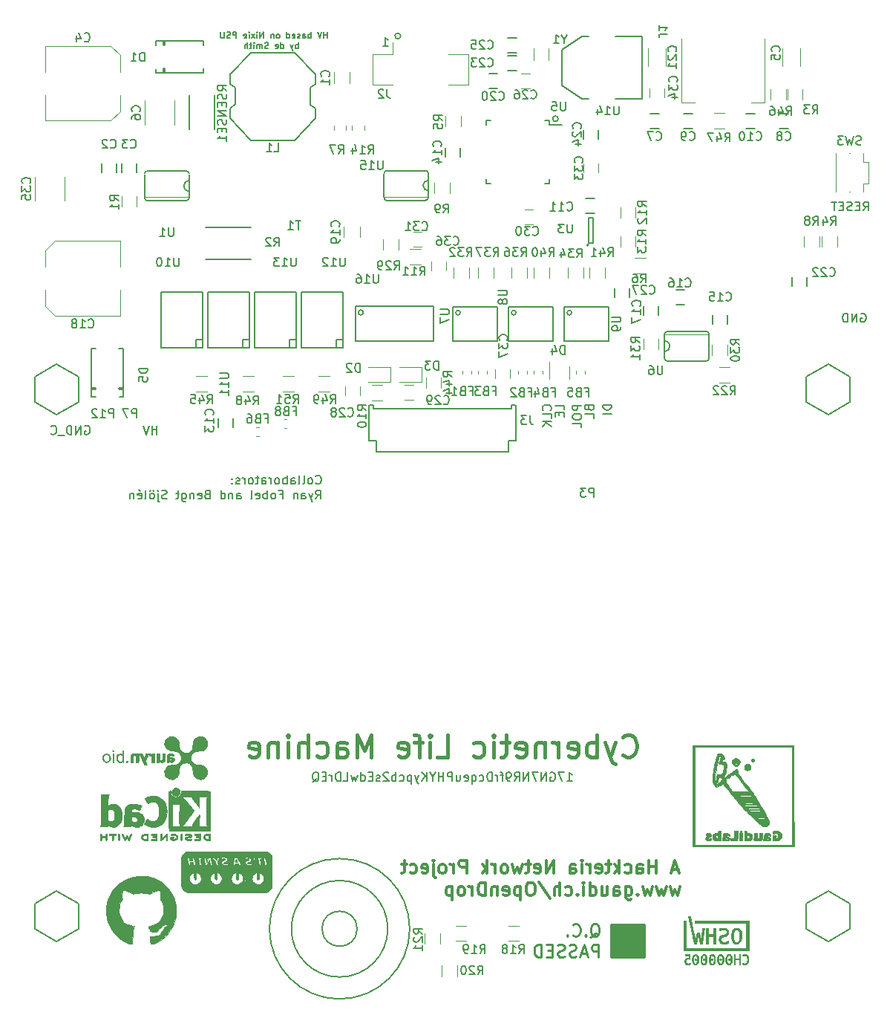
<source format=gbr>
G04 #@! TF.GenerationSoftware,KiCad,Pcbnew,5.1.5+dfsg1-2build2*
G04 #@! TF.CreationDate,2021-05-28T09:23:46+02:00*
G04 #@! TF.ProjectId,OpenDropV4,4f70656e-4472-46f7-9056-342e6b696361,rev?*
G04 #@! TF.SameCoordinates,Original*
G04 #@! TF.FileFunction,Legend,Bot*
G04 #@! TF.FilePolarity,Positive*
%FSLAX46Y46*%
G04 Gerber Fmt 4.6, Leading zero omitted, Abs format (unit mm)*
G04 Created by KiCad (PCBNEW 5.1.5+dfsg1-2build2) date 2021-05-28 09:23:46*
%MOMM*%
%LPD*%
G04 APERTURE LIST*
%ADD10C,0.200000*%
%ADD11C,0.250000*%
%ADD12C,0.150000*%
%ADD13C,0.400000*%
%ADD14C,0.300000*%
%ADD15C,0.120000*%
%ADD16C,0.076200*%
%ADD17C,0.152400*%
%ADD18C,0.010000*%
%ADD19C,0.254000*%
G04 APERTURE END LIST*
D10*
X112307142Y-76374761D02*
X112354761Y-76327142D01*
X112402380Y-76184285D01*
X112402380Y-76089047D01*
X112354761Y-75946190D01*
X112259523Y-75850952D01*
X112164285Y-75803333D01*
X111973809Y-75755714D01*
X111830952Y-75755714D01*
X111640476Y-75803333D01*
X111545238Y-75850952D01*
X111450000Y-75946190D01*
X111402380Y-76089047D01*
X111402380Y-76184285D01*
X111450000Y-76327142D01*
X111497619Y-76374761D01*
X112402380Y-77279523D02*
X112402380Y-76803333D01*
X111402380Y-76803333D01*
X112402380Y-77612857D02*
X111402380Y-77612857D01*
X112402380Y-78184285D02*
X111830952Y-77755714D01*
X111402380Y-78184285D02*
X111973809Y-77612857D01*
D11*
X116858833Y-136421666D02*
X116992166Y-136355000D01*
X117125500Y-136221666D01*
X117325500Y-136021666D01*
X117458833Y-135955000D01*
X117592166Y-135955000D01*
X117525500Y-136288333D02*
X117658833Y-136221666D01*
X117792166Y-136088333D01*
X117858833Y-135821666D01*
X117858833Y-135355000D01*
X117792166Y-135088333D01*
X117658833Y-134955000D01*
X117525500Y-134888333D01*
X117258833Y-134888333D01*
X117125500Y-134955000D01*
X116992166Y-135088333D01*
X116925500Y-135355000D01*
X116925500Y-135821666D01*
X116992166Y-136088333D01*
X117125500Y-136221666D01*
X117258833Y-136288333D01*
X117525500Y-136288333D01*
X116325500Y-136155000D02*
X116258833Y-136221666D01*
X116325500Y-136288333D01*
X116392166Y-136221666D01*
X116325500Y-136155000D01*
X116325500Y-136288333D01*
X114858833Y-136155000D02*
X114925500Y-136221666D01*
X115125500Y-136288333D01*
X115258833Y-136288333D01*
X115458833Y-136221666D01*
X115592166Y-136088333D01*
X115658833Y-135955000D01*
X115725500Y-135688333D01*
X115725500Y-135488333D01*
X115658833Y-135221666D01*
X115592166Y-135088333D01*
X115458833Y-134955000D01*
X115258833Y-134888333D01*
X115125500Y-134888333D01*
X114925500Y-134955000D01*
X114858833Y-135021666D01*
X114258833Y-136155000D02*
X114192166Y-136221666D01*
X114258833Y-136288333D01*
X114325500Y-136221666D01*
X114258833Y-136155000D01*
X114258833Y-136288333D01*
X117792166Y-138638333D02*
X117792166Y-137238333D01*
X117258833Y-137238333D01*
X117125500Y-137305000D01*
X117058833Y-137371666D01*
X116992166Y-137505000D01*
X116992166Y-137705000D01*
X117058833Y-137838333D01*
X117125500Y-137905000D01*
X117258833Y-137971666D01*
X117792166Y-137971666D01*
X116458833Y-138238333D02*
X115792166Y-138238333D01*
X116592166Y-138638333D02*
X116125500Y-137238333D01*
X115658833Y-138638333D01*
X115258833Y-138571666D02*
X115058833Y-138638333D01*
X114725500Y-138638333D01*
X114592166Y-138571666D01*
X114525500Y-138505000D01*
X114458833Y-138371666D01*
X114458833Y-138238333D01*
X114525500Y-138105000D01*
X114592166Y-138038333D01*
X114725500Y-137971666D01*
X114992166Y-137905000D01*
X115125500Y-137838333D01*
X115192166Y-137771666D01*
X115258833Y-137638333D01*
X115258833Y-137505000D01*
X115192166Y-137371666D01*
X115125500Y-137305000D01*
X114992166Y-137238333D01*
X114658833Y-137238333D01*
X114458833Y-137305000D01*
X113925500Y-138571666D02*
X113725500Y-138638333D01*
X113392166Y-138638333D01*
X113258833Y-138571666D01*
X113192166Y-138505000D01*
X113125500Y-138371666D01*
X113125500Y-138238333D01*
X113192166Y-138105000D01*
X113258833Y-138038333D01*
X113392166Y-137971666D01*
X113658833Y-137905000D01*
X113792166Y-137838333D01*
X113858833Y-137771666D01*
X113925500Y-137638333D01*
X113925500Y-137505000D01*
X113858833Y-137371666D01*
X113792166Y-137305000D01*
X113658833Y-137238333D01*
X113325500Y-137238333D01*
X113125500Y-137305000D01*
X112525500Y-137905000D02*
X112058833Y-137905000D01*
X111858833Y-138638333D02*
X112525500Y-138638333D01*
X112525500Y-137238333D01*
X111858833Y-137238333D01*
X111258833Y-138638333D02*
X111258833Y-137238333D01*
X110925500Y-137238333D01*
X110725500Y-137305000D01*
X110592166Y-137438333D01*
X110525500Y-137571666D01*
X110458833Y-137838333D01*
X110458833Y-138038333D01*
X110525500Y-138305000D01*
X110592166Y-138438333D01*
X110725500Y-138571666D01*
X110925500Y-138638333D01*
X111258833Y-138638333D01*
D12*
X148010380Y-53624380D02*
X148343714Y-53148190D01*
X148581809Y-53624380D02*
X148581809Y-52624380D01*
X148200857Y-52624380D01*
X148105619Y-52672000D01*
X148058000Y-52719619D01*
X148010380Y-52814857D01*
X148010380Y-52957714D01*
X148058000Y-53052952D01*
X148105619Y-53100571D01*
X148200857Y-53148190D01*
X148581809Y-53148190D01*
X147581809Y-53100571D02*
X147248476Y-53100571D01*
X147105619Y-53624380D02*
X147581809Y-53624380D01*
X147581809Y-52624380D01*
X147105619Y-52624380D01*
X146724666Y-53576761D02*
X146581809Y-53624380D01*
X146343714Y-53624380D01*
X146248476Y-53576761D01*
X146200857Y-53529142D01*
X146153238Y-53433904D01*
X146153238Y-53338666D01*
X146200857Y-53243428D01*
X146248476Y-53195809D01*
X146343714Y-53148190D01*
X146534190Y-53100571D01*
X146629428Y-53052952D01*
X146677047Y-53005333D01*
X146724666Y-52910095D01*
X146724666Y-52814857D01*
X146677047Y-52719619D01*
X146629428Y-52672000D01*
X146534190Y-52624380D01*
X146296095Y-52624380D01*
X146153238Y-52672000D01*
X145724666Y-53100571D02*
X145391333Y-53100571D01*
X145248476Y-53624380D02*
X145724666Y-53624380D01*
X145724666Y-52624380D01*
X145248476Y-52624380D01*
X144962761Y-52624380D02*
X144391333Y-52624380D01*
X144677047Y-53624380D02*
X144677047Y-52624380D01*
D10*
X67440285Y-79116380D02*
X67440285Y-78116380D01*
X67440285Y-78592571D02*
X66868857Y-78592571D01*
X66868857Y-79116380D02*
X66868857Y-78116380D01*
X66535523Y-78116380D02*
X66202190Y-79116380D01*
X65868857Y-78116380D01*
X59224857Y-78164000D02*
X59320095Y-78116380D01*
X59462952Y-78116380D01*
X59605809Y-78164000D01*
X59701047Y-78259238D01*
X59748666Y-78354476D01*
X59796285Y-78544952D01*
X59796285Y-78687809D01*
X59748666Y-78878285D01*
X59701047Y-78973523D01*
X59605809Y-79068761D01*
X59462952Y-79116380D01*
X59367714Y-79116380D01*
X59224857Y-79068761D01*
X59177238Y-79021142D01*
X59177238Y-78687809D01*
X59367714Y-78687809D01*
X58748666Y-79116380D02*
X58748666Y-78116380D01*
X58177238Y-79116380D01*
X58177238Y-78116380D01*
X57701047Y-79116380D02*
X57701047Y-78116380D01*
X57462952Y-78116380D01*
X57320095Y-78164000D01*
X57224857Y-78259238D01*
X57177238Y-78354476D01*
X57129619Y-78544952D01*
X57129619Y-78687809D01*
X57177238Y-78878285D01*
X57224857Y-78973523D01*
X57320095Y-79068761D01*
X57462952Y-79116380D01*
X57701047Y-79116380D01*
X56939142Y-79211619D02*
X56177238Y-79211619D01*
X55367714Y-79021142D02*
X55415333Y-79068761D01*
X55558190Y-79116380D01*
X55653428Y-79116380D01*
X55796285Y-79068761D01*
X55891523Y-78973523D01*
X55939142Y-78878285D01*
X55986761Y-78687809D01*
X55986761Y-78544952D01*
X55939142Y-78354476D01*
X55891523Y-78259238D01*
X55796285Y-78164000D01*
X55653428Y-78116380D01*
X55558190Y-78116380D01*
X55415333Y-78164000D01*
X55367714Y-78211619D01*
X113842380Y-76287142D02*
X113842380Y-75810952D01*
X112842380Y-75810952D01*
X113318571Y-76620476D02*
X113318571Y-76953809D01*
X113842380Y-77096666D02*
X113842380Y-76620476D01*
X112842380Y-76620476D01*
X112842380Y-77096666D01*
X115850380Y-75818523D02*
X114850380Y-75818523D01*
X114850380Y-76199476D01*
X114898000Y-76294714D01*
X114945619Y-76342333D01*
X115040857Y-76389952D01*
X115183714Y-76389952D01*
X115278952Y-76342333D01*
X115326571Y-76294714D01*
X115374190Y-76199476D01*
X115374190Y-75818523D01*
X114850380Y-77009000D02*
X114850380Y-77199476D01*
X114898000Y-77294714D01*
X114993238Y-77389952D01*
X115183714Y-77437571D01*
X115517047Y-77437571D01*
X115707523Y-77389952D01*
X115802761Y-77294714D01*
X115850380Y-77199476D01*
X115850380Y-77009000D01*
X115802761Y-76913761D01*
X115707523Y-76818523D01*
X115517047Y-76770904D01*
X115183714Y-76770904D01*
X114993238Y-76818523D01*
X114898000Y-76913761D01*
X114850380Y-77009000D01*
X115850380Y-78342333D02*
X115850380Y-77866142D01*
X114850380Y-77866142D01*
X116708571Y-76116666D02*
X116756190Y-76259523D01*
X116803809Y-76307142D01*
X116899047Y-76354761D01*
X117041904Y-76354761D01*
X117137142Y-76307142D01*
X117184761Y-76259523D01*
X117232380Y-76164285D01*
X117232380Y-75783333D01*
X116232380Y-75783333D01*
X116232380Y-76116666D01*
X116280000Y-76211904D01*
X116327619Y-76259523D01*
X116422857Y-76307142D01*
X116518095Y-76307142D01*
X116613333Y-76259523D01*
X116660952Y-76211904D01*
X116708571Y-76116666D01*
X116708571Y-75783333D01*
X117232380Y-77259523D02*
X117232380Y-76783333D01*
X116232380Y-76783333D01*
X119279380Y-75747000D02*
X118279380Y-75747000D01*
X118279380Y-75985095D01*
X118327000Y-76127952D01*
X118422238Y-76223190D01*
X118517476Y-76270809D01*
X118707952Y-76318428D01*
X118850809Y-76318428D01*
X119041285Y-76270809D01*
X119136523Y-76223190D01*
X119231761Y-76127952D01*
X119279380Y-75985095D01*
X119279380Y-75747000D01*
X119279380Y-76747000D02*
X118279380Y-76747000D01*
X147736904Y-65372000D02*
X147832142Y-65324380D01*
X147975000Y-65324380D01*
X148117857Y-65372000D01*
X148213095Y-65467238D01*
X148260714Y-65562476D01*
X148308333Y-65752952D01*
X148308333Y-65895809D01*
X148260714Y-66086285D01*
X148213095Y-66181523D01*
X148117857Y-66276761D01*
X147975000Y-66324380D01*
X147879761Y-66324380D01*
X147736904Y-66276761D01*
X147689285Y-66229142D01*
X147689285Y-65895809D01*
X147879761Y-65895809D01*
X147260714Y-66324380D02*
X147260714Y-65324380D01*
X146689285Y-66324380D01*
X146689285Y-65324380D01*
X146213095Y-66324380D02*
X146213095Y-65324380D01*
X145975000Y-65324380D01*
X145832142Y-65372000D01*
X145736904Y-65467238D01*
X145689285Y-65562476D01*
X145641666Y-65752952D01*
X145641666Y-65895809D01*
X145689285Y-66086285D01*
X145736904Y-66181523D01*
X145832142Y-66276761D01*
X145975000Y-66324380D01*
X146213095Y-66324380D01*
D12*
X114214285Y-118613380D02*
X114785714Y-118613380D01*
X114500000Y-118613380D02*
X114500000Y-117613380D01*
X114595238Y-117756238D01*
X114690476Y-117851476D01*
X114785714Y-117899095D01*
X113880952Y-117613380D02*
X113214285Y-117613380D01*
X113642857Y-118613380D01*
X112309523Y-117661000D02*
X112404761Y-117613380D01*
X112547619Y-117613380D01*
X112690476Y-117661000D01*
X112785714Y-117756238D01*
X112833333Y-117851476D01*
X112880952Y-118041952D01*
X112880952Y-118184809D01*
X112833333Y-118375285D01*
X112785714Y-118470523D01*
X112690476Y-118565761D01*
X112547619Y-118613380D01*
X112452380Y-118613380D01*
X112309523Y-118565761D01*
X112261904Y-118518142D01*
X112261904Y-118184809D01*
X112452380Y-118184809D01*
X111833333Y-118613380D02*
X111833333Y-117613380D01*
X111261904Y-118613380D01*
X111261904Y-117613380D01*
X110880952Y-117613380D02*
X110214285Y-117613380D01*
X110642857Y-118613380D01*
X109833333Y-118613380D02*
X109833333Y-117613380D01*
X109261904Y-118613380D01*
X109261904Y-117613380D01*
X108214285Y-118613380D02*
X108547619Y-118137190D01*
X108785714Y-118613380D02*
X108785714Y-117613380D01*
X108404761Y-117613380D01*
X108309523Y-117661000D01*
X108261904Y-117708619D01*
X108214285Y-117803857D01*
X108214285Y-117946714D01*
X108261904Y-118041952D01*
X108309523Y-118089571D01*
X108404761Y-118137190D01*
X108785714Y-118137190D01*
X107738095Y-118613380D02*
X107547619Y-118613380D01*
X107452380Y-118565761D01*
X107404761Y-118518142D01*
X107309523Y-118375285D01*
X107261904Y-118184809D01*
X107261904Y-117803857D01*
X107309523Y-117708619D01*
X107357142Y-117661000D01*
X107452380Y-117613380D01*
X107642857Y-117613380D01*
X107738095Y-117661000D01*
X107785714Y-117708619D01*
X107833333Y-117803857D01*
X107833333Y-118041952D01*
X107785714Y-118137190D01*
X107738095Y-118184809D01*
X107642857Y-118232428D01*
X107452380Y-118232428D01*
X107357142Y-118184809D01*
X107309523Y-118137190D01*
X107261904Y-118041952D01*
X106976190Y-117946714D02*
X106595238Y-117946714D01*
X106833333Y-118613380D02*
X106833333Y-117756238D01*
X106785714Y-117661000D01*
X106690476Y-117613380D01*
X106595238Y-117613380D01*
X106261904Y-118613380D02*
X106261904Y-117946714D01*
X106261904Y-118137190D02*
X106214285Y-118041952D01*
X106166666Y-117994333D01*
X106071428Y-117946714D01*
X105976190Y-117946714D01*
X105642857Y-118613380D02*
X105642857Y-117613380D01*
X105404761Y-117613380D01*
X105261904Y-117661000D01*
X105166666Y-117756238D01*
X105119047Y-117851476D01*
X105071428Y-118041952D01*
X105071428Y-118184809D01*
X105119047Y-118375285D01*
X105166666Y-118470523D01*
X105261904Y-118565761D01*
X105404761Y-118613380D01*
X105642857Y-118613380D01*
X104214285Y-118565761D02*
X104309523Y-118613380D01*
X104500000Y-118613380D01*
X104595238Y-118565761D01*
X104642857Y-118518142D01*
X104690476Y-118422904D01*
X104690476Y-118137190D01*
X104642857Y-118041952D01*
X104595238Y-117994333D01*
X104500000Y-117946714D01*
X104309523Y-117946714D01*
X104214285Y-117994333D01*
X103357142Y-117946714D02*
X103357142Y-118946714D01*
X103357142Y-118565761D02*
X103452380Y-118613380D01*
X103642857Y-118613380D01*
X103738095Y-118565761D01*
X103785714Y-118518142D01*
X103833333Y-118422904D01*
X103833333Y-118137190D01*
X103785714Y-118041952D01*
X103738095Y-117994333D01*
X103642857Y-117946714D01*
X103452380Y-117946714D01*
X103357142Y-117994333D01*
X102500000Y-118565761D02*
X102595238Y-118613380D01*
X102785714Y-118613380D01*
X102880952Y-118565761D01*
X102928571Y-118470523D01*
X102928571Y-118089571D01*
X102880952Y-117994333D01*
X102785714Y-117946714D01*
X102595238Y-117946714D01*
X102500000Y-117994333D01*
X102452380Y-118089571D01*
X102452380Y-118184809D01*
X102928571Y-118280047D01*
X101595238Y-117946714D02*
X101595238Y-118613380D01*
X102023809Y-117946714D02*
X102023809Y-118470523D01*
X101976190Y-118565761D01*
X101880952Y-118613380D01*
X101738095Y-118613380D01*
X101642857Y-118565761D01*
X101595238Y-118518142D01*
X101119047Y-118613380D02*
X101119047Y-117613380D01*
X100738095Y-117613380D01*
X100642857Y-117661000D01*
X100595238Y-117708619D01*
X100547619Y-117803857D01*
X100547619Y-117946714D01*
X100595238Y-118041952D01*
X100642857Y-118089571D01*
X100738095Y-118137190D01*
X101119047Y-118137190D01*
X100119047Y-118613380D02*
X100119047Y-117613380D01*
X100119047Y-118089571D02*
X99547619Y-118089571D01*
X99547619Y-118613380D02*
X99547619Y-117613380D01*
X98880952Y-118137190D02*
X98880952Y-118613380D01*
X99214285Y-117613380D02*
X98880952Y-118137190D01*
X98547619Y-117613380D01*
X98214285Y-118613380D02*
X98214285Y-117613380D01*
X97642857Y-118613380D02*
X98071428Y-118041952D01*
X97642857Y-117613380D02*
X98214285Y-118184809D01*
X97309523Y-117946714D02*
X97071428Y-118613380D01*
X96833333Y-117946714D02*
X97071428Y-118613380D01*
X97166666Y-118851476D01*
X97214285Y-118899095D01*
X97309523Y-118946714D01*
X96452380Y-117946714D02*
X96452380Y-118946714D01*
X96452380Y-117994333D02*
X96357142Y-117946714D01*
X96166666Y-117946714D01*
X96071428Y-117994333D01*
X96023809Y-118041952D01*
X95976190Y-118137190D01*
X95976190Y-118422904D01*
X96023809Y-118518142D01*
X96071428Y-118565761D01*
X96166666Y-118613380D01*
X96357142Y-118613380D01*
X96452380Y-118565761D01*
X95119047Y-118565761D02*
X95214285Y-118613380D01*
X95404761Y-118613380D01*
X95500000Y-118565761D01*
X95547619Y-118518142D01*
X95595238Y-118422904D01*
X95595238Y-118137190D01*
X95547619Y-118041952D01*
X95500000Y-117994333D01*
X95404761Y-117946714D01*
X95214285Y-117946714D01*
X95119047Y-117994333D01*
X94690476Y-118613380D02*
X94690476Y-117613380D01*
X94690476Y-117994333D02*
X94595238Y-117946714D01*
X94404761Y-117946714D01*
X94309523Y-117994333D01*
X94261904Y-118041952D01*
X94214285Y-118137190D01*
X94214285Y-118422904D01*
X94261904Y-118518142D01*
X94309523Y-118565761D01*
X94404761Y-118613380D01*
X94595238Y-118613380D01*
X94690476Y-118565761D01*
X93833333Y-117708619D02*
X93785714Y-117661000D01*
X93690476Y-117613380D01*
X93452380Y-117613380D01*
X93357142Y-117661000D01*
X93309523Y-117708619D01*
X93261904Y-117803857D01*
X93261904Y-117899095D01*
X93309523Y-118041952D01*
X93880952Y-118613380D01*
X93261904Y-118613380D01*
X92880952Y-118565761D02*
X92785714Y-118613380D01*
X92595238Y-118613380D01*
X92500000Y-118565761D01*
X92452380Y-118470523D01*
X92452380Y-118422904D01*
X92500000Y-118327666D01*
X92595238Y-118280047D01*
X92738095Y-118280047D01*
X92833333Y-118232428D01*
X92880952Y-118137190D01*
X92880952Y-118089571D01*
X92833333Y-117994333D01*
X92738095Y-117946714D01*
X92595238Y-117946714D01*
X92500000Y-117994333D01*
X92023809Y-118089571D02*
X91690476Y-118089571D01*
X91547619Y-118613380D02*
X92023809Y-118613380D01*
X92023809Y-117613380D01*
X91547619Y-117613380D01*
X90690476Y-118613380D02*
X90690476Y-117613380D01*
X90690476Y-118565761D02*
X90785714Y-118613380D01*
X90976190Y-118613380D01*
X91071428Y-118565761D01*
X91119047Y-118518142D01*
X91166666Y-118422904D01*
X91166666Y-118137190D01*
X91119047Y-118041952D01*
X91071428Y-117994333D01*
X90976190Y-117946714D01*
X90785714Y-117946714D01*
X90690476Y-117994333D01*
X90309523Y-117946714D02*
X90119047Y-118613380D01*
X89928571Y-118137190D01*
X89738095Y-118613380D01*
X89547619Y-117946714D01*
X88690476Y-118613380D02*
X89166666Y-118613380D01*
X89166666Y-117613380D01*
X88357142Y-118613380D02*
X88357142Y-117613380D01*
X88119047Y-117613380D01*
X87976190Y-117661000D01*
X87880952Y-117756238D01*
X87833333Y-117851476D01*
X87785714Y-118041952D01*
X87785714Y-118184809D01*
X87833333Y-118375285D01*
X87880952Y-118470523D01*
X87976190Y-118565761D01*
X88119047Y-118613380D01*
X88357142Y-118613380D01*
X87357142Y-118613380D02*
X87357142Y-117946714D01*
X87357142Y-118137190D02*
X87309523Y-118041952D01*
X87261904Y-117994333D01*
X87166666Y-117946714D01*
X87071428Y-117946714D01*
X86738095Y-118089571D02*
X86404761Y-118089571D01*
X86261904Y-118613380D02*
X86738095Y-118613380D01*
X86738095Y-117613380D01*
X86261904Y-117613380D01*
X85166666Y-118708619D02*
X85261904Y-118661000D01*
X85357142Y-118565761D01*
X85500000Y-118422904D01*
X85595238Y-118375285D01*
X85690476Y-118375285D01*
X85642857Y-118613380D02*
X85738095Y-118565761D01*
X85833333Y-118470523D01*
X85880952Y-118280047D01*
X85880952Y-117946714D01*
X85833333Y-117756238D01*
X85738095Y-117661000D01*
X85642857Y-117613380D01*
X85452380Y-117613380D01*
X85357142Y-117661000D01*
X85261904Y-117756238D01*
X85214285Y-117946714D01*
X85214285Y-118280047D01*
X85261904Y-118470523D01*
X85357142Y-118565761D01*
X85452380Y-118613380D01*
X85642857Y-118613380D01*
D13*
X120595238Y-115624857D02*
X120714285Y-115743904D01*
X121071428Y-115862952D01*
X121309523Y-115862952D01*
X121666666Y-115743904D01*
X121904761Y-115505809D01*
X122023809Y-115267714D01*
X122142857Y-114791523D01*
X122142857Y-114434380D01*
X122023809Y-113958190D01*
X121904761Y-113720095D01*
X121666666Y-113482000D01*
X121309523Y-113362952D01*
X121071428Y-113362952D01*
X120714285Y-113482000D01*
X120595238Y-113601047D01*
X119761904Y-114196285D02*
X119166666Y-115862952D01*
X118571428Y-114196285D02*
X119166666Y-115862952D01*
X119404761Y-116458190D01*
X119523809Y-116577238D01*
X119761904Y-116696285D01*
X117619047Y-115862952D02*
X117619047Y-113362952D01*
X117619047Y-114315333D02*
X117380952Y-114196285D01*
X116904761Y-114196285D01*
X116666666Y-114315333D01*
X116547619Y-114434380D01*
X116428571Y-114672476D01*
X116428571Y-115386761D01*
X116547619Y-115624857D01*
X116666666Y-115743904D01*
X116904761Y-115862952D01*
X117380952Y-115862952D01*
X117619047Y-115743904D01*
X114404761Y-115743904D02*
X114642857Y-115862952D01*
X115119047Y-115862952D01*
X115357142Y-115743904D01*
X115476190Y-115505809D01*
X115476190Y-114553428D01*
X115357142Y-114315333D01*
X115119047Y-114196285D01*
X114642857Y-114196285D01*
X114404761Y-114315333D01*
X114285714Y-114553428D01*
X114285714Y-114791523D01*
X115476190Y-115029619D01*
X113214285Y-115862952D02*
X113214285Y-114196285D01*
X113214285Y-114672476D02*
X113095238Y-114434380D01*
X112976190Y-114315333D01*
X112738095Y-114196285D01*
X112500000Y-114196285D01*
X111666666Y-114196285D02*
X111666666Y-115862952D01*
X111666666Y-114434380D02*
X111547619Y-114315333D01*
X111309523Y-114196285D01*
X110952380Y-114196285D01*
X110714285Y-114315333D01*
X110595238Y-114553428D01*
X110595238Y-115862952D01*
X108452380Y-115743904D02*
X108690476Y-115862952D01*
X109166666Y-115862952D01*
X109404761Y-115743904D01*
X109523809Y-115505809D01*
X109523809Y-114553428D01*
X109404761Y-114315333D01*
X109166666Y-114196285D01*
X108690476Y-114196285D01*
X108452380Y-114315333D01*
X108333333Y-114553428D01*
X108333333Y-114791523D01*
X109523809Y-115029619D01*
X107619047Y-114196285D02*
X106666666Y-114196285D01*
X107261904Y-113362952D02*
X107261904Y-115505809D01*
X107142857Y-115743904D01*
X106904761Y-115862952D01*
X106666666Y-115862952D01*
X105833333Y-115862952D02*
X105833333Y-114196285D01*
X105833333Y-113362952D02*
X105952380Y-113482000D01*
X105833333Y-113601047D01*
X105714285Y-113482000D01*
X105833333Y-113362952D01*
X105833333Y-113601047D01*
X103571428Y-115743904D02*
X103809523Y-115862952D01*
X104285714Y-115862952D01*
X104523809Y-115743904D01*
X104642857Y-115624857D01*
X104761904Y-115386761D01*
X104761904Y-114672476D01*
X104642857Y-114434380D01*
X104523809Y-114315333D01*
X104285714Y-114196285D01*
X103809523Y-114196285D01*
X103571428Y-114315333D01*
X99404761Y-115862952D02*
X100595238Y-115862952D01*
X100595238Y-113362952D01*
X98571428Y-115862952D02*
X98571428Y-114196285D01*
X98571428Y-113362952D02*
X98690476Y-113482000D01*
X98571428Y-113601047D01*
X98452380Y-113482000D01*
X98571428Y-113362952D01*
X98571428Y-113601047D01*
X97738095Y-114196285D02*
X96785714Y-114196285D01*
X97380952Y-115862952D02*
X97380952Y-113720095D01*
X97261904Y-113482000D01*
X97023809Y-113362952D01*
X96785714Y-113362952D01*
X95000000Y-115743904D02*
X95238095Y-115862952D01*
X95714285Y-115862952D01*
X95952380Y-115743904D01*
X96071428Y-115505809D01*
X96071428Y-114553428D01*
X95952380Y-114315333D01*
X95714285Y-114196285D01*
X95238095Y-114196285D01*
X95000000Y-114315333D01*
X94880952Y-114553428D01*
X94880952Y-114791523D01*
X96071428Y-115029619D01*
X91904761Y-115862952D02*
X91904761Y-113362952D01*
X91071428Y-115148666D01*
X90238095Y-113362952D01*
X90238095Y-115862952D01*
X87976190Y-115862952D02*
X87976190Y-114553428D01*
X88095238Y-114315333D01*
X88333333Y-114196285D01*
X88809523Y-114196285D01*
X89047619Y-114315333D01*
X87976190Y-115743904D02*
X88214285Y-115862952D01*
X88809523Y-115862952D01*
X89047619Y-115743904D01*
X89166666Y-115505809D01*
X89166666Y-115267714D01*
X89047619Y-115029619D01*
X88809523Y-114910571D01*
X88214285Y-114910571D01*
X87976190Y-114791523D01*
X85714285Y-115743904D02*
X85952380Y-115862952D01*
X86428571Y-115862952D01*
X86666666Y-115743904D01*
X86785714Y-115624857D01*
X86904761Y-115386761D01*
X86904761Y-114672476D01*
X86785714Y-114434380D01*
X86666666Y-114315333D01*
X86428571Y-114196285D01*
X85952380Y-114196285D01*
X85714285Y-114315333D01*
X84642857Y-115862952D02*
X84642857Y-113362952D01*
X83571428Y-115862952D02*
X83571428Y-114553428D01*
X83690476Y-114315333D01*
X83928571Y-114196285D01*
X84285714Y-114196285D01*
X84523809Y-114315333D01*
X84642857Y-114434380D01*
X82380952Y-115862952D02*
X82380952Y-114196285D01*
X82380952Y-113362952D02*
X82500000Y-113482000D01*
X82380952Y-113601047D01*
X82261904Y-113482000D01*
X82380952Y-113362952D01*
X82380952Y-113601047D01*
X81190476Y-114196285D02*
X81190476Y-115862952D01*
X81190476Y-114434380D02*
X81071428Y-114315333D01*
X80833333Y-114196285D01*
X80476190Y-114196285D01*
X80238095Y-114315333D01*
X80119047Y-114553428D01*
X80119047Y-115862952D01*
X77976190Y-115743904D02*
X78214285Y-115862952D01*
X78690476Y-115862952D01*
X78928571Y-115743904D01*
X79047619Y-115505809D01*
X79047619Y-114553428D01*
X78928571Y-114315333D01*
X78690476Y-114196285D01*
X78214285Y-114196285D01*
X77976190Y-114315333D01*
X77857142Y-114553428D01*
X77857142Y-114791523D01*
X79047619Y-115029619D01*
D10*
X85547676Y-84673542D02*
X85595295Y-84721161D01*
X85738152Y-84768780D01*
X85833390Y-84768780D01*
X85976247Y-84721161D01*
X86071485Y-84625923D01*
X86119104Y-84530685D01*
X86166723Y-84340209D01*
X86166723Y-84197352D01*
X86119104Y-84006876D01*
X86071485Y-83911638D01*
X85976247Y-83816400D01*
X85833390Y-83768780D01*
X85738152Y-83768780D01*
X85595295Y-83816400D01*
X85547676Y-83864019D01*
X84976247Y-84768780D02*
X85071485Y-84721161D01*
X85119104Y-84673542D01*
X85166723Y-84578304D01*
X85166723Y-84292590D01*
X85119104Y-84197352D01*
X85071485Y-84149733D01*
X84976247Y-84102114D01*
X84833390Y-84102114D01*
X84738152Y-84149733D01*
X84690533Y-84197352D01*
X84642914Y-84292590D01*
X84642914Y-84578304D01*
X84690533Y-84673542D01*
X84738152Y-84721161D01*
X84833390Y-84768780D01*
X84976247Y-84768780D01*
X84071485Y-84768780D02*
X84166723Y-84721161D01*
X84214342Y-84625923D01*
X84214342Y-83768780D01*
X83547676Y-84768780D02*
X83642914Y-84721161D01*
X83690533Y-84625923D01*
X83690533Y-83768780D01*
X82738152Y-84768780D02*
X82738152Y-84244971D01*
X82785771Y-84149733D01*
X82881009Y-84102114D01*
X83071485Y-84102114D01*
X83166723Y-84149733D01*
X82738152Y-84721161D02*
X82833390Y-84768780D01*
X83071485Y-84768780D01*
X83166723Y-84721161D01*
X83214342Y-84625923D01*
X83214342Y-84530685D01*
X83166723Y-84435447D01*
X83071485Y-84387828D01*
X82833390Y-84387828D01*
X82738152Y-84340209D01*
X82261961Y-84768780D02*
X82261961Y-83768780D01*
X82261961Y-84149733D02*
X82166723Y-84102114D01*
X81976247Y-84102114D01*
X81881009Y-84149733D01*
X81833390Y-84197352D01*
X81785771Y-84292590D01*
X81785771Y-84578304D01*
X81833390Y-84673542D01*
X81881009Y-84721161D01*
X81976247Y-84768780D01*
X82166723Y-84768780D01*
X82261961Y-84721161D01*
X81214342Y-84768780D02*
X81309580Y-84721161D01*
X81357200Y-84673542D01*
X81404819Y-84578304D01*
X81404819Y-84292590D01*
X81357200Y-84197352D01*
X81309580Y-84149733D01*
X81214342Y-84102114D01*
X81071485Y-84102114D01*
X80976247Y-84149733D01*
X80928628Y-84197352D01*
X80881009Y-84292590D01*
X80881009Y-84578304D01*
X80928628Y-84673542D01*
X80976247Y-84721161D01*
X81071485Y-84768780D01*
X81214342Y-84768780D01*
X80452438Y-84768780D02*
X80452438Y-84102114D01*
X80452438Y-84292590D02*
X80404819Y-84197352D01*
X80357200Y-84149733D01*
X80261961Y-84102114D01*
X80166723Y-84102114D01*
X79404819Y-84768780D02*
X79404819Y-84244971D01*
X79452438Y-84149733D01*
X79547676Y-84102114D01*
X79738152Y-84102114D01*
X79833390Y-84149733D01*
X79404819Y-84721161D02*
X79500057Y-84768780D01*
X79738152Y-84768780D01*
X79833390Y-84721161D01*
X79881009Y-84625923D01*
X79881009Y-84530685D01*
X79833390Y-84435447D01*
X79738152Y-84387828D01*
X79500057Y-84387828D01*
X79404819Y-84340209D01*
X79071485Y-84102114D02*
X78690533Y-84102114D01*
X78928628Y-83768780D02*
X78928628Y-84625923D01*
X78881009Y-84721161D01*
X78785771Y-84768780D01*
X78690533Y-84768780D01*
X78214342Y-84768780D02*
X78309580Y-84721161D01*
X78357200Y-84673542D01*
X78404819Y-84578304D01*
X78404819Y-84292590D01*
X78357200Y-84197352D01*
X78309580Y-84149733D01*
X78214342Y-84102114D01*
X78071485Y-84102114D01*
X77976247Y-84149733D01*
X77928628Y-84197352D01*
X77881009Y-84292590D01*
X77881009Y-84578304D01*
X77928628Y-84673542D01*
X77976247Y-84721161D01*
X78071485Y-84768780D01*
X78214342Y-84768780D01*
X77452438Y-84768780D02*
X77452438Y-84102114D01*
X77452438Y-84292590D02*
X77404819Y-84197352D01*
X77357200Y-84149733D01*
X77261961Y-84102114D01*
X77166723Y-84102114D01*
X76881009Y-84721161D02*
X76785771Y-84768780D01*
X76595295Y-84768780D01*
X76500057Y-84721161D01*
X76452438Y-84625923D01*
X76452438Y-84578304D01*
X76500057Y-84483066D01*
X76595295Y-84435447D01*
X76738152Y-84435447D01*
X76833390Y-84387828D01*
X76881009Y-84292590D01*
X76881009Y-84244971D01*
X76833390Y-84149733D01*
X76738152Y-84102114D01*
X76595295Y-84102114D01*
X76500057Y-84149733D01*
X76023866Y-84673542D02*
X75976247Y-84721161D01*
X76023866Y-84768780D01*
X76071485Y-84721161D01*
X76023866Y-84673542D01*
X76023866Y-84768780D01*
X76023866Y-84149733D02*
X75976247Y-84197352D01*
X76023866Y-84244971D01*
X76071485Y-84197352D01*
X76023866Y-84149733D01*
X76023866Y-84244971D01*
X85547676Y-86468780D02*
X85881009Y-85992590D01*
X86119104Y-86468780D02*
X86119104Y-85468780D01*
X85738152Y-85468780D01*
X85642914Y-85516400D01*
X85595295Y-85564019D01*
X85547676Y-85659257D01*
X85547676Y-85802114D01*
X85595295Y-85897352D01*
X85642914Y-85944971D01*
X85738152Y-85992590D01*
X86119104Y-85992590D01*
X85214342Y-85802114D02*
X84976247Y-86468780D01*
X84738152Y-85802114D02*
X84976247Y-86468780D01*
X85071485Y-86706876D01*
X85119104Y-86754495D01*
X85214342Y-86802114D01*
X83928628Y-86468780D02*
X83928628Y-85944971D01*
X83976247Y-85849733D01*
X84071485Y-85802114D01*
X84261961Y-85802114D01*
X84357200Y-85849733D01*
X83928628Y-86421161D02*
X84023866Y-86468780D01*
X84261961Y-86468780D01*
X84357200Y-86421161D01*
X84404819Y-86325923D01*
X84404819Y-86230685D01*
X84357200Y-86135447D01*
X84261961Y-86087828D01*
X84023866Y-86087828D01*
X83928628Y-86040209D01*
X83452438Y-85802114D02*
X83452438Y-86468780D01*
X83452438Y-85897352D02*
X83404819Y-85849733D01*
X83309580Y-85802114D01*
X83166723Y-85802114D01*
X83071485Y-85849733D01*
X83023866Y-85944971D01*
X83023866Y-86468780D01*
X81452438Y-85944971D02*
X81785771Y-85944971D01*
X81785771Y-86468780D02*
X81785771Y-85468780D01*
X81309580Y-85468780D01*
X80785771Y-86468780D02*
X80881009Y-86421161D01*
X80928628Y-86373542D01*
X80976247Y-86278304D01*
X80976247Y-85992590D01*
X80928628Y-85897352D01*
X80881009Y-85849733D01*
X80785771Y-85802114D01*
X80642914Y-85802114D01*
X80547676Y-85849733D01*
X80500057Y-85897352D01*
X80452438Y-85992590D01*
X80452438Y-86278304D01*
X80500057Y-86373542D01*
X80547676Y-86421161D01*
X80642914Y-86468780D01*
X80785771Y-86468780D01*
X80023866Y-86468780D02*
X80023866Y-85468780D01*
X80023866Y-85849733D02*
X79928628Y-85802114D01*
X79738152Y-85802114D01*
X79642914Y-85849733D01*
X79595295Y-85897352D01*
X79547676Y-85992590D01*
X79547676Y-86278304D01*
X79595295Y-86373542D01*
X79642914Y-86421161D01*
X79738152Y-86468780D01*
X79928628Y-86468780D01*
X80023866Y-86421161D01*
X78738152Y-86421161D02*
X78833390Y-86468780D01*
X79023866Y-86468780D01*
X79119104Y-86421161D01*
X79166723Y-86325923D01*
X79166723Y-85944971D01*
X79119104Y-85849733D01*
X79023866Y-85802114D01*
X78833390Y-85802114D01*
X78738152Y-85849733D01*
X78690533Y-85944971D01*
X78690533Y-86040209D01*
X79166723Y-86135447D01*
X78119104Y-86468780D02*
X78214342Y-86421161D01*
X78261961Y-86325923D01*
X78261961Y-85468780D01*
X76547676Y-86468780D02*
X76547676Y-85944971D01*
X76595295Y-85849733D01*
X76690533Y-85802114D01*
X76881009Y-85802114D01*
X76976247Y-85849733D01*
X76547676Y-86421161D02*
X76642914Y-86468780D01*
X76881009Y-86468780D01*
X76976247Y-86421161D01*
X77023866Y-86325923D01*
X77023866Y-86230685D01*
X76976247Y-86135447D01*
X76881009Y-86087828D01*
X76642914Y-86087828D01*
X76547676Y-86040209D01*
X76071485Y-85802114D02*
X76071485Y-86468780D01*
X76071485Y-85897352D02*
X76023866Y-85849733D01*
X75928628Y-85802114D01*
X75785771Y-85802114D01*
X75690533Y-85849733D01*
X75642914Y-85944971D01*
X75642914Y-86468780D01*
X74738152Y-86468780D02*
X74738152Y-85468780D01*
X74738152Y-86421161D02*
X74833390Y-86468780D01*
X75023866Y-86468780D01*
X75119104Y-86421161D01*
X75166723Y-86373542D01*
X75214342Y-86278304D01*
X75214342Y-85992590D01*
X75166723Y-85897352D01*
X75119104Y-85849733D01*
X75023866Y-85802114D01*
X74833390Y-85802114D01*
X74738152Y-85849733D01*
X73166723Y-85944971D02*
X73023866Y-85992590D01*
X72976247Y-86040209D01*
X72928628Y-86135447D01*
X72928628Y-86278304D01*
X72976247Y-86373542D01*
X73023866Y-86421161D01*
X73119104Y-86468780D01*
X73500057Y-86468780D01*
X73500057Y-85468780D01*
X73166723Y-85468780D01*
X73071485Y-85516400D01*
X73023866Y-85564019D01*
X72976247Y-85659257D01*
X72976247Y-85754495D01*
X73023866Y-85849733D01*
X73071485Y-85897352D01*
X73166723Y-85944971D01*
X73500057Y-85944971D01*
X72119104Y-86421161D02*
X72214342Y-86468780D01*
X72404819Y-86468780D01*
X72500057Y-86421161D01*
X72547676Y-86325923D01*
X72547676Y-85944971D01*
X72500057Y-85849733D01*
X72404819Y-85802114D01*
X72214342Y-85802114D01*
X72119104Y-85849733D01*
X72071485Y-85944971D01*
X72071485Y-86040209D01*
X72547676Y-86135447D01*
X71642914Y-85802114D02*
X71642914Y-86468780D01*
X71642914Y-85897352D02*
X71595295Y-85849733D01*
X71500057Y-85802114D01*
X71357200Y-85802114D01*
X71261961Y-85849733D01*
X71214342Y-85944971D01*
X71214342Y-86468780D01*
X70309580Y-85802114D02*
X70309580Y-86611638D01*
X70357200Y-86706876D01*
X70404819Y-86754495D01*
X70500057Y-86802114D01*
X70642914Y-86802114D01*
X70738152Y-86754495D01*
X70309580Y-86421161D02*
X70404819Y-86468780D01*
X70595295Y-86468780D01*
X70690533Y-86421161D01*
X70738152Y-86373542D01*
X70785771Y-86278304D01*
X70785771Y-85992590D01*
X70738152Y-85897352D01*
X70690533Y-85849733D01*
X70595295Y-85802114D01*
X70404819Y-85802114D01*
X70309580Y-85849733D01*
X69976247Y-85802114D02*
X69595295Y-85802114D01*
X69833390Y-85468780D02*
X69833390Y-86325923D01*
X69785771Y-86421161D01*
X69690533Y-86468780D01*
X69595295Y-86468780D01*
X68547676Y-86421161D02*
X68404819Y-86468780D01*
X68166723Y-86468780D01*
X68071485Y-86421161D01*
X68023866Y-86373542D01*
X67976247Y-86278304D01*
X67976247Y-86183066D01*
X68023866Y-86087828D01*
X68071485Y-86040209D01*
X68166723Y-85992590D01*
X68357200Y-85944971D01*
X68452438Y-85897352D01*
X68500057Y-85849733D01*
X68547676Y-85754495D01*
X68547676Y-85659257D01*
X68500057Y-85564019D01*
X68452438Y-85516400D01*
X68357200Y-85468780D01*
X68119104Y-85468780D01*
X67976247Y-85516400D01*
X67547676Y-85802114D02*
X67547676Y-86659257D01*
X67595295Y-86754495D01*
X67690533Y-86802114D01*
X67738152Y-86802114D01*
X67547676Y-85468780D02*
X67595295Y-85516400D01*
X67547676Y-85564019D01*
X67500057Y-85516400D01*
X67547676Y-85468780D01*
X67547676Y-85564019D01*
X66928628Y-86468780D02*
X67023866Y-86421161D01*
X67071485Y-86373542D01*
X67119104Y-86278304D01*
X67119104Y-85992590D01*
X67071485Y-85897352D01*
X67023866Y-85849733D01*
X66928628Y-85802114D01*
X66785771Y-85802114D01*
X66690533Y-85849733D01*
X66642914Y-85897352D01*
X66595295Y-85992590D01*
X66595295Y-86278304D01*
X66642914Y-86373542D01*
X66690533Y-86421161D01*
X66785771Y-86468780D01*
X66928628Y-86468780D01*
X67023866Y-85468780D02*
X66976247Y-85516400D01*
X67023866Y-85564019D01*
X67071485Y-85516400D01*
X67023866Y-85468780D01*
X67023866Y-85564019D01*
X66642914Y-85468780D02*
X66595295Y-85516400D01*
X66642914Y-85564019D01*
X66690533Y-85516400D01*
X66642914Y-85468780D01*
X66642914Y-85564019D01*
X66023866Y-86468780D02*
X66119104Y-86421161D01*
X66166723Y-86325923D01*
X66166723Y-85468780D01*
X65261961Y-86421161D02*
X65357200Y-86468780D01*
X65547676Y-86468780D01*
X65642914Y-86421161D01*
X65690533Y-86325923D01*
X65690533Y-85944971D01*
X65642914Y-85849733D01*
X65547676Y-85802114D01*
X65357200Y-85802114D01*
X65261961Y-85849733D01*
X65214342Y-85944971D01*
X65214342Y-86040209D01*
X65690533Y-86135447D01*
X65357200Y-85421161D02*
X65500057Y-85564019D01*
X64785771Y-85802114D02*
X64785771Y-86468780D01*
X64785771Y-85897352D02*
X64738152Y-85849733D01*
X64642914Y-85802114D01*
X64500057Y-85802114D01*
X64404819Y-85849733D01*
X64357200Y-85944971D01*
X64357200Y-86468780D01*
D12*
X86851333Y-33965666D02*
X86851333Y-33265666D01*
X86851333Y-33599000D02*
X86451333Y-33599000D01*
X86451333Y-33965666D02*
X86451333Y-33265666D01*
X86218000Y-33265666D02*
X85984666Y-33965666D01*
X85751333Y-33265666D01*
X84984666Y-33965666D02*
X84984666Y-33265666D01*
X84984666Y-33532333D02*
X84918000Y-33499000D01*
X84784666Y-33499000D01*
X84718000Y-33532333D01*
X84684666Y-33565666D01*
X84651333Y-33632333D01*
X84651333Y-33832333D01*
X84684666Y-33899000D01*
X84718000Y-33932333D01*
X84784666Y-33965666D01*
X84918000Y-33965666D01*
X84984666Y-33932333D01*
X84051333Y-33965666D02*
X84051333Y-33599000D01*
X84084666Y-33532333D01*
X84151333Y-33499000D01*
X84284666Y-33499000D01*
X84351333Y-33532333D01*
X84051333Y-33932333D02*
X84118000Y-33965666D01*
X84284666Y-33965666D01*
X84351333Y-33932333D01*
X84384666Y-33865666D01*
X84384666Y-33799000D01*
X84351333Y-33732333D01*
X84284666Y-33699000D01*
X84118000Y-33699000D01*
X84051333Y-33665666D01*
X83751333Y-33932333D02*
X83684666Y-33965666D01*
X83551333Y-33965666D01*
X83484666Y-33932333D01*
X83451333Y-33865666D01*
X83451333Y-33832333D01*
X83484666Y-33765666D01*
X83551333Y-33732333D01*
X83651333Y-33732333D01*
X83718000Y-33699000D01*
X83751333Y-33632333D01*
X83751333Y-33599000D01*
X83718000Y-33532333D01*
X83651333Y-33499000D01*
X83551333Y-33499000D01*
X83484666Y-33532333D01*
X82884666Y-33932333D02*
X82951333Y-33965666D01*
X83084666Y-33965666D01*
X83151333Y-33932333D01*
X83184666Y-33865666D01*
X83184666Y-33599000D01*
X83151333Y-33532333D01*
X83084666Y-33499000D01*
X82951333Y-33499000D01*
X82884666Y-33532333D01*
X82851333Y-33599000D01*
X82851333Y-33665666D01*
X83184666Y-33732333D01*
X82251333Y-33965666D02*
X82251333Y-33265666D01*
X82251333Y-33932333D02*
X82318000Y-33965666D01*
X82451333Y-33965666D01*
X82518000Y-33932333D01*
X82551333Y-33899000D01*
X82584666Y-33832333D01*
X82584666Y-33632333D01*
X82551333Y-33565666D01*
X82518000Y-33532333D01*
X82451333Y-33499000D01*
X82318000Y-33499000D01*
X82251333Y-33532333D01*
X81284666Y-33965666D02*
X81351333Y-33932333D01*
X81384666Y-33899000D01*
X81418000Y-33832333D01*
X81418000Y-33632333D01*
X81384666Y-33565666D01*
X81351333Y-33532333D01*
X81284666Y-33499000D01*
X81184666Y-33499000D01*
X81118000Y-33532333D01*
X81084666Y-33565666D01*
X81051333Y-33632333D01*
X81051333Y-33832333D01*
X81084666Y-33899000D01*
X81118000Y-33932333D01*
X81184666Y-33965666D01*
X81284666Y-33965666D01*
X80751333Y-33499000D02*
X80751333Y-33965666D01*
X80751333Y-33565666D02*
X80718000Y-33532333D01*
X80651333Y-33499000D01*
X80551333Y-33499000D01*
X80484666Y-33532333D01*
X80451333Y-33599000D01*
X80451333Y-33965666D01*
X79584666Y-33965666D02*
X79584666Y-33265666D01*
X79184666Y-33965666D01*
X79184666Y-33265666D01*
X78851333Y-33965666D02*
X78851333Y-33499000D01*
X78851333Y-33265666D02*
X78884666Y-33299000D01*
X78851333Y-33332333D01*
X78818000Y-33299000D01*
X78851333Y-33265666D01*
X78851333Y-33332333D01*
X78584666Y-33965666D02*
X78218000Y-33499000D01*
X78584666Y-33499000D02*
X78218000Y-33965666D01*
X77951333Y-33965666D02*
X77951333Y-33499000D01*
X77951333Y-33265666D02*
X77984666Y-33299000D01*
X77951333Y-33332333D01*
X77918000Y-33299000D01*
X77951333Y-33265666D01*
X77951333Y-33332333D01*
X77351333Y-33932333D02*
X77418000Y-33965666D01*
X77551333Y-33965666D01*
X77618000Y-33932333D01*
X77651333Y-33865666D01*
X77651333Y-33599000D01*
X77618000Y-33532333D01*
X77551333Y-33499000D01*
X77418000Y-33499000D01*
X77351333Y-33532333D01*
X77318000Y-33599000D01*
X77318000Y-33665666D01*
X77651333Y-33732333D01*
X76484666Y-33965666D02*
X76484666Y-33265666D01*
X76218000Y-33265666D01*
X76151333Y-33299000D01*
X76118000Y-33332333D01*
X76084666Y-33399000D01*
X76084666Y-33499000D01*
X76118000Y-33565666D01*
X76151333Y-33599000D01*
X76218000Y-33632333D01*
X76484666Y-33632333D01*
X75818000Y-33932333D02*
X75718000Y-33965666D01*
X75551333Y-33965666D01*
X75484666Y-33932333D01*
X75451333Y-33899000D01*
X75418000Y-33832333D01*
X75418000Y-33765666D01*
X75451333Y-33699000D01*
X75484666Y-33665666D01*
X75551333Y-33632333D01*
X75684666Y-33599000D01*
X75751333Y-33565666D01*
X75784666Y-33532333D01*
X75818000Y-33465666D01*
X75818000Y-33399000D01*
X75784666Y-33332333D01*
X75751333Y-33299000D01*
X75684666Y-33265666D01*
X75518000Y-33265666D01*
X75418000Y-33299000D01*
X75118000Y-33265666D02*
X75118000Y-33832333D01*
X75084666Y-33899000D01*
X75051333Y-33932333D01*
X74984666Y-33965666D01*
X74851333Y-33965666D01*
X74784666Y-33932333D01*
X74751333Y-33899000D01*
X74718000Y-33832333D01*
X74718000Y-33265666D01*
X83568000Y-35165666D02*
X83568000Y-34465666D01*
X83568000Y-34732333D02*
X83501333Y-34699000D01*
X83368000Y-34699000D01*
X83301333Y-34732333D01*
X83268000Y-34765666D01*
X83234666Y-34832333D01*
X83234666Y-35032333D01*
X83268000Y-35099000D01*
X83301333Y-35132333D01*
X83368000Y-35165666D01*
X83501333Y-35165666D01*
X83568000Y-35132333D01*
X83001333Y-34699000D02*
X82834666Y-35165666D01*
X82668000Y-34699000D02*
X82834666Y-35165666D01*
X82901333Y-35332333D01*
X82934666Y-35365666D01*
X83001333Y-35399000D01*
X81568000Y-35165666D02*
X81568000Y-34465666D01*
X81568000Y-35132333D02*
X81634666Y-35165666D01*
X81768000Y-35165666D01*
X81834666Y-35132333D01*
X81868000Y-35099000D01*
X81901333Y-35032333D01*
X81901333Y-34832333D01*
X81868000Y-34765666D01*
X81834666Y-34732333D01*
X81768000Y-34699000D01*
X81634666Y-34699000D01*
X81568000Y-34732333D01*
X80968000Y-35132333D02*
X81034666Y-35165666D01*
X81168000Y-35165666D01*
X81234666Y-35132333D01*
X81268000Y-35065666D01*
X81268000Y-34799000D01*
X81234666Y-34732333D01*
X81168000Y-34699000D01*
X81034666Y-34699000D01*
X80968000Y-34732333D01*
X80934666Y-34799000D01*
X80934666Y-34865666D01*
X81268000Y-34932333D01*
X80134666Y-35132333D02*
X80034666Y-35165666D01*
X79868000Y-35165666D01*
X79801333Y-35132333D01*
X79768000Y-35099000D01*
X79734666Y-35032333D01*
X79734666Y-34965666D01*
X79768000Y-34899000D01*
X79801333Y-34865666D01*
X79868000Y-34832333D01*
X80001333Y-34799000D01*
X80068000Y-34765666D01*
X80101333Y-34732333D01*
X80134666Y-34665666D01*
X80134666Y-34599000D01*
X80101333Y-34532333D01*
X80068000Y-34499000D01*
X80001333Y-34465666D01*
X79834666Y-34465666D01*
X79734666Y-34499000D01*
X79434666Y-35165666D02*
X79434666Y-34699000D01*
X79434666Y-34765666D02*
X79401333Y-34732333D01*
X79334666Y-34699000D01*
X79234666Y-34699000D01*
X79168000Y-34732333D01*
X79134666Y-34799000D01*
X79134666Y-35165666D01*
X79134666Y-34799000D02*
X79101333Y-34732333D01*
X79034666Y-34699000D01*
X78934666Y-34699000D01*
X78868000Y-34732333D01*
X78834666Y-34799000D01*
X78834666Y-35165666D01*
X78501333Y-35165666D02*
X78501333Y-34699000D01*
X78501333Y-34465666D02*
X78534666Y-34499000D01*
X78501333Y-34532333D01*
X78468000Y-34499000D01*
X78501333Y-34465666D01*
X78501333Y-34532333D01*
X78268000Y-34699000D02*
X78001333Y-34699000D01*
X78168000Y-34465666D02*
X78168000Y-35065666D01*
X78134666Y-35132333D01*
X78068000Y-35165666D01*
X78001333Y-35165666D01*
X77768000Y-35165666D02*
X77768000Y-34465666D01*
X77468000Y-35165666D02*
X77468000Y-34799000D01*
X77501333Y-34732333D01*
X77568000Y-34699000D01*
X77668000Y-34699000D01*
X77734666Y-34732333D01*
X77768000Y-34765666D01*
D14*
X126890285Y-128698000D02*
X126176000Y-128698000D01*
X127033142Y-129126571D02*
X126533142Y-127626571D01*
X126033142Y-129126571D01*
X124390285Y-129126571D02*
X124390285Y-127626571D01*
X124390285Y-128340857D02*
X123533142Y-128340857D01*
X123533142Y-129126571D02*
X123533142Y-127626571D01*
X122176000Y-129126571D02*
X122176000Y-128340857D01*
X122247428Y-128198000D01*
X122390285Y-128126571D01*
X122676000Y-128126571D01*
X122818857Y-128198000D01*
X122176000Y-129055142D02*
X122318857Y-129126571D01*
X122676000Y-129126571D01*
X122818857Y-129055142D01*
X122890285Y-128912285D01*
X122890285Y-128769428D01*
X122818857Y-128626571D01*
X122676000Y-128555142D01*
X122318857Y-128555142D01*
X122176000Y-128483714D01*
X120818857Y-129055142D02*
X120961714Y-129126571D01*
X121247428Y-129126571D01*
X121390285Y-129055142D01*
X121461714Y-128983714D01*
X121533142Y-128840857D01*
X121533142Y-128412285D01*
X121461714Y-128269428D01*
X121390285Y-128198000D01*
X121247428Y-128126571D01*
X120961714Y-128126571D01*
X120818857Y-128198000D01*
X120176000Y-129126571D02*
X120176000Y-127626571D01*
X120033142Y-128555142D02*
X119604571Y-129126571D01*
X119604571Y-128126571D02*
X120176000Y-128698000D01*
X119176000Y-128126571D02*
X118604571Y-128126571D01*
X118961714Y-127626571D02*
X118961714Y-128912285D01*
X118890285Y-129055142D01*
X118747428Y-129126571D01*
X118604571Y-129126571D01*
X117533142Y-129055142D02*
X117676000Y-129126571D01*
X117961714Y-129126571D01*
X118104571Y-129055142D01*
X118176000Y-128912285D01*
X118176000Y-128340857D01*
X118104571Y-128198000D01*
X117961714Y-128126571D01*
X117676000Y-128126571D01*
X117533142Y-128198000D01*
X117461714Y-128340857D01*
X117461714Y-128483714D01*
X118176000Y-128626571D01*
X116818857Y-129126571D02*
X116818857Y-128126571D01*
X116818857Y-128412285D02*
X116747428Y-128269428D01*
X116676000Y-128198000D01*
X116533142Y-128126571D01*
X116390285Y-128126571D01*
X115890285Y-129126571D02*
X115890285Y-128126571D01*
X115890285Y-127626571D02*
X115961714Y-127698000D01*
X115890285Y-127769428D01*
X115818857Y-127698000D01*
X115890285Y-127626571D01*
X115890285Y-127769428D01*
X114533142Y-129126571D02*
X114533142Y-128340857D01*
X114604571Y-128198000D01*
X114747428Y-128126571D01*
X115033142Y-128126571D01*
X115176000Y-128198000D01*
X114533142Y-129055142D02*
X114676000Y-129126571D01*
X115033142Y-129126571D01*
X115176000Y-129055142D01*
X115247428Y-128912285D01*
X115247428Y-128769428D01*
X115176000Y-128626571D01*
X115033142Y-128555142D01*
X114676000Y-128555142D01*
X114533142Y-128483714D01*
X112676000Y-129126571D02*
X112676000Y-127626571D01*
X111818857Y-129126571D01*
X111818857Y-127626571D01*
X110533142Y-129055142D02*
X110676000Y-129126571D01*
X110961714Y-129126571D01*
X111104571Y-129055142D01*
X111176000Y-128912285D01*
X111176000Y-128340857D01*
X111104571Y-128198000D01*
X110961714Y-128126571D01*
X110676000Y-128126571D01*
X110533142Y-128198000D01*
X110461714Y-128340857D01*
X110461714Y-128483714D01*
X111176000Y-128626571D01*
X110033142Y-128126571D02*
X109461714Y-128126571D01*
X109818857Y-127626571D02*
X109818857Y-128912285D01*
X109747428Y-129055142D01*
X109604571Y-129126571D01*
X109461714Y-129126571D01*
X109104571Y-128126571D02*
X108818857Y-129126571D01*
X108533142Y-128412285D01*
X108247428Y-129126571D01*
X107961714Y-128126571D01*
X107176000Y-129126571D02*
X107318857Y-129055142D01*
X107390285Y-128983714D01*
X107461714Y-128840857D01*
X107461714Y-128412285D01*
X107390285Y-128269428D01*
X107318857Y-128198000D01*
X107176000Y-128126571D01*
X106961714Y-128126571D01*
X106818857Y-128198000D01*
X106747428Y-128269428D01*
X106676000Y-128412285D01*
X106676000Y-128840857D01*
X106747428Y-128983714D01*
X106818857Y-129055142D01*
X106961714Y-129126571D01*
X107176000Y-129126571D01*
X106033142Y-129126571D02*
X106033142Y-128126571D01*
X106033142Y-128412285D02*
X105961714Y-128269428D01*
X105890285Y-128198000D01*
X105747428Y-128126571D01*
X105604571Y-128126571D01*
X105104571Y-129126571D02*
X105104571Y-127626571D01*
X104961714Y-128555142D02*
X104533142Y-129126571D01*
X104533142Y-128126571D02*
X105104571Y-128698000D01*
X102747428Y-129126571D02*
X102747428Y-127626571D01*
X102176000Y-127626571D01*
X102033142Y-127698000D01*
X101961714Y-127769428D01*
X101890285Y-127912285D01*
X101890285Y-128126571D01*
X101961714Y-128269428D01*
X102033142Y-128340857D01*
X102176000Y-128412285D01*
X102747428Y-128412285D01*
X101247428Y-129126571D02*
X101247428Y-128126571D01*
X101247428Y-128412285D02*
X101176000Y-128269428D01*
X101104571Y-128198000D01*
X100961714Y-128126571D01*
X100818857Y-128126571D01*
X100104571Y-129126571D02*
X100247428Y-129055142D01*
X100318857Y-128983714D01*
X100390285Y-128840857D01*
X100390285Y-128412285D01*
X100318857Y-128269428D01*
X100247428Y-128198000D01*
X100104571Y-128126571D01*
X99890285Y-128126571D01*
X99747428Y-128198000D01*
X99676000Y-128269428D01*
X99604571Y-128412285D01*
X99604571Y-128840857D01*
X99676000Y-128983714D01*
X99747428Y-129055142D01*
X99890285Y-129126571D01*
X100104571Y-129126571D01*
X98961714Y-128126571D02*
X98961714Y-129412285D01*
X99033142Y-129555142D01*
X99176000Y-129626571D01*
X99247428Y-129626571D01*
X98961714Y-127626571D02*
X99033142Y-127698000D01*
X98961714Y-127769428D01*
X98890285Y-127698000D01*
X98961714Y-127626571D01*
X98961714Y-127769428D01*
X97676000Y-129055142D02*
X97818857Y-129126571D01*
X98104571Y-129126571D01*
X98247428Y-129055142D01*
X98318857Y-128912285D01*
X98318857Y-128340857D01*
X98247428Y-128198000D01*
X98104571Y-128126571D01*
X97818857Y-128126571D01*
X97676000Y-128198000D01*
X97604571Y-128340857D01*
X97604571Y-128483714D01*
X98318857Y-128626571D01*
X96318857Y-129055142D02*
X96461714Y-129126571D01*
X96747428Y-129126571D01*
X96890285Y-129055142D01*
X96961714Y-128983714D01*
X97033142Y-128840857D01*
X97033142Y-128412285D01*
X96961714Y-128269428D01*
X96890285Y-128198000D01*
X96747428Y-128126571D01*
X96461714Y-128126571D01*
X96318857Y-128198000D01*
X95890285Y-128126571D02*
X95318857Y-128126571D01*
X95676000Y-127626571D02*
X95676000Y-128912285D01*
X95604571Y-129055142D01*
X95461714Y-129126571D01*
X95318857Y-129126571D01*
X127108857Y-130666571D02*
X126823142Y-131666571D01*
X126537428Y-130952285D01*
X126251714Y-131666571D01*
X125966000Y-130666571D01*
X125537428Y-130666571D02*
X125251714Y-131666571D01*
X124966000Y-130952285D01*
X124680285Y-131666571D01*
X124394571Y-130666571D01*
X123966000Y-130666571D02*
X123680285Y-131666571D01*
X123394571Y-130952285D01*
X123108857Y-131666571D01*
X122823142Y-130666571D01*
X122251714Y-131523714D02*
X122180285Y-131595142D01*
X122251714Y-131666571D01*
X122323142Y-131595142D01*
X122251714Y-131523714D01*
X122251714Y-131666571D01*
X120894571Y-130666571D02*
X120894571Y-131880857D01*
X120966000Y-132023714D01*
X121037428Y-132095142D01*
X121180285Y-132166571D01*
X121394571Y-132166571D01*
X121537428Y-132095142D01*
X120894571Y-131595142D02*
X121037428Y-131666571D01*
X121323142Y-131666571D01*
X121466000Y-131595142D01*
X121537428Y-131523714D01*
X121608857Y-131380857D01*
X121608857Y-130952285D01*
X121537428Y-130809428D01*
X121466000Y-130738000D01*
X121323142Y-130666571D01*
X121037428Y-130666571D01*
X120894571Y-130738000D01*
X119537428Y-131666571D02*
X119537428Y-130880857D01*
X119608857Y-130738000D01*
X119751714Y-130666571D01*
X120037428Y-130666571D01*
X120180285Y-130738000D01*
X119537428Y-131595142D02*
X119680285Y-131666571D01*
X120037428Y-131666571D01*
X120180285Y-131595142D01*
X120251714Y-131452285D01*
X120251714Y-131309428D01*
X120180285Y-131166571D01*
X120037428Y-131095142D01*
X119680285Y-131095142D01*
X119537428Y-131023714D01*
X118180285Y-130666571D02*
X118180285Y-131666571D01*
X118823142Y-130666571D02*
X118823142Y-131452285D01*
X118751714Y-131595142D01*
X118608857Y-131666571D01*
X118394571Y-131666571D01*
X118251714Y-131595142D01*
X118180285Y-131523714D01*
X116823142Y-131666571D02*
X116823142Y-130166571D01*
X116823142Y-131595142D02*
X116966000Y-131666571D01*
X117251714Y-131666571D01*
X117394571Y-131595142D01*
X117466000Y-131523714D01*
X117537428Y-131380857D01*
X117537428Y-130952285D01*
X117466000Y-130809428D01*
X117394571Y-130738000D01*
X117251714Y-130666571D01*
X116966000Y-130666571D01*
X116823142Y-130738000D01*
X116108857Y-131666571D02*
X116108857Y-130666571D01*
X116108857Y-130166571D02*
X116180285Y-130238000D01*
X116108857Y-130309428D01*
X116037428Y-130238000D01*
X116108857Y-130166571D01*
X116108857Y-130309428D01*
X115394571Y-131523714D02*
X115323142Y-131595142D01*
X115394571Y-131666571D01*
X115466000Y-131595142D01*
X115394571Y-131523714D01*
X115394571Y-131666571D01*
X114037428Y-131595142D02*
X114180285Y-131666571D01*
X114466000Y-131666571D01*
X114608857Y-131595142D01*
X114680285Y-131523714D01*
X114751714Y-131380857D01*
X114751714Y-130952285D01*
X114680285Y-130809428D01*
X114608857Y-130738000D01*
X114466000Y-130666571D01*
X114180285Y-130666571D01*
X114037428Y-130738000D01*
X113394571Y-131666571D02*
X113394571Y-130166571D01*
X112751714Y-131666571D02*
X112751714Y-130880857D01*
X112823142Y-130738000D01*
X112966000Y-130666571D01*
X113180285Y-130666571D01*
X113323142Y-130738000D01*
X113394571Y-130809428D01*
X110966000Y-130095142D02*
X112251714Y-132023714D01*
X110180285Y-130166571D02*
X109894571Y-130166571D01*
X109751714Y-130238000D01*
X109608857Y-130380857D01*
X109537428Y-130666571D01*
X109537428Y-131166571D01*
X109608857Y-131452285D01*
X109751714Y-131595142D01*
X109894571Y-131666571D01*
X110180285Y-131666571D01*
X110323142Y-131595142D01*
X110466000Y-131452285D01*
X110537428Y-131166571D01*
X110537428Y-130666571D01*
X110466000Y-130380857D01*
X110323142Y-130238000D01*
X110180285Y-130166571D01*
X108894571Y-130666571D02*
X108894571Y-132166571D01*
X108894571Y-130738000D02*
X108751714Y-130666571D01*
X108466000Y-130666571D01*
X108323142Y-130738000D01*
X108251714Y-130809428D01*
X108180285Y-130952285D01*
X108180285Y-131380857D01*
X108251714Y-131523714D01*
X108323142Y-131595142D01*
X108466000Y-131666571D01*
X108751714Y-131666571D01*
X108894571Y-131595142D01*
X106966000Y-131595142D02*
X107108857Y-131666571D01*
X107394571Y-131666571D01*
X107537428Y-131595142D01*
X107608857Y-131452285D01*
X107608857Y-130880857D01*
X107537428Y-130738000D01*
X107394571Y-130666571D01*
X107108857Y-130666571D01*
X106966000Y-130738000D01*
X106894571Y-130880857D01*
X106894571Y-131023714D01*
X107608857Y-131166571D01*
X106251714Y-130666571D02*
X106251714Y-131666571D01*
X106251714Y-130809428D02*
X106180285Y-130738000D01*
X106037428Y-130666571D01*
X105823142Y-130666571D01*
X105680285Y-130738000D01*
X105608857Y-130880857D01*
X105608857Y-131666571D01*
X104894571Y-131666571D02*
X104894571Y-130166571D01*
X104537428Y-130166571D01*
X104323142Y-130238000D01*
X104180285Y-130380857D01*
X104108857Y-130523714D01*
X104037428Y-130809428D01*
X104037428Y-131023714D01*
X104108857Y-131309428D01*
X104180285Y-131452285D01*
X104323142Y-131595142D01*
X104537428Y-131666571D01*
X104894571Y-131666571D01*
X103394571Y-131666571D02*
X103394571Y-130666571D01*
X103394571Y-130952285D02*
X103323142Y-130809428D01*
X103251714Y-130738000D01*
X103108857Y-130666571D01*
X102966000Y-130666571D01*
X102251714Y-131666571D02*
X102394571Y-131595142D01*
X102466000Y-131523714D01*
X102537428Y-131380857D01*
X102537428Y-130952285D01*
X102466000Y-130809428D01*
X102394571Y-130738000D01*
X102251714Y-130666571D01*
X102037428Y-130666571D01*
X101894571Y-130738000D01*
X101823142Y-130809428D01*
X101751714Y-130952285D01*
X101751714Y-131380857D01*
X101823142Y-131523714D01*
X101894571Y-131595142D01*
X102037428Y-131666571D01*
X102251714Y-131666571D01*
X101108857Y-130666571D02*
X101108857Y-132166571D01*
X101108857Y-130738000D02*
X100966000Y-130666571D01*
X100680285Y-130666571D01*
X100537428Y-130738000D01*
X100466000Y-130809428D01*
X100394571Y-130952285D01*
X100394571Y-131380857D01*
X100466000Y-131523714D01*
X100537428Y-131595142D01*
X100680285Y-131666571D01*
X100966000Y-131666571D01*
X101108857Y-131595142D01*
D15*
X135250000Y-41270000D02*
X136750000Y-41270000D01*
X136750000Y-41270000D02*
X136750000Y-34010000D01*
X127250000Y-41270000D02*
X127250000Y-34010000D01*
X127250000Y-41270000D02*
X128750000Y-41270000D01*
D12*
X90265000Y-135439000D02*
G75*
G03X90265000Y-135439000I-2000000J0D01*
G01*
X93765000Y-135439000D02*
G75*
G03X93765000Y-135439000I-5500000J0D01*
G01*
X96265000Y-135439000D02*
G75*
G03X96265000Y-135439000I-8000000J0D01*
G01*
X58500000Y-132560000D02*
X58500000Y-135440000D01*
X58500000Y-132560000D02*
X56000000Y-131120000D01*
X58500000Y-135440000D02*
X56000000Y-136880000D01*
X56000000Y-136880000D02*
X53500000Y-135440000D01*
X53500000Y-135440000D02*
X53500000Y-132560000D01*
X53500000Y-132560000D02*
X56000000Y-131120000D01*
X107900000Y-76200000D02*
X92100000Y-76200000D01*
X92450000Y-79800000D02*
X92450000Y-81100000D01*
X107550000Y-79800000D02*
X107550000Y-81100000D01*
X91650000Y-75800000D02*
X91650000Y-79800000D01*
X108350000Y-75800000D02*
X108350000Y-79800000D01*
X108300000Y-75800000D02*
X107900000Y-75800000D01*
X91700000Y-75800000D02*
X92100000Y-75800000D01*
X92450000Y-81100000D02*
X107550000Y-81100000D01*
X108350000Y-79800000D02*
X107550000Y-79800000D01*
X91650000Y-79800000D02*
X92450000Y-79800000D01*
X107900000Y-76200000D02*
X107900000Y-75800000D01*
X92100000Y-76200000D02*
X92100000Y-75800000D01*
X107450000Y-33907000D02*
X108450000Y-33907000D01*
X108450000Y-35607000D02*
X107450000Y-35607000D01*
D15*
X110377000Y-35098000D02*
X110377000Y-36448000D01*
X112127000Y-35098000D02*
X112127000Y-36448000D01*
D12*
X100369000Y-47449000D02*
X100369000Y-46449000D01*
X102069000Y-46449000D02*
X102069000Y-47449000D01*
X88581860Y-68318140D02*
X87880820Y-68318140D01*
X87880820Y-68367000D02*
X87880820Y-69267000D01*
X88681000Y-62867000D02*
X88681000Y-69267000D01*
X88681000Y-69267000D02*
X83881000Y-69267000D01*
X83881000Y-69267000D02*
X83881000Y-62867000D01*
X83881000Y-62867000D02*
X88681000Y-62867000D01*
D15*
X101276000Y-60069500D02*
X101276000Y-61269500D01*
X103036000Y-61269500D02*
X103036000Y-60069500D01*
D12*
X114729000Y-65241500D02*
G75*
G03X114729000Y-65241500I-254000J0D01*
G01*
X113840000Y-68467300D02*
X113840000Y-64555700D01*
X118920000Y-68467300D02*
X118920000Y-64555700D01*
X113840000Y-68467300D02*
X118920000Y-68467300D01*
X118920000Y-64555700D02*
X113840000Y-64555700D01*
X112570000Y-64555700D02*
X107490000Y-64555700D01*
X107490000Y-68467300D02*
X112570000Y-68467300D01*
X112570000Y-68467300D02*
X112570000Y-64555700D01*
X107490000Y-68467300D02*
X107490000Y-64555700D01*
X108379000Y-65241500D02*
G75*
G03X108379000Y-65241500I-254000J0D01*
G01*
D15*
X63382000Y-51978000D02*
X63382000Y-53178000D01*
X65142000Y-53178000D02*
X65142000Y-51978000D01*
X102099000Y-43993000D02*
X102099000Y-42793000D01*
X100339000Y-42793000D02*
X100339000Y-43993000D01*
X108727800Y-135086200D02*
X107527800Y-135086200D01*
X107527800Y-136846200D02*
X108727800Y-136846200D01*
X102733400Y-135086200D02*
X101533400Y-135086200D01*
X101533400Y-136846200D02*
X102733400Y-136846200D01*
X101692600Y-140833400D02*
X101692600Y-139633400D01*
X99932600Y-139633400D02*
X99932600Y-140833400D01*
X99762200Y-137175800D02*
X99762200Y-135975800D01*
X98002200Y-135975800D02*
X98002200Y-137175800D01*
X131576000Y-73243040D02*
X132776000Y-73243040D01*
X132776000Y-71483040D02*
X131576000Y-71483040D01*
X130770000Y-68910000D02*
X130770000Y-70110000D01*
X132530000Y-70110000D02*
X132530000Y-68910000D01*
X122914000Y-68207040D02*
X122914000Y-69407040D01*
X124674000Y-69407040D02*
X124674000Y-68207040D01*
X99864000Y-73803000D02*
X99864000Y-72603000D01*
X98104000Y-72603000D02*
X98104000Y-73803000D01*
X73117000Y-72485000D02*
X71917000Y-72485000D01*
X71917000Y-74245000D02*
X73117000Y-74245000D01*
X78451000Y-72485000D02*
X77251000Y-72485000D01*
X77251000Y-74245000D02*
X78451000Y-74245000D01*
X85887000Y-74245000D02*
X87087000Y-74245000D01*
X87087000Y-72485000D02*
X85887000Y-72485000D01*
X83023000Y-72485000D02*
X81823000Y-72485000D01*
X81823000Y-74245000D02*
X83023000Y-74245000D01*
X116770000Y-60069500D02*
X116770000Y-61269500D01*
X118530000Y-61269500D02*
X118530000Y-60069500D01*
X139328000Y-39745000D02*
X139328000Y-40945000D01*
X141088000Y-40945000D02*
X141088000Y-39745000D01*
X145025000Y-57709000D02*
X145025000Y-56509000D01*
X143265000Y-56509000D02*
X143265000Y-57709000D01*
X123155000Y-59023000D02*
X121955000Y-59023000D01*
X121955000Y-60783000D02*
X123155000Y-60783000D01*
X142993000Y-57709000D02*
X142993000Y-56509000D01*
X141233000Y-56509000D02*
X141233000Y-57709000D01*
X114295000Y-60075000D02*
X114295000Y-61275000D01*
X116055000Y-61275000D02*
X116055000Y-60075000D01*
X107880000Y-60069500D02*
X107880000Y-61269500D01*
X109640000Y-61269500D02*
X109640000Y-60069500D01*
X104095000Y-60075000D02*
X104095000Y-61275000D01*
X105855000Y-61275000D02*
X105855000Y-60075000D01*
X110420000Y-60069500D02*
X110420000Y-61269500D01*
X112180000Y-61269500D02*
X112180000Y-60069500D01*
X99069000Y-50413000D02*
X99069000Y-51613000D01*
X100829000Y-51613000D02*
X100829000Y-50413000D01*
X91968000Y-75226000D02*
X93168000Y-75226000D01*
X93168000Y-73466000D02*
X91968000Y-73466000D01*
X97501000Y-58007000D02*
X96301000Y-58007000D01*
X96301000Y-59767000D02*
X97501000Y-59767000D01*
D12*
X77913860Y-68318140D02*
X77212820Y-68318140D01*
X77212820Y-68367000D02*
X77212820Y-69267000D01*
X78013000Y-62867000D02*
X78013000Y-69267000D01*
X78013000Y-69267000D02*
X73213000Y-69267000D01*
X73213000Y-69267000D02*
X73213000Y-62867000D01*
X73213000Y-62867000D02*
X78013000Y-62867000D01*
X72579860Y-68318140D02*
X71878820Y-68318140D01*
X71878820Y-68367000D02*
X71878820Y-69267000D01*
X72679000Y-62867000D02*
X72679000Y-69267000D01*
X72679000Y-69267000D02*
X67879000Y-69267000D01*
X67879000Y-69267000D02*
X67879000Y-62867000D01*
X67879000Y-62867000D02*
X72679000Y-62867000D01*
X83247860Y-68318140D02*
X82546820Y-68318140D01*
X82546820Y-68367000D02*
X82546820Y-69267000D01*
X83347000Y-62867000D02*
X83347000Y-69267000D01*
X83347000Y-69267000D02*
X78547000Y-69267000D01*
X78547000Y-69267000D02*
X78547000Y-62867000D01*
X78547000Y-62867000D02*
X83347000Y-62867000D01*
X102029000Y-65241500D02*
G75*
G03X102029000Y-65241500I-254000J0D01*
G01*
X101140000Y-68467300D02*
X101140000Y-64555700D01*
X106220000Y-68467300D02*
X106220000Y-64555700D01*
X101140000Y-68467300D02*
X106220000Y-68467300D01*
X106220000Y-64555700D02*
X101140000Y-64555700D01*
X124644000Y-64497040D02*
X124644000Y-65497040D01*
X122944000Y-65497040D02*
X122944000Y-64497040D01*
D16*
X125328000Y-67761040D02*
X130388000Y-67761040D01*
D12*
X125948000Y-69061040D02*
G75*
G02X125328000Y-69681040I-620000J0D01*
G01*
X125308000Y-68431040D02*
G75*
G02X125948000Y-69051040I10000J-630000D01*
G01*
X125328000Y-67711040D02*
G75*
G02X125688000Y-67371040I350000J-10000D01*
G01*
X130068000Y-67351040D02*
G75*
G02X130398000Y-67681040I0J-330000D01*
G01*
X130398000Y-70481040D02*
G75*
G02X130058000Y-70761040I-310000J30000D01*
G01*
X125708000Y-70771040D02*
G75*
G02X125328000Y-70451040I-30000J350000D01*
G01*
X125318000Y-70381840D02*
X125318000Y-67740240D01*
X130398000Y-70381840D02*
X130398000Y-67740240D01*
X125699000Y-70762840D02*
X130017000Y-70762840D01*
X130017000Y-67359240D02*
X125699000Y-67359240D01*
X78165000Y-55538000D02*
X72965000Y-55538000D01*
X72965000Y-59188000D02*
X78165000Y-59188000D01*
X71090000Y-40495000D02*
X71090000Y-44395000D01*
X74040000Y-44395000D02*
X74040000Y-40495000D01*
X62826000Y-48268000D02*
X62826000Y-49268000D01*
X61126000Y-49268000D02*
X61126000Y-48268000D01*
X63412000Y-49268000D02*
X63412000Y-48268000D01*
X65112000Y-48268000D02*
X65112000Y-49268000D01*
X76085000Y-77275000D02*
X76085000Y-78275000D01*
X74385000Y-78275000D02*
X74385000Y-77275000D01*
X72775000Y-37945000D02*
X72775000Y-37415000D01*
X72775000Y-34245000D02*
X72775000Y-34755000D01*
X67275000Y-37945000D02*
X67275000Y-37485000D01*
X67275000Y-34245000D02*
X67275000Y-34785000D01*
D14*
X68225000Y-37845000D02*
X68225000Y-37495000D01*
X68225000Y-34345000D02*
X68225000Y-34695000D01*
D12*
X67275000Y-34245000D02*
X72775000Y-34245000D01*
X72775000Y-37945000D02*
X67275000Y-37945000D01*
X130818000Y-66513040D02*
X130818000Y-65513040D01*
X132518000Y-65513040D02*
X132518000Y-66513040D01*
X127627000Y-64309000D02*
X126627000Y-64309000D01*
X126627000Y-62609000D02*
X127627000Y-62609000D01*
X105291000Y-37971000D02*
X106291000Y-37971000D01*
X106291000Y-39671000D02*
X105291000Y-39671000D01*
X141566000Y-61181000D02*
X141566000Y-62181000D01*
X139866000Y-62181000D02*
X139866000Y-61181000D01*
X107450000Y-35939000D02*
X108450000Y-35939000D01*
X108450000Y-37639000D02*
X107450000Y-37639000D01*
X117817000Y-44417000D02*
X117817000Y-45417000D01*
X116117000Y-45417000D02*
X116117000Y-44417000D01*
X78145000Y-45599000D02*
X83145000Y-45599000D01*
X83145000Y-35599000D02*
X78145000Y-35599000D01*
X84945000Y-39599000D02*
X84945000Y-41599000D01*
X76345000Y-39599000D02*
X76345000Y-41499000D01*
X76345000Y-39599000D02*
X75745000Y-39199000D01*
X76345000Y-41499000D02*
X75745000Y-41999000D01*
X84945000Y-41599000D02*
X85545000Y-41999000D01*
X84945000Y-39599000D02*
X85545000Y-39199000D01*
X75745000Y-39199000D02*
X75745000Y-38099000D01*
X75745000Y-41999000D02*
X75745000Y-43099000D01*
X85545000Y-41999000D02*
X85545000Y-43099000D01*
X85545000Y-39199000D02*
X85545000Y-38099000D01*
X85545000Y-38099000D02*
X83145000Y-35599000D01*
X75745000Y-38099000D02*
X78145000Y-35599000D01*
X75745000Y-43099000D02*
X78145000Y-45599000D01*
X85545000Y-43099000D02*
X83145000Y-45599000D01*
X123706000Y-42543000D02*
X124706000Y-42543000D01*
X124706000Y-44243000D02*
X123706000Y-44243000D01*
X139438000Y-44243000D02*
X138438000Y-44243000D01*
X138438000Y-42543000D02*
X139438000Y-42543000D01*
X128516000Y-44243000D02*
X127516000Y-44243000D01*
X127516000Y-42543000D02*
X128516000Y-42543000D01*
X134628000Y-42543000D02*
X135628000Y-42543000D01*
X135628000Y-44243000D02*
X134628000Y-44243000D01*
X116340000Y-52195000D02*
X117340000Y-52195000D01*
X117340000Y-53895000D02*
X116340000Y-53895000D01*
X121373000Y-62451000D02*
X121373000Y-63451000D01*
X119673000Y-63451000D02*
X119673000Y-62451000D01*
D16*
X71110000Y-52100000D02*
X66050000Y-52100000D01*
D12*
X70490000Y-50800000D02*
G75*
G02X71110000Y-50180000I620000J0D01*
G01*
X71130000Y-51430000D02*
G75*
G02X70490000Y-50810000I-10000J630000D01*
G01*
X71110000Y-52150000D02*
G75*
G02X70750000Y-52490000I-350000J10000D01*
G01*
X66370000Y-52510000D02*
G75*
G02X66040000Y-52180000I0J330000D01*
G01*
X66040000Y-49380000D02*
G75*
G02X66380000Y-49100000I310000J-30000D01*
G01*
X70730000Y-49090000D02*
G75*
G02X71110000Y-49410000I30000J-350000D01*
G01*
X71120000Y-49479200D02*
X71120000Y-52120800D01*
X66040000Y-49479200D02*
X66040000Y-52120800D01*
X70739000Y-49098200D02*
X66421000Y-49098200D01*
X66421000Y-52501800D02*
X70739000Y-52501800D01*
D16*
X98415000Y-52059000D02*
X93355000Y-52059000D01*
D12*
X97795000Y-50759000D02*
G75*
G02X98415000Y-50139000I620000J0D01*
G01*
X98435000Y-51389000D02*
G75*
G02X97795000Y-50769000I-10000J630000D01*
G01*
X98415000Y-52109000D02*
G75*
G02X98055000Y-52449000I-350000J10000D01*
G01*
X93675000Y-52469000D02*
G75*
G02X93345000Y-52139000I0J330000D01*
G01*
X93345000Y-49339000D02*
G75*
G02X93685000Y-49059000I310000J-30000D01*
G01*
X98035000Y-49049000D02*
G75*
G02X98415000Y-49369000I30000J-350000D01*
G01*
X98425000Y-49438200D02*
X98425000Y-52079800D01*
X93345000Y-49438200D02*
X93345000Y-52079800D01*
X98044000Y-49057200D02*
X93726000Y-49057200D01*
X93726000Y-52460800D02*
X98044000Y-52460800D01*
X116667000Y-57539000D02*
G75*
G03X116667000Y-57539000I-100000J0D01*
G01*
X117217000Y-57289000D02*
X116717000Y-57289000D01*
X117217000Y-54389000D02*
X117217000Y-57289000D01*
X116717000Y-54389000D02*
X117217000Y-54389000D01*
X116717000Y-57289000D02*
X116717000Y-54389000D01*
D15*
X88939000Y-74627000D02*
X88939000Y-73627000D01*
X90639000Y-73627000D02*
X90639000Y-74627000D01*
X96690000Y-75196000D02*
X95690000Y-75196000D01*
X95690000Y-73496000D02*
X96690000Y-73496000D01*
X97655000Y-57705000D02*
X96655000Y-57705000D01*
X96655000Y-56005000D02*
X97655000Y-56005000D01*
X94083000Y-71464000D02*
X91533000Y-71464000D01*
X94083000Y-73164000D02*
X91533000Y-73164000D01*
X94083000Y-71464000D02*
X94083000Y-73164000D01*
X97639000Y-71464000D02*
X97639000Y-73164000D01*
X97639000Y-73164000D02*
X95089000Y-73164000D01*
X97639000Y-71464000D02*
X95089000Y-71464000D01*
D12*
X90978591Y-65227000D02*
G75*
G03X90978591Y-65227000I-288591J0D01*
G01*
X98945000Y-68455800D02*
X98945000Y-64544200D01*
X98945000Y-64544200D02*
X90055000Y-64544200D01*
X90055000Y-68455800D02*
X90055000Y-64544200D01*
X90055000Y-68455800D02*
X98945000Y-68455800D01*
X90055000Y-67008000D02*
X90055000Y-65738000D01*
D15*
X109974000Y-39671000D02*
X108974000Y-39671000D01*
X108974000Y-37971000D02*
X109974000Y-37971000D01*
D17*
X113201228Y-43149000D02*
G75*
G03X113201228Y-43149000I-316228J0D01*
G01*
D12*
X112210000Y-43324000D02*
X112210000Y-43849000D01*
X104960000Y-43324000D02*
X104960000Y-43849000D01*
X104960000Y-50574000D02*
X104960000Y-50049000D01*
X112210000Y-50574000D02*
X112210000Y-50049000D01*
X112210000Y-43324000D02*
X111685000Y-43324000D01*
X112210000Y-50574000D02*
X111685000Y-50574000D01*
X104960000Y-50574000D02*
X105485000Y-50574000D01*
X104960000Y-43324000D02*
X105485000Y-43324000D01*
X112210000Y-43849000D02*
X113585000Y-43849000D01*
D15*
X109355000Y-53465000D02*
X110355000Y-53465000D01*
X110355000Y-55165000D02*
X109355000Y-55165000D01*
X116117000Y-49227000D02*
X116117000Y-48227000D01*
X117817000Y-48227000D02*
X117817000Y-49227000D01*
D12*
X119724000Y-33741000D02*
X122772000Y-33741000D01*
X122772000Y-33741000D02*
X122772000Y-40853000D01*
X122772000Y-40853000D02*
X119724000Y-40853000D01*
X116676000Y-33741000D02*
X115914000Y-33741000D01*
X115914000Y-33741000D02*
X113628000Y-35265000D01*
X113628000Y-35265000D02*
X113628000Y-39329000D01*
X113628000Y-39329000D02*
X115914000Y-40853000D01*
X115914000Y-40853000D02*
X116676000Y-40853000D01*
D15*
X148581000Y-50548500D02*
X147981000Y-50548500D01*
X148581000Y-48048500D02*
X147981000Y-48048500D01*
X148581000Y-50548500D02*
X148581000Y-48048500D01*
X146381000Y-47098500D02*
X146481000Y-47098500D01*
X144881000Y-51498500D02*
X144881000Y-47098500D01*
X147981000Y-50548500D02*
X147981000Y-51498500D01*
X146381000Y-51498500D02*
X146481000Y-51498500D01*
X147981000Y-47098500D02*
X147981000Y-48048500D01*
X138807000Y-37145000D02*
X138807000Y-35145000D01*
X140847000Y-35145000D02*
X140847000Y-37145000D01*
X125515000Y-35145000D02*
X125515000Y-37145000D01*
X123475000Y-37145000D02*
X123475000Y-35145000D01*
X125350000Y-39718000D02*
X125350000Y-40718000D01*
X123650000Y-40718000D02*
X123650000Y-39718000D01*
X120278000Y-53207000D02*
X120278000Y-54407000D01*
X122038000Y-54407000D02*
X122038000Y-53207000D01*
X122038000Y-57709000D02*
X122038000Y-56509000D01*
X120278000Y-56509000D02*
X120278000Y-57709000D01*
D18*
G36*
X65265538Y-129420008D02*
G01*
X64719938Y-129512200D01*
X64190913Y-129677557D01*
X63687859Y-129913866D01*
X63220170Y-130218911D01*
X62819767Y-130567767D01*
X62441111Y-131004307D01*
X62134228Y-131481188D01*
X61900824Y-131991224D01*
X61742602Y-132527228D01*
X61661267Y-133082014D01*
X61658524Y-133648396D01*
X61736077Y-134219189D01*
X61850521Y-134653870D01*
X62045794Y-135133715D01*
X62312525Y-135591436D01*
X62640350Y-136016157D01*
X63018907Y-136397005D01*
X63437833Y-136723103D01*
X63886766Y-136983576D01*
X64195237Y-137114537D01*
X64343216Y-137165091D01*
X64436871Y-137185494D01*
X64500009Y-137178217D01*
X64548742Y-137151220D01*
X64579432Y-137124546D01*
X64602245Y-137085507D01*
X64618674Y-137021767D01*
X64630209Y-136920989D01*
X64638344Y-136770836D01*
X64644570Y-136558974D01*
X64649539Y-136317849D01*
X64655276Y-136042429D01*
X64661807Y-135837124D01*
X64671014Y-135687391D01*
X64684780Y-135578686D01*
X64704985Y-135496465D01*
X64733513Y-135426184D01*
X64772244Y-135353300D01*
X64774971Y-135348459D01*
X64885776Y-135152085D01*
X64675232Y-135124156D01*
X64413659Y-135066789D01*
X64135628Y-134968430D01*
X63877409Y-134843675D01*
X63711617Y-134736317D01*
X63486044Y-134512311D01*
X63309131Y-134225563D01*
X63184653Y-133885120D01*
X63116388Y-133500032D01*
X63104294Y-133281184D01*
X63125737Y-132912278D01*
X63204489Y-132597117D01*
X63343398Y-132324616D01*
X63354333Y-132308470D01*
X63433128Y-132187257D01*
X63468910Y-132102356D01*
X63469818Y-132022610D01*
X63450514Y-131940185D01*
X63426627Y-131765622D01*
X63431312Y-131549082D01*
X63462011Y-131327322D01*
X63504185Y-131169122D01*
X63541575Y-131079597D01*
X63589279Y-131043260D01*
X63678119Y-131043712D01*
X63728063Y-131049982D01*
X63842385Y-131079308D01*
X64004508Y-131138681D01*
X64187779Y-131217838D01*
X64283167Y-131263700D01*
X64664167Y-131454181D01*
X64960500Y-131394980D01*
X65274593Y-131352745D01*
X65629257Y-131338187D01*
X65985043Y-131351317D01*
X66302503Y-131392145D01*
X66315167Y-131394616D01*
X66611500Y-131453453D01*
X67007436Y-131258809D01*
X67275279Y-131138903D01*
X67479559Y-131073737D01*
X67576828Y-131060832D01*
X67688426Y-131064382D01*
X67748089Y-131095854D01*
X67786636Y-131177964D01*
X67802055Y-131226833D01*
X67837535Y-131398242D01*
X67854378Y-131598619D01*
X67851883Y-131794481D01*
X67829351Y-131952348D01*
X67817983Y-131988879D01*
X67799221Y-132076360D01*
X67826425Y-132159293D01*
X67880213Y-132237382D01*
X68049815Y-132527828D01*
X68154686Y-132863692D01*
X68192842Y-133233554D01*
X68162302Y-133625992D01*
X68140915Y-133739563D01*
X68027854Y-134113414D01*
X67858899Y-134426774D01*
X67630947Y-134682552D01*
X67340894Y-134883656D01*
X66985635Y-135032992D01*
X66675000Y-135112678D01*
X66545120Y-135140007D01*
X66454030Y-135161464D01*
X66426755Y-135170017D01*
X66436298Y-135208911D01*
X66479128Y-135292582D01*
X66495400Y-135320356D01*
X66560124Y-135447319D01*
X66604932Y-135568873D01*
X66607244Y-135578080D01*
X66657040Y-135676207D01*
X66758421Y-135739018D01*
X66922298Y-135771018D01*
X67090506Y-135777508D01*
X67289714Y-135759522D01*
X67454079Y-135697932D01*
X67604072Y-135580854D01*
X67760169Y-135396402D01*
X67770171Y-135382939D01*
X67883897Y-135246127D01*
X68006131Y-135125140D01*
X68092181Y-135058609D01*
X68219633Y-135000472D01*
X68360625Y-134966004D01*
X68485475Y-134959706D01*
X68564503Y-134986077D01*
X68565317Y-134986872D01*
X68551559Y-135028059D01*
X68487748Y-135109729D01*
X68386814Y-135215784D01*
X68362886Y-135238909D01*
X68138675Y-135499700D01*
X67999870Y-135735600D01*
X67909656Y-135898991D01*
X67811241Y-136035263D01*
X67739496Y-136105861D01*
X67555547Y-136199153D01*
X67314095Y-136259201D01*
X67037291Y-136281468D01*
X66901327Y-136277594D01*
X66629892Y-136260311D01*
X66641863Y-136680692D01*
X66649468Y-136877624D01*
X66661184Y-137007321D01*
X66680551Y-137087211D01*
X66711109Y-137134721D01*
X66738500Y-137156397D01*
X66803148Y-137185123D01*
X66882309Y-137182597D01*
X67004456Y-137146880D01*
X67034833Y-137136196D01*
X67533363Y-136914334D01*
X67994809Y-136621576D01*
X68412453Y-136266060D01*
X68779575Y-135855923D01*
X69089456Y-135399305D01*
X69335376Y-134904343D01*
X69510616Y-134379176D01*
X69578662Y-134055253D01*
X69632464Y-133479223D01*
X69605702Y-132915298D01*
X69502296Y-132370008D01*
X69326163Y-131849883D01*
X69081225Y-131361455D01*
X68771398Y-130911255D01*
X68400603Y-130505813D01*
X67972759Y-130151660D01*
X67491785Y-129855326D01*
X66961599Y-129623344D01*
X66907833Y-129604555D01*
X66368881Y-129463971D01*
X65818317Y-129403193D01*
X65265538Y-129420008D01*
G37*
X65265538Y-129420008D02*
X64719938Y-129512200D01*
X64190913Y-129677557D01*
X63687859Y-129913866D01*
X63220170Y-130218911D01*
X62819767Y-130567767D01*
X62441111Y-131004307D01*
X62134228Y-131481188D01*
X61900824Y-131991224D01*
X61742602Y-132527228D01*
X61661267Y-133082014D01*
X61658524Y-133648396D01*
X61736077Y-134219189D01*
X61850521Y-134653870D01*
X62045794Y-135133715D01*
X62312525Y-135591436D01*
X62640350Y-136016157D01*
X63018907Y-136397005D01*
X63437833Y-136723103D01*
X63886766Y-136983576D01*
X64195237Y-137114537D01*
X64343216Y-137165091D01*
X64436871Y-137185494D01*
X64500009Y-137178217D01*
X64548742Y-137151220D01*
X64579432Y-137124546D01*
X64602245Y-137085507D01*
X64618674Y-137021767D01*
X64630209Y-136920989D01*
X64638344Y-136770836D01*
X64644570Y-136558974D01*
X64649539Y-136317849D01*
X64655276Y-136042429D01*
X64661807Y-135837124D01*
X64671014Y-135687391D01*
X64684780Y-135578686D01*
X64704985Y-135496465D01*
X64733513Y-135426184D01*
X64772244Y-135353300D01*
X64774971Y-135348459D01*
X64885776Y-135152085D01*
X64675232Y-135124156D01*
X64413659Y-135066789D01*
X64135628Y-134968430D01*
X63877409Y-134843675D01*
X63711617Y-134736317D01*
X63486044Y-134512311D01*
X63309131Y-134225563D01*
X63184653Y-133885120D01*
X63116388Y-133500032D01*
X63104294Y-133281184D01*
X63125737Y-132912278D01*
X63204489Y-132597117D01*
X63343398Y-132324616D01*
X63354333Y-132308470D01*
X63433128Y-132187257D01*
X63468910Y-132102356D01*
X63469818Y-132022610D01*
X63450514Y-131940185D01*
X63426627Y-131765622D01*
X63431312Y-131549082D01*
X63462011Y-131327322D01*
X63504185Y-131169122D01*
X63541575Y-131079597D01*
X63589279Y-131043260D01*
X63678119Y-131043712D01*
X63728063Y-131049982D01*
X63842385Y-131079308D01*
X64004508Y-131138681D01*
X64187779Y-131217838D01*
X64283167Y-131263700D01*
X64664167Y-131454181D01*
X64960500Y-131394980D01*
X65274593Y-131352745D01*
X65629257Y-131338187D01*
X65985043Y-131351317D01*
X66302503Y-131392145D01*
X66315167Y-131394616D01*
X66611500Y-131453453D01*
X67007436Y-131258809D01*
X67275279Y-131138903D01*
X67479559Y-131073737D01*
X67576828Y-131060832D01*
X67688426Y-131064382D01*
X67748089Y-131095854D01*
X67786636Y-131177964D01*
X67802055Y-131226833D01*
X67837535Y-131398242D01*
X67854378Y-131598619D01*
X67851883Y-131794481D01*
X67829351Y-131952348D01*
X67817983Y-131988879D01*
X67799221Y-132076360D01*
X67826425Y-132159293D01*
X67880213Y-132237382D01*
X68049815Y-132527828D01*
X68154686Y-132863692D01*
X68192842Y-133233554D01*
X68162302Y-133625992D01*
X68140915Y-133739563D01*
X68027854Y-134113414D01*
X67858899Y-134426774D01*
X67630947Y-134682552D01*
X67340894Y-134883656D01*
X66985635Y-135032992D01*
X66675000Y-135112678D01*
X66545120Y-135140007D01*
X66454030Y-135161464D01*
X66426755Y-135170017D01*
X66436298Y-135208911D01*
X66479128Y-135292582D01*
X66495400Y-135320356D01*
X66560124Y-135447319D01*
X66604932Y-135568873D01*
X66607244Y-135578080D01*
X66657040Y-135676207D01*
X66758421Y-135739018D01*
X66922298Y-135771018D01*
X67090506Y-135777508D01*
X67289714Y-135759522D01*
X67454079Y-135697932D01*
X67604072Y-135580854D01*
X67760169Y-135396402D01*
X67770171Y-135382939D01*
X67883897Y-135246127D01*
X68006131Y-135125140D01*
X68092181Y-135058609D01*
X68219633Y-135000472D01*
X68360625Y-134966004D01*
X68485475Y-134959706D01*
X68564503Y-134986077D01*
X68565317Y-134986872D01*
X68551559Y-135028059D01*
X68487748Y-135109729D01*
X68386814Y-135215784D01*
X68362886Y-135238909D01*
X68138675Y-135499700D01*
X67999870Y-135735600D01*
X67909656Y-135898991D01*
X67811241Y-136035263D01*
X67739496Y-136105861D01*
X67555547Y-136199153D01*
X67314095Y-136259201D01*
X67037291Y-136281468D01*
X66901327Y-136277594D01*
X66629892Y-136260311D01*
X66641863Y-136680692D01*
X66649468Y-136877624D01*
X66661184Y-137007321D01*
X66680551Y-137087211D01*
X66711109Y-137134721D01*
X66738500Y-137156397D01*
X66803148Y-137185123D01*
X66882309Y-137182597D01*
X67004456Y-137146880D01*
X67034833Y-137136196D01*
X67533363Y-136914334D01*
X67994809Y-136621576D01*
X68412453Y-136266060D01*
X68779575Y-135855923D01*
X69089456Y-135399305D01*
X69335376Y-134904343D01*
X69510616Y-134379176D01*
X69578662Y-134055253D01*
X69632464Y-133479223D01*
X69605702Y-132915298D01*
X69502296Y-132370008D01*
X69326163Y-131849883D01*
X69081225Y-131361455D01*
X68771398Y-130911255D01*
X68400603Y-130505813D01*
X67972759Y-130151660D01*
X67491785Y-129855326D01*
X66961599Y-129623344D01*
X66907833Y-129604555D01*
X66368881Y-129463971D01*
X65818317Y-129403193D01*
X65265538Y-129420008D01*
G36*
X73355371Y-124621066D02*
G01*
X73315889Y-124621467D01*
X73200200Y-124624259D01*
X73103311Y-124632550D01*
X73021919Y-124647232D01*
X72952723Y-124669193D01*
X72892420Y-124699322D01*
X72837708Y-124738510D01*
X72818167Y-124755532D01*
X72785750Y-124795363D01*
X72756520Y-124849413D01*
X72733991Y-124909323D01*
X72721679Y-124966739D01*
X72720400Y-124987956D01*
X72728417Y-125046769D01*
X72749899Y-125111013D01*
X72780999Y-125171821D01*
X72817866Y-125220330D01*
X72823854Y-125226182D01*
X72874579Y-125267321D01*
X72930125Y-125299435D01*
X72993696Y-125323365D01*
X73068494Y-125339953D01*
X73157722Y-125350041D01*
X73264582Y-125354469D01*
X73313528Y-125354845D01*
X73375762Y-125354545D01*
X73419528Y-125353292D01*
X73448931Y-125350554D01*
X73468079Y-125345801D01*
X73481077Y-125338501D01*
X73488045Y-125332267D01*
X73494626Y-125324694D01*
X73499788Y-125314924D01*
X73503703Y-125300340D01*
X73506543Y-125278326D01*
X73508480Y-125246264D01*
X73509684Y-125201536D01*
X73510328Y-125141526D01*
X73510583Y-125063617D01*
X73510622Y-124987956D01*
X73510870Y-124887041D01*
X73510817Y-124806427D01*
X73509857Y-124767822D01*
X73363867Y-124767822D01*
X73363867Y-125208089D01*
X73270734Y-125208004D01*
X73214693Y-125206396D01*
X73155999Y-125202256D01*
X73107028Y-125196464D01*
X73105538Y-125196226D01*
X73026392Y-125177090D01*
X72965002Y-125147287D01*
X72918305Y-125104878D01*
X72888635Y-125058961D01*
X72870353Y-125008026D01*
X72871771Y-124960200D01*
X72892988Y-124908933D01*
X72934489Y-124855899D01*
X72991998Y-124816600D01*
X73066750Y-124790331D01*
X73116708Y-124781035D01*
X73173416Y-124774507D01*
X73233519Y-124769782D01*
X73284639Y-124767817D01*
X73287667Y-124767808D01*
X73363867Y-124767822D01*
X73509857Y-124767822D01*
X73509260Y-124743851D01*
X73504998Y-124697055D01*
X73496830Y-124663778D01*
X73483556Y-124641759D01*
X73463974Y-124628739D01*
X73436883Y-124622457D01*
X73401082Y-124620653D01*
X73355371Y-124621066D01*
G37*
X73355371Y-124621066D02*
X73315889Y-124621467D01*
X73200200Y-124624259D01*
X73103311Y-124632550D01*
X73021919Y-124647232D01*
X72952723Y-124669193D01*
X72892420Y-124699322D01*
X72837708Y-124738510D01*
X72818167Y-124755532D01*
X72785750Y-124795363D01*
X72756520Y-124849413D01*
X72733991Y-124909323D01*
X72721679Y-124966739D01*
X72720400Y-124987956D01*
X72728417Y-125046769D01*
X72749899Y-125111013D01*
X72780999Y-125171821D01*
X72817866Y-125220330D01*
X72823854Y-125226182D01*
X72874579Y-125267321D01*
X72930125Y-125299435D01*
X72993696Y-125323365D01*
X73068494Y-125339953D01*
X73157722Y-125350041D01*
X73264582Y-125354469D01*
X73313528Y-125354845D01*
X73375762Y-125354545D01*
X73419528Y-125353292D01*
X73448931Y-125350554D01*
X73468079Y-125345801D01*
X73481077Y-125338501D01*
X73488045Y-125332267D01*
X73494626Y-125324694D01*
X73499788Y-125314924D01*
X73503703Y-125300340D01*
X73506543Y-125278326D01*
X73508480Y-125246264D01*
X73509684Y-125201536D01*
X73510328Y-125141526D01*
X73510583Y-125063617D01*
X73510622Y-124987956D01*
X73510870Y-124887041D01*
X73510817Y-124806427D01*
X73509857Y-124767822D01*
X73363867Y-124767822D01*
X73363867Y-125208089D01*
X73270734Y-125208004D01*
X73214693Y-125206396D01*
X73155999Y-125202256D01*
X73107028Y-125196464D01*
X73105538Y-125196226D01*
X73026392Y-125177090D01*
X72965002Y-125147287D01*
X72918305Y-125104878D01*
X72888635Y-125058961D01*
X72870353Y-125008026D01*
X72871771Y-124960200D01*
X72892988Y-124908933D01*
X72934489Y-124855899D01*
X72991998Y-124816600D01*
X73066750Y-124790331D01*
X73116708Y-124781035D01*
X73173416Y-124774507D01*
X73233519Y-124769782D01*
X73284639Y-124767817D01*
X73287667Y-124767808D01*
X73363867Y-124767822D01*
X73509857Y-124767822D01*
X73509260Y-124743851D01*
X73504998Y-124697055D01*
X73496830Y-124663778D01*
X73483556Y-124641759D01*
X73463974Y-124628739D01*
X73436883Y-124622457D01*
X73401082Y-124620653D01*
X73355371Y-124621066D01*
G36*
X71946794Y-124621146D02*
G01*
X71877386Y-124621518D01*
X71824997Y-124622385D01*
X71786847Y-124623946D01*
X71760159Y-124626403D01*
X71742153Y-124629957D01*
X71730049Y-124634810D01*
X71721069Y-124641161D01*
X71717818Y-124644084D01*
X71698043Y-124675142D01*
X71694482Y-124710828D01*
X71707491Y-124742510D01*
X71713506Y-124748913D01*
X71723235Y-124755121D01*
X71738901Y-124759910D01*
X71763408Y-124763514D01*
X71799661Y-124766164D01*
X71850565Y-124768095D01*
X71919026Y-124769539D01*
X71981617Y-124770418D01*
X72229334Y-124773467D01*
X72232719Y-124838378D01*
X72236105Y-124903289D01*
X72067958Y-124903289D01*
X71994959Y-124903919D01*
X71941517Y-124906553D01*
X71904628Y-124912309D01*
X71881288Y-124922304D01*
X71868494Y-124937656D01*
X71863242Y-124959482D01*
X71862445Y-124979738D01*
X71864923Y-125004592D01*
X71874277Y-125022906D01*
X71893383Y-125035637D01*
X71925118Y-125043741D01*
X71972359Y-125048176D01*
X72037983Y-125049899D01*
X72073801Y-125050045D01*
X72234978Y-125050045D01*
X72234978Y-125208089D01*
X71986622Y-125208089D01*
X71905213Y-125208202D01*
X71843342Y-125208712D01*
X71797968Y-125209870D01*
X71766054Y-125211930D01*
X71744559Y-125215146D01*
X71730443Y-125219772D01*
X71720668Y-125226059D01*
X71715689Y-125230667D01*
X71698610Y-125257560D01*
X71693111Y-125281467D01*
X71700963Y-125310667D01*
X71715689Y-125332267D01*
X71723546Y-125339066D01*
X71733688Y-125344346D01*
X71748844Y-125348298D01*
X71771741Y-125351113D01*
X71805109Y-125352982D01*
X71851675Y-125354098D01*
X71914167Y-125354651D01*
X71995314Y-125354833D01*
X72037422Y-125354845D01*
X72127598Y-125354765D01*
X72197924Y-125354398D01*
X72251129Y-125353552D01*
X72289940Y-125352036D01*
X72317087Y-125349659D01*
X72335298Y-125346229D01*
X72347300Y-125341554D01*
X72355822Y-125335444D01*
X72359156Y-125332267D01*
X72365755Y-125324670D01*
X72370927Y-125314870D01*
X72374846Y-125300239D01*
X72377684Y-125278152D01*
X72379615Y-125245982D01*
X72380812Y-125201103D01*
X72381448Y-125140889D01*
X72381697Y-125062713D01*
X72381734Y-124989923D01*
X72381700Y-124896707D01*
X72381465Y-124823431D01*
X72380830Y-124767458D01*
X72379594Y-124726151D01*
X72377556Y-124696872D01*
X72374517Y-124676984D01*
X72370277Y-124663850D01*
X72364635Y-124654832D01*
X72357391Y-124647293D01*
X72355606Y-124645612D01*
X72346945Y-124638172D01*
X72336882Y-124632409D01*
X72322625Y-124628112D01*
X72301383Y-124625064D01*
X72270364Y-124623051D01*
X72226777Y-124621860D01*
X72167831Y-124621275D01*
X72090734Y-124621083D01*
X72036001Y-124621067D01*
X71946794Y-124621146D01*
G37*
X71946794Y-124621146D02*
X71877386Y-124621518D01*
X71824997Y-124622385D01*
X71786847Y-124623946D01*
X71760159Y-124626403D01*
X71742153Y-124629957D01*
X71730049Y-124634810D01*
X71721069Y-124641161D01*
X71717818Y-124644084D01*
X71698043Y-124675142D01*
X71694482Y-124710828D01*
X71707491Y-124742510D01*
X71713506Y-124748913D01*
X71723235Y-124755121D01*
X71738901Y-124759910D01*
X71763408Y-124763514D01*
X71799661Y-124766164D01*
X71850565Y-124768095D01*
X71919026Y-124769539D01*
X71981617Y-124770418D01*
X72229334Y-124773467D01*
X72232719Y-124838378D01*
X72236105Y-124903289D01*
X72067958Y-124903289D01*
X71994959Y-124903919D01*
X71941517Y-124906553D01*
X71904628Y-124912309D01*
X71881288Y-124922304D01*
X71868494Y-124937656D01*
X71863242Y-124959482D01*
X71862445Y-124979738D01*
X71864923Y-125004592D01*
X71874277Y-125022906D01*
X71893383Y-125035637D01*
X71925118Y-125043741D01*
X71972359Y-125048176D01*
X72037983Y-125049899D01*
X72073801Y-125050045D01*
X72234978Y-125050045D01*
X72234978Y-125208089D01*
X71986622Y-125208089D01*
X71905213Y-125208202D01*
X71843342Y-125208712D01*
X71797968Y-125209870D01*
X71766054Y-125211930D01*
X71744559Y-125215146D01*
X71730443Y-125219772D01*
X71720668Y-125226059D01*
X71715689Y-125230667D01*
X71698610Y-125257560D01*
X71693111Y-125281467D01*
X71700963Y-125310667D01*
X71715689Y-125332267D01*
X71723546Y-125339066D01*
X71733688Y-125344346D01*
X71748844Y-125348298D01*
X71771741Y-125351113D01*
X71805109Y-125352982D01*
X71851675Y-125354098D01*
X71914167Y-125354651D01*
X71995314Y-125354833D01*
X72037422Y-125354845D01*
X72127598Y-125354765D01*
X72197924Y-125354398D01*
X72251129Y-125353552D01*
X72289940Y-125352036D01*
X72317087Y-125349659D01*
X72335298Y-125346229D01*
X72347300Y-125341554D01*
X72355822Y-125335444D01*
X72359156Y-125332267D01*
X72365755Y-125324670D01*
X72370927Y-125314870D01*
X72374846Y-125300239D01*
X72377684Y-125278152D01*
X72379615Y-125245982D01*
X72380812Y-125201103D01*
X72381448Y-125140889D01*
X72381697Y-125062713D01*
X72381734Y-124989923D01*
X72381700Y-124896707D01*
X72381465Y-124823431D01*
X72380830Y-124767458D01*
X72379594Y-124726151D01*
X72377556Y-124696872D01*
X72374517Y-124676984D01*
X72370277Y-124663850D01*
X72364635Y-124654832D01*
X72357391Y-124647293D01*
X72355606Y-124645612D01*
X72346945Y-124638172D01*
X72336882Y-124632409D01*
X72322625Y-124628112D01*
X72301383Y-124625064D01*
X72270364Y-124623051D01*
X72226777Y-124621860D01*
X72167831Y-124621275D01*
X72090734Y-124621083D01*
X72036001Y-124621067D01*
X71946794Y-124621146D01*
G36*
X70925703Y-124622351D02*
G01*
X70850888Y-124627581D01*
X70781306Y-124635750D01*
X70721002Y-124646550D01*
X70674020Y-124659673D01*
X70644406Y-124674813D01*
X70639860Y-124679269D01*
X70624054Y-124713850D01*
X70628847Y-124749351D01*
X70653364Y-124779725D01*
X70654534Y-124780596D01*
X70668954Y-124789954D01*
X70684008Y-124794876D01*
X70705005Y-124795473D01*
X70737257Y-124791861D01*
X70786073Y-124784154D01*
X70790000Y-124783505D01*
X70862739Y-124774569D01*
X70941217Y-124770161D01*
X71019927Y-124770119D01*
X71093361Y-124774279D01*
X71156011Y-124782479D01*
X71202370Y-124794557D01*
X71205416Y-124795771D01*
X71239048Y-124814615D01*
X71250864Y-124833685D01*
X71241614Y-124852439D01*
X71212047Y-124870337D01*
X71162911Y-124886837D01*
X71094957Y-124901396D01*
X71049645Y-124908406D01*
X70955456Y-124921889D01*
X70880544Y-124934214D01*
X70821717Y-124946449D01*
X70775785Y-124959661D01*
X70739555Y-124974917D01*
X70709838Y-124993285D01*
X70683442Y-125015831D01*
X70662230Y-125037971D01*
X70637065Y-125068819D01*
X70624681Y-125095345D01*
X70620808Y-125128026D01*
X70620667Y-125139995D01*
X70623576Y-125179712D01*
X70635202Y-125209259D01*
X70655323Y-125235486D01*
X70696216Y-125275576D01*
X70741817Y-125306149D01*
X70795513Y-125328203D01*
X70860692Y-125342735D01*
X70940744Y-125350741D01*
X71039057Y-125353218D01*
X71055289Y-125353177D01*
X71120849Y-125351818D01*
X71185866Y-125348730D01*
X71243252Y-125344356D01*
X71285922Y-125339140D01*
X71289372Y-125338541D01*
X71331796Y-125328491D01*
X71367780Y-125315796D01*
X71388150Y-125304190D01*
X71407107Y-125273572D01*
X71408427Y-125237918D01*
X71392085Y-125206144D01*
X71388429Y-125202551D01*
X71373315Y-125191876D01*
X71354415Y-125187276D01*
X71325162Y-125188059D01*
X71289651Y-125192127D01*
X71249970Y-125195762D01*
X71194345Y-125198828D01*
X71129406Y-125201053D01*
X71061785Y-125202164D01*
X71044000Y-125202237D01*
X70976128Y-125201964D01*
X70926454Y-125200646D01*
X70890610Y-125197827D01*
X70864224Y-125193050D01*
X70842926Y-125185857D01*
X70830126Y-125179867D01*
X70802000Y-125163233D01*
X70784068Y-125148168D01*
X70781447Y-125143897D01*
X70786976Y-125126263D01*
X70813260Y-125109192D01*
X70858478Y-125093458D01*
X70920808Y-125079838D01*
X70939171Y-125076804D01*
X71035090Y-125061738D01*
X71111641Y-125049146D01*
X71171780Y-125038111D01*
X71218460Y-125027720D01*
X71254637Y-125017056D01*
X71283265Y-125005205D01*
X71307298Y-124991251D01*
X71329692Y-124974281D01*
X71353402Y-124953378D01*
X71361380Y-124946049D01*
X71389353Y-124918699D01*
X71404160Y-124897029D01*
X71409952Y-124872232D01*
X71410889Y-124840983D01*
X71400575Y-124779705D01*
X71369752Y-124727640D01*
X71318595Y-124684958D01*
X71247283Y-124651825D01*
X71196400Y-124636964D01*
X71141100Y-124627366D01*
X71074853Y-124621936D01*
X71001706Y-124620367D01*
X70925703Y-124622351D01*
G37*
X70925703Y-124622351D02*
X70850888Y-124627581D01*
X70781306Y-124635750D01*
X70721002Y-124646550D01*
X70674020Y-124659673D01*
X70644406Y-124674813D01*
X70639860Y-124679269D01*
X70624054Y-124713850D01*
X70628847Y-124749351D01*
X70653364Y-124779725D01*
X70654534Y-124780596D01*
X70668954Y-124789954D01*
X70684008Y-124794876D01*
X70705005Y-124795473D01*
X70737257Y-124791861D01*
X70786073Y-124784154D01*
X70790000Y-124783505D01*
X70862739Y-124774569D01*
X70941217Y-124770161D01*
X71019927Y-124770119D01*
X71093361Y-124774279D01*
X71156011Y-124782479D01*
X71202370Y-124794557D01*
X71205416Y-124795771D01*
X71239048Y-124814615D01*
X71250864Y-124833685D01*
X71241614Y-124852439D01*
X71212047Y-124870337D01*
X71162911Y-124886837D01*
X71094957Y-124901396D01*
X71049645Y-124908406D01*
X70955456Y-124921889D01*
X70880544Y-124934214D01*
X70821717Y-124946449D01*
X70775785Y-124959661D01*
X70739555Y-124974917D01*
X70709838Y-124993285D01*
X70683442Y-125015831D01*
X70662230Y-125037971D01*
X70637065Y-125068819D01*
X70624681Y-125095345D01*
X70620808Y-125128026D01*
X70620667Y-125139995D01*
X70623576Y-125179712D01*
X70635202Y-125209259D01*
X70655323Y-125235486D01*
X70696216Y-125275576D01*
X70741817Y-125306149D01*
X70795513Y-125328203D01*
X70860692Y-125342735D01*
X70940744Y-125350741D01*
X71039057Y-125353218D01*
X71055289Y-125353177D01*
X71120849Y-125351818D01*
X71185866Y-125348730D01*
X71243252Y-125344356D01*
X71285922Y-125339140D01*
X71289372Y-125338541D01*
X71331796Y-125328491D01*
X71367780Y-125315796D01*
X71388150Y-125304190D01*
X71407107Y-125273572D01*
X71408427Y-125237918D01*
X71392085Y-125206144D01*
X71388429Y-125202551D01*
X71373315Y-125191876D01*
X71354415Y-125187276D01*
X71325162Y-125188059D01*
X71289651Y-125192127D01*
X71249970Y-125195762D01*
X71194345Y-125198828D01*
X71129406Y-125201053D01*
X71061785Y-125202164D01*
X71044000Y-125202237D01*
X70976128Y-125201964D01*
X70926454Y-125200646D01*
X70890610Y-125197827D01*
X70864224Y-125193050D01*
X70842926Y-125185857D01*
X70830126Y-125179867D01*
X70802000Y-125163233D01*
X70784068Y-125148168D01*
X70781447Y-125143897D01*
X70786976Y-125126263D01*
X70813260Y-125109192D01*
X70858478Y-125093458D01*
X70920808Y-125079838D01*
X70939171Y-125076804D01*
X71035090Y-125061738D01*
X71111641Y-125049146D01*
X71171780Y-125038111D01*
X71218460Y-125027720D01*
X71254637Y-125017056D01*
X71283265Y-125005205D01*
X71307298Y-124991251D01*
X71329692Y-124974281D01*
X71353402Y-124953378D01*
X71361380Y-124946049D01*
X71389353Y-124918699D01*
X71404160Y-124897029D01*
X71409952Y-124872232D01*
X71410889Y-124840983D01*
X71400575Y-124779705D01*
X71369752Y-124727640D01*
X71318595Y-124684958D01*
X71247283Y-124651825D01*
X71196400Y-124636964D01*
X71141100Y-124627366D01*
X71074853Y-124621936D01*
X71001706Y-124620367D01*
X70925703Y-124622351D01*
G36*
X70157822Y-124643645D02*
G01*
X70151242Y-124651218D01*
X70146079Y-124660987D01*
X70142164Y-124675571D01*
X70139324Y-124697585D01*
X70137387Y-124729648D01*
X70136183Y-124774375D01*
X70135539Y-124834385D01*
X70135284Y-124912294D01*
X70135245Y-124987956D01*
X70135314Y-125081802D01*
X70135638Y-125155689D01*
X70136386Y-125212232D01*
X70137732Y-125254049D01*
X70139846Y-125283757D01*
X70142900Y-125303973D01*
X70147066Y-125317314D01*
X70152516Y-125326398D01*
X70157822Y-125332267D01*
X70190826Y-125351947D01*
X70225991Y-125350181D01*
X70257455Y-125328717D01*
X70264684Y-125320337D01*
X70270334Y-125310614D01*
X70274599Y-125296861D01*
X70277673Y-125276389D01*
X70279752Y-125246512D01*
X70281030Y-125204541D01*
X70281701Y-125147789D01*
X70281959Y-125073567D01*
X70282000Y-124989537D01*
X70282000Y-124676485D01*
X70254291Y-124648776D01*
X70220137Y-124625463D01*
X70187006Y-124624623D01*
X70157822Y-124643645D01*
G37*
X70157822Y-124643645D02*
X70151242Y-124651218D01*
X70146079Y-124660987D01*
X70142164Y-124675571D01*
X70139324Y-124697585D01*
X70137387Y-124729648D01*
X70136183Y-124774375D01*
X70135539Y-124834385D01*
X70135284Y-124912294D01*
X70135245Y-124987956D01*
X70135314Y-125081802D01*
X70135638Y-125155689D01*
X70136386Y-125212232D01*
X70137732Y-125254049D01*
X70139846Y-125283757D01*
X70142900Y-125303973D01*
X70147066Y-125317314D01*
X70152516Y-125326398D01*
X70157822Y-125332267D01*
X70190826Y-125351947D01*
X70225991Y-125350181D01*
X70257455Y-125328717D01*
X70264684Y-125320337D01*
X70270334Y-125310614D01*
X70274599Y-125296861D01*
X70277673Y-125276389D01*
X70279752Y-125246512D01*
X70281030Y-125204541D01*
X70281701Y-125147789D01*
X70281959Y-125073567D01*
X70282000Y-124989537D01*
X70282000Y-124676485D01*
X70254291Y-124648776D01*
X70220137Y-124625463D01*
X70187006Y-124624623D01*
X70157822Y-124643645D01*
G36*
X69184081Y-124626599D02*
G01*
X69115565Y-124638095D01*
X69062943Y-124655967D01*
X69028708Y-124679499D01*
X69019379Y-124692924D01*
X69009893Y-124724148D01*
X69016277Y-124752395D01*
X69036430Y-124779182D01*
X69067745Y-124791713D01*
X69113183Y-124790696D01*
X69148326Y-124783906D01*
X69226419Y-124770971D01*
X69306226Y-124769742D01*
X69395555Y-124780241D01*
X69420229Y-124784690D01*
X69503291Y-124808108D01*
X69568273Y-124842945D01*
X69614461Y-124888604D01*
X69641145Y-124944494D01*
X69646663Y-124973388D01*
X69643051Y-125032012D01*
X69619729Y-125083879D01*
X69578824Y-125127978D01*
X69522459Y-125163299D01*
X69452760Y-125188829D01*
X69371852Y-125203559D01*
X69281860Y-125206478D01*
X69184910Y-125196575D01*
X69179436Y-125195641D01*
X69140875Y-125188459D01*
X69119494Y-125181521D01*
X69110227Y-125171227D01*
X69108006Y-125153976D01*
X69107956Y-125144841D01*
X69107956Y-125106489D01*
X69176431Y-125106489D01*
X69236900Y-125102347D01*
X69278165Y-125089147D01*
X69302175Y-125065730D01*
X69310877Y-125030936D01*
X69310983Y-125026394D01*
X69305892Y-124996654D01*
X69288433Y-124975419D01*
X69255939Y-124961366D01*
X69205743Y-124953173D01*
X69157123Y-124950161D01*
X69086456Y-124948433D01*
X69035198Y-124951070D01*
X69000239Y-124960800D01*
X68978470Y-124980353D01*
X68966780Y-125012456D01*
X68962060Y-125059838D01*
X68961200Y-125122071D01*
X68962609Y-125191535D01*
X68966848Y-125238786D01*
X68973936Y-125264012D01*
X68975311Y-125265988D01*
X69014228Y-125297508D01*
X69071286Y-125322470D01*
X69142869Y-125340340D01*
X69225358Y-125350586D01*
X69315139Y-125352673D01*
X69408592Y-125346068D01*
X69463556Y-125337956D01*
X69549766Y-125313554D01*
X69629892Y-125273662D01*
X69696977Y-125221887D01*
X69707173Y-125211539D01*
X69740302Y-125168035D01*
X69770194Y-125114118D01*
X69793357Y-125057592D01*
X69806298Y-125006259D01*
X69807858Y-124986544D01*
X69801218Y-124945419D01*
X69783568Y-124894252D01*
X69758297Y-124840394D01*
X69728789Y-124791195D01*
X69702719Y-124758334D01*
X69641765Y-124709452D01*
X69562969Y-124670545D01*
X69469157Y-124642494D01*
X69363150Y-124626179D01*
X69266000Y-124622192D01*
X69184081Y-124626599D01*
G37*
X69184081Y-124626599D02*
X69115565Y-124638095D01*
X69062943Y-124655967D01*
X69028708Y-124679499D01*
X69019379Y-124692924D01*
X69009893Y-124724148D01*
X69016277Y-124752395D01*
X69036430Y-124779182D01*
X69067745Y-124791713D01*
X69113183Y-124790696D01*
X69148326Y-124783906D01*
X69226419Y-124770971D01*
X69306226Y-124769742D01*
X69395555Y-124780241D01*
X69420229Y-124784690D01*
X69503291Y-124808108D01*
X69568273Y-124842945D01*
X69614461Y-124888604D01*
X69641145Y-124944494D01*
X69646663Y-124973388D01*
X69643051Y-125032012D01*
X69619729Y-125083879D01*
X69578824Y-125127978D01*
X69522459Y-125163299D01*
X69452760Y-125188829D01*
X69371852Y-125203559D01*
X69281860Y-125206478D01*
X69184910Y-125196575D01*
X69179436Y-125195641D01*
X69140875Y-125188459D01*
X69119494Y-125181521D01*
X69110227Y-125171227D01*
X69108006Y-125153976D01*
X69107956Y-125144841D01*
X69107956Y-125106489D01*
X69176431Y-125106489D01*
X69236900Y-125102347D01*
X69278165Y-125089147D01*
X69302175Y-125065730D01*
X69310877Y-125030936D01*
X69310983Y-125026394D01*
X69305892Y-124996654D01*
X69288433Y-124975419D01*
X69255939Y-124961366D01*
X69205743Y-124953173D01*
X69157123Y-124950161D01*
X69086456Y-124948433D01*
X69035198Y-124951070D01*
X69000239Y-124960800D01*
X68978470Y-124980353D01*
X68966780Y-125012456D01*
X68962060Y-125059838D01*
X68961200Y-125122071D01*
X68962609Y-125191535D01*
X68966848Y-125238786D01*
X68973936Y-125264012D01*
X68975311Y-125265988D01*
X69014228Y-125297508D01*
X69071286Y-125322470D01*
X69142869Y-125340340D01*
X69225358Y-125350586D01*
X69315139Y-125352673D01*
X69408592Y-125346068D01*
X69463556Y-125337956D01*
X69549766Y-125313554D01*
X69629892Y-125273662D01*
X69696977Y-125221887D01*
X69707173Y-125211539D01*
X69740302Y-125168035D01*
X69770194Y-125114118D01*
X69793357Y-125057592D01*
X69806298Y-125006259D01*
X69807858Y-124986544D01*
X69801218Y-124945419D01*
X69783568Y-124894252D01*
X69758297Y-124840394D01*
X69728789Y-124791195D01*
X69702719Y-124758334D01*
X69641765Y-124709452D01*
X69562969Y-124670545D01*
X69469157Y-124642494D01*
X69363150Y-124626179D01*
X69266000Y-124622192D01*
X69184081Y-124626599D01*
G36*
X68534114Y-124625448D02*
G01*
X68510548Y-124639273D01*
X68479735Y-124661881D01*
X68440078Y-124694338D01*
X68389980Y-124737708D01*
X68327843Y-124793058D01*
X68252072Y-124861451D01*
X68165334Y-124940084D01*
X67984711Y-125103878D01*
X67979067Y-124884029D01*
X67977029Y-124808351D01*
X67975063Y-124751994D01*
X67972734Y-124711706D01*
X67969606Y-124684235D01*
X67965245Y-124666329D01*
X67959216Y-124654737D01*
X67951084Y-124646208D01*
X67946772Y-124642623D01*
X67912241Y-124623670D01*
X67879383Y-124626441D01*
X67853318Y-124642633D01*
X67826667Y-124664199D01*
X67823352Y-124979151D01*
X67822435Y-125071779D01*
X67821968Y-125144544D01*
X67822113Y-125200161D01*
X67823032Y-125241342D01*
X67824887Y-125270803D01*
X67827839Y-125291255D01*
X67832050Y-125305413D01*
X67837682Y-125315991D01*
X67843927Y-125324474D01*
X67857439Y-125340207D01*
X67870883Y-125350636D01*
X67886124Y-125354639D01*
X67905026Y-125351094D01*
X67929455Y-125338879D01*
X67961273Y-125316871D01*
X68002348Y-125283949D01*
X68054542Y-125238991D01*
X68119722Y-125180875D01*
X68193556Y-125114099D01*
X68458845Y-124873458D01*
X68464489Y-125092589D01*
X68466531Y-125168128D01*
X68468502Y-125224354D01*
X68470839Y-125264524D01*
X68473981Y-125291896D01*
X68478364Y-125309728D01*
X68484424Y-125321279D01*
X68492600Y-125329807D01*
X68496784Y-125333282D01*
X68533765Y-125352372D01*
X68568708Y-125349493D01*
X68599136Y-125325100D01*
X68606097Y-125315286D01*
X68611523Y-125303826D01*
X68615603Y-125287968D01*
X68618529Y-125264963D01*
X68620492Y-125232062D01*
X68621683Y-125186516D01*
X68622292Y-125125573D01*
X68622511Y-125046486D01*
X68622534Y-124987956D01*
X68622460Y-124896407D01*
X68622113Y-124824687D01*
X68621301Y-124770045D01*
X68619833Y-124729732D01*
X68617519Y-124700998D01*
X68614167Y-124681093D01*
X68609588Y-124667268D01*
X68603589Y-124656772D01*
X68599136Y-124650811D01*
X68587850Y-124636691D01*
X68577301Y-124626029D01*
X68565893Y-124619892D01*
X68552030Y-124619343D01*
X68534114Y-124625448D01*
G37*
X68534114Y-124625448D02*
X68510548Y-124639273D01*
X68479735Y-124661881D01*
X68440078Y-124694338D01*
X68389980Y-124737708D01*
X68327843Y-124793058D01*
X68252072Y-124861451D01*
X68165334Y-124940084D01*
X67984711Y-125103878D01*
X67979067Y-124884029D01*
X67977029Y-124808351D01*
X67975063Y-124751994D01*
X67972734Y-124711706D01*
X67969606Y-124684235D01*
X67965245Y-124666329D01*
X67959216Y-124654737D01*
X67951084Y-124646208D01*
X67946772Y-124642623D01*
X67912241Y-124623670D01*
X67879383Y-124626441D01*
X67853318Y-124642633D01*
X67826667Y-124664199D01*
X67823352Y-124979151D01*
X67822435Y-125071779D01*
X67821968Y-125144544D01*
X67822113Y-125200161D01*
X67823032Y-125241342D01*
X67824887Y-125270803D01*
X67827839Y-125291255D01*
X67832050Y-125305413D01*
X67837682Y-125315991D01*
X67843927Y-125324474D01*
X67857439Y-125340207D01*
X67870883Y-125350636D01*
X67886124Y-125354639D01*
X67905026Y-125351094D01*
X67929455Y-125338879D01*
X67961273Y-125316871D01*
X68002348Y-125283949D01*
X68054542Y-125238991D01*
X68119722Y-125180875D01*
X68193556Y-125114099D01*
X68458845Y-124873458D01*
X68464489Y-125092589D01*
X68466531Y-125168128D01*
X68468502Y-125224354D01*
X68470839Y-125264524D01*
X68473981Y-125291896D01*
X68478364Y-125309728D01*
X68484424Y-125321279D01*
X68492600Y-125329807D01*
X68496784Y-125333282D01*
X68533765Y-125352372D01*
X68568708Y-125349493D01*
X68599136Y-125325100D01*
X68606097Y-125315286D01*
X68611523Y-125303826D01*
X68615603Y-125287968D01*
X68618529Y-125264963D01*
X68620492Y-125232062D01*
X68621683Y-125186516D01*
X68622292Y-125125573D01*
X68622511Y-125046486D01*
X68622534Y-124987956D01*
X68622460Y-124896407D01*
X68622113Y-124824687D01*
X68621301Y-124770045D01*
X68619833Y-124729732D01*
X68617519Y-124700998D01*
X68614167Y-124681093D01*
X68609588Y-124667268D01*
X68603589Y-124656772D01*
X68599136Y-124650811D01*
X68587850Y-124636691D01*
X68577301Y-124626029D01*
X68565893Y-124619892D01*
X68552030Y-124619343D01*
X68534114Y-124625448D01*
G36*
X67003657Y-124621260D02*
G01*
X66927299Y-124622174D01*
X66868783Y-124624311D01*
X66825745Y-124628175D01*
X66795817Y-124634267D01*
X66776632Y-124643090D01*
X66765824Y-124655146D01*
X66761027Y-124670939D01*
X66759873Y-124690970D01*
X66759867Y-124693335D01*
X66760869Y-124715992D01*
X66765604Y-124733503D01*
X66776667Y-124746574D01*
X66796652Y-124755913D01*
X66828154Y-124762227D01*
X66873768Y-124766222D01*
X66936087Y-124768606D01*
X67017707Y-124770086D01*
X67042723Y-124770414D01*
X67284800Y-124773467D01*
X67288186Y-124838378D01*
X67291571Y-124903289D01*
X67123424Y-124903289D01*
X67057734Y-124903531D01*
X67010828Y-124904556D01*
X66978917Y-124906811D01*
X66958209Y-124910742D01*
X66944916Y-124916798D01*
X66935245Y-124925424D01*
X66935183Y-124925493D01*
X66917644Y-124959112D01*
X66918278Y-124995448D01*
X66936686Y-125026423D01*
X66940329Y-125029607D01*
X66953259Y-125037812D01*
X66970976Y-125043521D01*
X66997430Y-125047162D01*
X67036568Y-125049167D01*
X67092338Y-125049964D01*
X67128006Y-125050045D01*
X67290445Y-125050045D01*
X67290445Y-125208089D01*
X67043839Y-125208089D01*
X66962420Y-125208231D01*
X66900590Y-125208814D01*
X66855363Y-125210068D01*
X66823752Y-125212227D01*
X66802769Y-125215523D01*
X66789427Y-125220189D01*
X66780739Y-125226457D01*
X66778550Y-125228733D01*
X66762386Y-125260280D01*
X66761203Y-125296168D01*
X66774464Y-125327285D01*
X66784957Y-125337271D01*
X66795871Y-125342769D01*
X66812783Y-125347022D01*
X66838367Y-125350180D01*
X66875299Y-125352392D01*
X66926254Y-125353806D01*
X66993906Y-125354572D01*
X67080931Y-125354838D01*
X67100606Y-125354845D01*
X67189089Y-125354787D01*
X67257773Y-125354467D01*
X67309436Y-125353667D01*
X67346855Y-125352167D01*
X67372810Y-125349749D01*
X67390078Y-125346194D01*
X67401438Y-125341282D01*
X67409668Y-125334795D01*
X67414183Y-125330138D01*
X67420979Y-125321889D01*
X67426288Y-125311669D01*
X67430294Y-125296800D01*
X67433179Y-125274602D01*
X67435126Y-125242393D01*
X67436319Y-125197496D01*
X67436939Y-125137228D01*
X67437171Y-125058911D01*
X67437200Y-124992994D01*
X67437129Y-124900628D01*
X67436792Y-124828117D01*
X67436002Y-124772737D01*
X67434574Y-124731765D01*
X67432321Y-124702478D01*
X67429057Y-124682153D01*
X67424596Y-124668066D01*
X67418752Y-124657495D01*
X67413803Y-124650811D01*
X67390406Y-124621067D01*
X67100226Y-124621067D01*
X67003657Y-124621260D01*
G37*
X67003657Y-124621260D02*
X66927299Y-124622174D01*
X66868783Y-124624311D01*
X66825745Y-124628175D01*
X66795817Y-124634267D01*
X66776632Y-124643090D01*
X66765824Y-124655146D01*
X66761027Y-124670939D01*
X66759873Y-124690970D01*
X66759867Y-124693335D01*
X66760869Y-124715992D01*
X66765604Y-124733503D01*
X66776667Y-124746574D01*
X66796652Y-124755913D01*
X66828154Y-124762227D01*
X66873768Y-124766222D01*
X66936087Y-124768606D01*
X67017707Y-124770086D01*
X67042723Y-124770414D01*
X67284800Y-124773467D01*
X67288186Y-124838378D01*
X67291571Y-124903289D01*
X67123424Y-124903289D01*
X67057734Y-124903531D01*
X67010828Y-124904556D01*
X66978917Y-124906811D01*
X66958209Y-124910742D01*
X66944916Y-124916798D01*
X66935245Y-124925424D01*
X66935183Y-124925493D01*
X66917644Y-124959112D01*
X66918278Y-124995448D01*
X66936686Y-125026423D01*
X66940329Y-125029607D01*
X66953259Y-125037812D01*
X66970976Y-125043521D01*
X66997430Y-125047162D01*
X67036568Y-125049167D01*
X67092338Y-125049964D01*
X67128006Y-125050045D01*
X67290445Y-125050045D01*
X67290445Y-125208089D01*
X67043839Y-125208089D01*
X66962420Y-125208231D01*
X66900590Y-125208814D01*
X66855363Y-125210068D01*
X66823752Y-125212227D01*
X66802769Y-125215523D01*
X66789427Y-125220189D01*
X66780739Y-125226457D01*
X66778550Y-125228733D01*
X66762386Y-125260280D01*
X66761203Y-125296168D01*
X66774464Y-125327285D01*
X66784957Y-125337271D01*
X66795871Y-125342769D01*
X66812783Y-125347022D01*
X66838367Y-125350180D01*
X66875299Y-125352392D01*
X66926254Y-125353806D01*
X66993906Y-125354572D01*
X67080931Y-125354838D01*
X67100606Y-125354845D01*
X67189089Y-125354787D01*
X67257773Y-125354467D01*
X67309436Y-125353667D01*
X67346855Y-125352167D01*
X67372810Y-125349749D01*
X67390078Y-125346194D01*
X67401438Y-125341282D01*
X67409668Y-125334795D01*
X67414183Y-125330138D01*
X67420979Y-125321889D01*
X67426288Y-125311669D01*
X67430294Y-125296800D01*
X67433179Y-125274602D01*
X67435126Y-125242393D01*
X67436319Y-125197496D01*
X67436939Y-125137228D01*
X67437171Y-125058911D01*
X67437200Y-124992994D01*
X67437129Y-124900628D01*
X67436792Y-124828117D01*
X67436002Y-124772737D01*
X67434574Y-124731765D01*
X67432321Y-124702478D01*
X67429057Y-124682153D01*
X67424596Y-124668066D01*
X67418752Y-124657495D01*
X67413803Y-124650811D01*
X67390406Y-124621067D01*
X67100226Y-124621067D01*
X67003657Y-124621260D01*
G36*
X66215691Y-124621275D02*
G01*
X66086712Y-124625636D01*
X65977009Y-124638861D01*
X65884774Y-124661741D01*
X65808198Y-124695070D01*
X65745473Y-124739638D01*
X65694788Y-124796236D01*
X65654337Y-124865658D01*
X65653541Y-124867351D01*
X65629399Y-124929483D01*
X65620797Y-124984509D01*
X65627769Y-125039887D01*
X65650346Y-125103073D01*
X65654628Y-125112689D01*
X65683828Y-125168966D01*
X65716644Y-125212451D01*
X65758998Y-125249417D01*
X65816810Y-125286135D01*
X65820169Y-125288052D01*
X65870496Y-125312227D01*
X65927379Y-125330282D01*
X65994473Y-125342839D01*
X66075435Y-125350522D01*
X66173918Y-125353953D01*
X66208714Y-125354251D01*
X66374406Y-125354845D01*
X66397803Y-125325100D01*
X66404743Y-125315319D01*
X66410158Y-125303897D01*
X66414235Y-125288095D01*
X66417163Y-125265175D01*
X66419133Y-125232396D01*
X66419775Y-125208089D01*
X66263156Y-125208089D01*
X66169274Y-125208089D01*
X66114336Y-125206483D01*
X66057940Y-125202255D01*
X66011655Y-125196292D01*
X66008861Y-125195790D01*
X65926652Y-125173736D01*
X65862886Y-125140600D01*
X65815548Y-125094847D01*
X65782618Y-125034939D01*
X65776892Y-125019061D01*
X65771279Y-124994333D01*
X65773709Y-124969902D01*
X65785533Y-124937400D01*
X65792660Y-124921434D01*
X65816000Y-124879006D01*
X65844120Y-124849240D01*
X65875060Y-124828511D01*
X65937034Y-124801537D01*
X66016349Y-124781998D01*
X66108747Y-124770746D01*
X66175667Y-124768270D01*
X66263156Y-124767822D01*
X66263156Y-125208089D01*
X66419775Y-125208089D01*
X66420332Y-125187021D01*
X66420950Y-125126311D01*
X66421175Y-125047526D01*
X66421200Y-124985920D01*
X66421200Y-124676485D01*
X66393491Y-124648776D01*
X66381194Y-124637544D01*
X66367897Y-124629853D01*
X66349328Y-124625040D01*
X66321214Y-124622446D01*
X66279283Y-124621410D01*
X66219263Y-124621270D01*
X66215691Y-124621275D01*
G37*
X66215691Y-124621275D02*
X66086712Y-124625636D01*
X65977009Y-124638861D01*
X65884774Y-124661741D01*
X65808198Y-124695070D01*
X65745473Y-124739638D01*
X65694788Y-124796236D01*
X65654337Y-124865658D01*
X65653541Y-124867351D01*
X65629399Y-124929483D01*
X65620797Y-124984509D01*
X65627769Y-125039887D01*
X65650346Y-125103073D01*
X65654628Y-125112689D01*
X65683828Y-125168966D01*
X65716644Y-125212451D01*
X65758998Y-125249417D01*
X65816810Y-125286135D01*
X65820169Y-125288052D01*
X65870496Y-125312227D01*
X65927379Y-125330282D01*
X65994473Y-125342839D01*
X66075435Y-125350522D01*
X66173918Y-125353953D01*
X66208714Y-125354251D01*
X66374406Y-125354845D01*
X66397803Y-125325100D01*
X66404743Y-125315319D01*
X66410158Y-125303897D01*
X66414235Y-125288095D01*
X66417163Y-125265175D01*
X66419133Y-125232396D01*
X66419775Y-125208089D01*
X66263156Y-125208089D01*
X66169274Y-125208089D01*
X66114336Y-125206483D01*
X66057940Y-125202255D01*
X66011655Y-125196292D01*
X66008861Y-125195790D01*
X65926652Y-125173736D01*
X65862886Y-125140600D01*
X65815548Y-125094847D01*
X65782618Y-125034939D01*
X65776892Y-125019061D01*
X65771279Y-124994333D01*
X65773709Y-124969902D01*
X65785533Y-124937400D01*
X65792660Y-124921434D01*
X65816000Y-124879006D01*
X65844120Y-124849240D01*
X65875060Y-124828511D01*
X65937034Y-124801537D01*
X66016349Y-124781998D01*
X66108747Y-124770746D01*
X66175667Y-124768270D01*
X66263156Y-124767822D01*
X66263156Y-125208089D01*
X66419775Y-125208089D01*
X66420332Y-125187021D01*
X66420950Y-125126311D01*
X66421175Y-125047526D01*
X66421200Y-124985920D01*
X66421200Y-124676485D01*
X66393491Y-124648776D01*
X66381194Y-124637544D01*
X66367897Y-124629853D01*
X66349328Y-124625040D01*
X66321214Y-124622446D01*
X66279283Y-124621410D01*
X66219263Y-124621270D01*
X66215691Y-124621275D01*
G36*
X63489335Y-124623034D02*
G01*
X63469745Y-124630035D01*
X63468990Y-124630377D01*
X63442387Y-124650678D01*
X63427730Y-124671561D01*
X63424862Y-124681352D01*
X63425004Y-124694361D01*
X63429039Y-124712895D01*
X63437854Y-124739257D01*
X63452331Y-124775752D01*
X63473355Y-124824687D01*
X63501812Y-124888365D01*
X63538585Y-124969093D01*
X63558825Y-125013216D01*
X63595375Y-125091985D01*
X63629685Y-125164423D01*
X63660448Y-125227880D01*
X63686352Y-125279708D01*
X63706090Y-125317259D01*
X63718350Y-125337884D01*
X63720776Y-125340733D01*
X63751817Y-125353302D01*
X63786879Y-125351619D01*
X63815000Y-125336332D01*
X63816146Y-125335089D01*
X63827332Y-125318154D01*
X63846096Y-125285170D01*
X63870125Y-125240380D01*
X63897103Y-125188032D01*
X63906799Y-125168742D01*
X63979986Y-125022150D01*
X64059760Y-125181393D01*
X64088233Y-125236415D01*
X64114650Y-125284132D01*
X64136852Y-125320893D01*
X64152681Y-125343044D01*
X64158046Y-125347741D01*
X64199743Y-125354102D01*
X64234151Y-125340733D01*
X64244272Y-125326446D01*
X64261786Y-125294692D01*
X64285265Y-125248597D01*
X64313280Y-125191285D01*
X64344401Y-125125880D01*
X64377201Y-125055507D01*
X64410250Y-124983291D01*
X64442119Y-124912355D01*
X64471381Y-124845825D01*
X64496605Y-124786826D01*
X64516364Y-124738481D01*
X64529228Y-124703915D01*
X64533769Y-124686253D01*
X64533723Y-124685613D01*
X64522674Y-124663388D01*
X64500590Y-124640753D01*
X64499290Y-124639768D01*
X64472147Y-124624425D01*
X64447042Y-124624574D01*
X64437632Y-124627466D01*
X64426166Y-124633718D01*
X64413990Y-124646014D01*
X64399643Y-124666908D01*
X64381664Y-124698949D01*
X64358593Y-124744688D01*
X64328970Y-124806677D01*
X64302255Y-124863898D01*
X64271520Y-124930226D01*
X64243979Y-124989874D01*
X64221062Y-125039725D01*
X64204202Y-125076664D01*
X64194827Y-125097573D01*
X64193460Y-125100845D01*
X64187311Y-125095497D01*
X64173178Y-125073109D01*
X64152943Y-125036946D01*
X64128485Y-124990277D01*
X64118752Y-124971022D01*
X64085783Y-124906004D01*
X64060357Y-124858654D01*
X64040388Y-124826219D01*
X64023790Y-124805946D01*
X64008476Y-124795082D01*
X63992360Y-124790875D01*
X63981857Y-124790400D01*
X63963330Y-124792042D01*
X63947096Y-124798831D01*
X63930965Y-124813566D01*
X63912749Y-124839044D01*
X63890261Y-124878061D01*
X63861311Y-124933414D01*
X63845338Y-124964903D01*
X63819430Y-125015087D01*
X63796833Y-125056704D01*
X63779542Y-125086242D01*
X63769550Y-125100189D01*
X63768191Y-125100770D01*
X63761739Y-125089793D01*
X63747292Y-125061290D01*
X63726297Y-125018244D01*
X63700203Y-124963638D01*
X63670454Y-124900454D01*
X63655820Y-124869071D01*
X63617750Y-124788078D01*
X63587095Y-124725756D01*
X63562263Y-124680071D01*
X63541663Y-124648989D01*
X63523702Y-124630478D01*
X63506790Y-124622504D01*
X63489335Y-124623034D01*
G37*
X63489335Y-124623034D02*
X63469745Y-124630035D01*
X63468990Y-124630377D01*
X63442387Y-124650678D01*
X63427730Y-124671561D01*
X63424862Y-124681352D01*
X63425004Y-124694361D01*
X63429039Y-124712895D01*
X63437854Y-124739257D01*
X63452331Y-124775752D01*
X63473355Y-124824687D01*
X63501812Y-124888365D01*
X63538585Y-124969093D01*
X63558825Y-125013216D01*
X63595375Y-125091985D01*
X63629685Y-125164423D01*
X63660448Y-125227880D01*
X63686352Y-125279708D01*
X63706090Y-125317259D01*
X63718350Y-125337884D01*
X63720776Y-125340733D01*
X63751817Y-125353302D01*
X63786879Y-125351619D01*
X63815000Y-125336332D01*
X63816146Y-125335089D01*
X63827332Y-125318154D01*
X63846096Y-125285170D01*
X63870125Y-125240380D01*
X63897103Y-125188032D01*
X63906799Y-125168742D01*
X63979986Y-125022150D01*
X64059760Y-125181393D01*
X64088233Y-125236415D01*
X64114650Y-125284132D01*
X64136852Y-125320893D01*
X64152681Y-125343044D01*
X64158046Y-125347741D01*
X64199743Y-125354102D01*
X64234151Y-125340733D01*
X64244272Y-125326446D01*
X64261786Y-125294692D01*
X64285265Y-125248597D01*
X64313280Y-125191285D01*
X64344401Y-125125880D01*
X64377201Y-125055507D01*
X64410250Y-124983291D01*
X64442119Y-124912355D01*
X64471381Y-124845825D01*
X64496605Y-124786826D01*
X64516364Y-124738481D01*
X64529228Y-124703915D01*
X64533769Y-124686253D01*
X64533723Y-124685613D01*
X64522674Y-124663388D01*
X64500590Y-124640753D01*
X64499290Y-124639768D01*
X64472147Y-124624425D01*
X64447042Y-124624574D01*
X64437632Y-124627466D01*
X64426166Y-124633718D01*
X64413990Y-124646014D01*
X64399643Y-124666908D01*
X64381664Y-124698949D01*
X64358593Y-124744688D01*
X64328970Y-124806677D01*
X64302255Y-124863898D01*
X64271520Y-124930226D01*
X64243979Y-124989874D01*
X64221062Y-125039725D01*
X64204202Y-125076664D01*
X64194827Y-125097573D01*
X64193460Y-125100845D01*
X64187311Y-125095497D01*
X64173178Y-125073109D01*
X64152943Y-125036946D01*
X64128485Y-124990277D01*
X64118752Y-124971022D01*
X64085783Y-124906004D01*
X64060357Y-124858654D01*
X64040388Y-124826219D01*
X64023790Y-124805946D01*
X64008476Y-124795082D01*
X63992360Y-124790875D01*
X63981857Y-124790400D01*
X63963330Y-124792042D01*
X63947096Y-124798831D01*
X63930965Y-124813566D01*
X63912749Y-124839044D01*
X63890261Y-124878061D01*
X63861311Y-124933414D01*
X63845338Y-124964903D01*
X63819430Y-125015087D01*
X63796833Y-125056704D01*
X63779542Y-125086242D01*
X63769550Y-125100189D01*
X63768191Y-125100770D01*
X63761739Y-125089793D01*
X63747292Y-125061290D01*
X63726297Y-125018244D01*
X63700203Y-124963638D01*
X63670454Y-124900454D01*
X63655820Y-124869071D01*
X63617750Y-124788078D01*
X63587095Y-124725756D01*
X63562263Y-124680071D01*
X63541663Y-124648989D01*
X63523702Y-124630478D01*
X63506790Y-124622504D01*
X63489335Y-124623034D01*
G36*
X63045386Y-124627877D02*
G01*
X63021673Y-124642647D01*
X62995022Y-124664227D01*
X62995022Y-124985773D01*
X62995107Y-125079830D01*
X62995471Y-125153932D01*
X62996276Y-125210704D01*
X62997687Y-125252768D01*
X62999867Y-125282748D01*
X63002979Y-125303267D01*
X63007186Y-125316949D01*
X63012652Y-125326416D01*
X63016528Y-125331082D01*
X63047966Y-125351575D01*
X63083767Y-125350739D01*
X63115127Y-125333264D01*
X63141778Y-125311684D01*
X63141778Y-124664227D01*
X63115127Y-124642647D01*
X63089406Y-124626949D01*
X63068400Y-124621067D01*
X63045386Y-124627877D01*
G37*
X63045386Y-124627877D02*
X63021673Y-124642647D01*
X62995022Y-124664227D01*
X62995022Y-124985773D01*
X62995107Y-125079830D01*
X62995471Y-125153932D01*
X62996276Y-125210704D01*
X62997687Y-125252768D01*
X62999867Y-125282748D01*
X63002979Y-125303267D01*
X63007186Y-125316949D01*
X63012652Y-125326416D01*
X63016528Y-125331082D01*
X63047966Y-125351575D01*
X63083767Y-125350739D01*
X63115127Y-125333264D01*
X63141778Y-125311684D01*
X63141778Y-124664227D01*
X63115127Y-124642647D01*
X63089406Y-124626949D01*
X63068400Y-124621067D01*
X63045386Y-124627877D01*
G36*
X62270935Y-124621163D02*
G01*
X62192228Y-124621542D01*
X62131137Y-124622333D01*
X62085183Y-124623670D01*
X62051886Y-124625683D01*
X62028764Y-124628506D01*
X62013338Y-124632269D01*
X62003129Y-124637105D01*
X61998187Y-124640822D01*
X61972543Y-124673358D01*
X61969441Y-124707138D01*
X61985289Y-124737826D01*
X61995652Y-124750089D01*
X62006804Y-124758450D01*
X62022965Y-124763657D01*
X62048358Y-124766457D01*
X62087202Y-124767596D01*
X62143720Y-124767821D01*
X62154820Y-124767822D01*
X62300756Y-124767822D01*
X62300756Y-125038756D01*
X62300852Y-125124154D01*
X62301289Y-125189864D01*
X62302288Y-125238774D01*
X62304072Y-125273773D01*
X62306863Y-125297749D01*
X62310883Y-125313593D01*
X62316355Y-125324191D01*
X62323334Y-125332267D01*
X62356266Y-125352112D01*
X62390646Y-125350548D01*
X62421824Y-125327906D01*
X62424114Y-125325100D01*
X62431571Y-125314492D01*
X62437253Y-125302081D01*
X62441399Y-125284850D01*
X62444250Y-125259784D01*
X62446046Y-125223867D01*
X62447028Y-125174083D01*
X62447436Y-125107417D01*
X62447511Y-125031589D01*
X62447511Y-124767822D01*
X62586873Y-124767822D01*
X62646678Y-124767418D01*
X62688082Y-124765840D01*
X62715252Y-124762547D01*
X62732354Y-124756992D01*
X62743557Y-124748631D01*
X62744917Y-124747178D01*
X62761275Y-124713939D01*
X62759828Y-124676362D01*
X62741022Y-124643645D01*
X62733750Y-124637298D01*
X62724373Y-124632266D01*
X62710391Y-124628396D01*
X62689304Y-124625537D01*
X62658611Y-124623535D01*
X62615811Y-124622239D01*
X62558405Y-124621498D01*
X62483890Y-124621158D01*
X62389767Y-124621068D01*
X62369740Y-124621067D01*
X62270935Y-124621163D01*
G37*
X62270935Y-124621163D02*
X62192228Y-124621542D01*
X62131137Y-124622333D01*
X62085183Y-124623670D01*
X62051886Y-124625683D01*
X62028764Y-124628506D01*
X62013338Y-124632269D01*
X62003129Y-124637105D01*
X61998187Y-124640822D01*
X61972543Y-124673358D01*
X61969441Y-124707138D01*
X61985289Y-124737826D01*
X61995652Y-124750089D01*
X62006804Y-124758450D01*
X62022965Y-124763657D01*
X62048358Y-124766457D01*
X62087202Y-124767596D01*
X62143720Y-124767821D01*
X62154820Y-124767822D01*
X62300756Y-124767822D01*
X62300756Y-125038756D01*
X62300852Y-125124154D01*
X62301289Y-125189864D01*
X62302288Y-125238774D01*
X62304072Y-125273773D01*
X62306863Y-125297749D01*
X62310883Y-125313593D01*
X62316355Y-125324191D01*
X62323334Y-125332267D01*
X62356266Y-125352112D01*
X62390646Y-125350548D01*
X62421824Y-125327906D01*
X62424114Y-125325100D01*
X62431571Y-125314492D01*
X62437253Y-125302081D01*
X62441399Y-125284850D01*
X62444250Y-125259784D01*
X62446046Y-125223867D01*
X62447028Y-125174083D01*
X62447436Y-125107417D01*
X62447511Y-125031589D01*
X62447511Y-124767822D01*
X62586873Y-124767822D01*
X62646678Y-124767418D01*
X62688082Y-124765840D01*
X62715252Y-124762547D01*
X62732354Y-124756992D01*
X62743557Y-124748631D01*
X62744917Y-124747178D01*
X62761275Y-124713939D01*
X62759828Y-124676362D01*
X62741022Y-124643645D01*
X62733750Y-124637298D01*
X62724373Y-124632266D01*
X62710391Y-124628396D01*
X62689304Y-124625537D01*
X62658611Y-124623535D01*
X62615811Y-124622239D01*
X62558405Y-124621498D01*
X62483890Y-124621158D01*
X62389767Y-124621068D01*
X62369740Y-124621067D01*
X62270935Y-124621163D01*
G36*
X61005177Y-124626533D02*
G01*
X60973798Y-124648776D01*
X60946089Y-124676485D01*
X60946089Y-124985920D01*
X60946162Y-125077799D01*
X60946505Y-125149840D01*
X60947308Y-125204780D01*
X60948759Y-125245360D01*
X60951048Y-125274317D01*
X60954364Y-125294391D01*
X60958895Y-125308321D01*
X60964831Y-125318845D01*
X60969486Y-125325100D01*
X61000217Y-125349673D01*
X61035504Y-125352341D01*
X61067755Y-125337271D01*
X61078412Y-125328374D01*
X61085536Y-125316557D01*
X61089833Y-125297526D01*
X61092009Y-125266992D01*
X61092772Y-125220662D01*
X61092845Y-125184871D01*
X61092845Y-125050045D01*
X61589556Y-125050045D01*
X61589556Y-125172700D01*
X61590069Y-125228787D01*
X61592124Y-125267333D01*
X61596492Y-125293361D01*
X61603944Y-125311897D01*
X61612953Y-125325100D01*
X61643856Y-125349604D01*
X61678804Y-125352506D01*
X61712262Y-125335089D01*
X61721396Y-125325959D01*
X61727848Y-125313855D01*
X61732103Y-125295001D01*
X61734648Y-125265620D01*
X61735971Y-125221937D01*
X61736557Y-125160175D01*
X61736625Y-125146000D01*
X61737109Y-125029631D01*
X61737359Y-124933727D01*
X61737277Y-124856177D01*
X61736769Y-124794869D01*
X61735738Y-124747690D01*
X61734087Y-124712530D01*
X61731721Y-124687276D01*
X61728543Y-124669817D01*
X61724456Y-124658041D01*
X61719366Y-124649835D01*
X61713734Y-124643645D01*
X61681872Y-124623844D01*
X61648643Y-124626533D01*
X61617265Y-124648776D01*
X61604567Y-124663126D01*
X61596474Y-124678978D01*
X61591958Y-124701554D01*
X61589994Y-124736078D01*
X61589556Y-124787776D01*
X61589556Y-124903289D01*
X61092845Y-124903289D01*
X61092845Y-124784756D01*
X61092338Y-124730148D01*
X61090302Y-124693275D01*
X61085965Y-124669307D01*
X61078553Y-124653415D01*
X61070267Y-124643645D01*
X61038406Y-124623844D01*
X61005177Y-124626533D01*
G37*
X61005177Y-124626533D02*
X60973798Y-124648776D01*
X60946089Y-124676485D01*
X60946089Y-124985920D01*
X60946162Y-125077799D01*
X60946505Y-125149840D01*
X60947308Y-125204780D01*
X60948759Y-125245360D01*
X60951048Y-125274317D01*
X60954364Y-125294391D01*
X60958895Y-125308321D01*
X60964831Y-125318845D01*
X60969486Y-125325100D01*
X61000217Y-125349673D01*
X61035504Y-125352341D01*
X61067755Y-125337271D01*
X61078412Y-125328374D01*
X61085536Y-125316557D01*
X61089833Y-125297526D01*
X61092009Y-125266992D01*
X61092772Y-125220662D01*
X61092845Y-125184871D01*
X61092845Y-125050045D01*
X61589556Y-125050045D01*
X61589556Y-125172700D01*
X61590069Y-125228787D01*
X61592124Y-125267333D01*
X61596492Y-125293361D01*
X61603944Y-125311897D01*
X61612953Y-125325100D01*
X61643856Y-125349604D01*
X61678804Y-125352506D01*
X61712262Y-125335089D01*
X61721396Y-125325959D01*
X61727848Y-125313855D01*
X61732103Y-125295001D01*
X61734648Y-125265620D01*
X61735971Y-125221937D01*
X61736557Y-125160175D01*
X61736625Y-125146000D01*
X61737109Y-125029631D01*
X61737359Y-124933727D01*
X61737277Y-124856177D01*
X61736769Y-124794869D01*
X61735738Y-124747690D01*
X61734087Y-124712530D01*
X61731721Y-124687276D01*
X61728543Y-124669817D01*
X61724456Y-124658041D01*
X61719366Y-124649835D01*
X61713734Y-124643645D01*
X61681872Y-124623844D01*
X61648643Y-124626533D01*
X61617265Y-124648776D01*
X61604567Y-124663126D01*
X61596474Y-124678978D01*
X61591958Y-124701554D01*
X61589994Y-124736078D01*
X61589556Y-124787776D01*
X61589556Y-124903289D01*
X61092845Y-124903289D01*
X61092845Y-124784756D01*
X61092338Y-124730148D01*
X61090302Y-124693275D01*
X61085965Y-124669307D01*
X61078553Y-124653415D01*
X61070267Y-124643645D01*
X61038406Y-124623844D01*
X61005177Y-124626533D01*
G36*
X70180400Y-119841054D02*
G01*
X70169535Y-119954993D01*
X70137918Y-120062616D01*
X70087015Y-120161615D01*
X70018293Y-120249684D01*
X69933219Y-120324516D01*
X69836232Y-120382384D01*
X69729964Y-120422005D01*
X69622950Y-120440573D01*
X69517300Y-120439434D01*
X69415125Y-120419930D01*
X69318534Y-120383406D01*
X69229638Y-120331205D01*
X69150546Y-120264673D01*
X69083369Y-120185152D01*
X69030217Y-120093987D01*
X68993199Y-119992523D01*
X68974427Y-119882102D01*
X68972489Y-119832206D01*
X68972489Y-119744267D01*
X68920560Y-119744267D01*
X68884253Y-119747111D01*
X68857355Y-119758911D01*
X68830249Y-119782649D01*
X68791867Y-119821031D01*
X68791867Y-122012602D01*
X68791876Y-122274739D01*
X68791908Y-122515241D01*
X68791972Y-122735048D01*
X68792076Y-122935101D01*
X68792227Y-123116344D01*
X68792434Y-123279716D01*
X68792706Y-123426160D01*
X68793050Y-123556617D01*
X68793474Y-123672029D01*
X68793987Y-123773338D01*
X68794597Y-123861484D01*
X68795312Y-123937410D01*
X68796140Y-124002057D01*
X68797089Y-124056367D01*
X68798167Y-124101280D01*
X68799383Y-124137740D01*
X68800745Y-124166687D01*
X68802261Y-124189063D01*
X68803938Y-124205809D01*
X68805786Y-124217868D01*
X68807813Y-124226180D01*
X68810025Y-124231687D01*
X68811108Y-124233537D01*
X68815271Y-124240549D01*
X68818805Y-124246996D01*
X68822635Y-124252900D01*
X68827682Y-124258286D01*
X68834871Y-124263178D01*
X68845123Y-124267598D01*
X68859364Y-124271572D01*
X68878514Y-124275121D01*
X68903499Y-124278270D01*
X68935240Y-124281042D01*
X68974662Y-124283461D01*
X69022686Y-124285551D01*
X69080237Y-124287335D01*
X69148237Y-124288837D01*
X69227610Y-124290080D01*
X69319279Y-124291089D01*
X69424166Y-124291885D01*
X69543196Y-124292494D01*
X69677290Y-124292939D01*
X69827373Y-124293243D01*
X69994367Y-124293430D01*
X70179196Y-124293524D01*
X70382783Y-124293548D01*
X70606050Y-124293525D01*
X70849922Y-124293480D01*
X71115321Y-124293437D01*
X71153704Y-124293432D01*
X71420682Y-124293389D01*
X71666002Y-124293318D01*
X71890583Y-124293213D01*
X72095345Y-124293066D01*
X72281206Y-124292869D01*
X72449088Y-124292616D01*
X72599908Y-124292300D01*
X72734587Y-124291913D01*
X72854044Y-124291447D01*
X72959199Y-124290897D01*
X73050971Y-124290253D01*
X73130279Y-124289511D01*
X73198043Y-124288661D01*
X73255182Y-124287697D01*
X73302617Y-124286611D01*
X73341266Y-124285397D01*
X73372049Y-124284047D01*
X73395885Y-124282555D01*
X73413694Y-124280911D01*
X73426395Y-124279111D01*
X73434908Y-124277145D01*
X73439266Y-124275477D01*
X73447728Y-124271906D01*
X73455497Y-124269270D01*
X73462602Y-124266634D01*
X73469073Y-124263062D01*
X73474939Y-124257621D01*
X73480229Y-124249375D01*
X73484974Y-124237390D01*
X73489202Y-124220731D01*
X73492943Y-124198463D01*
X73496227Y-124169652D01*
X73499083Y-124133363D01*
X73501540Y-124088661D01*
X73503629Y-124034611D01*
X73505378Y-123970279D01*
X73506817Y-123894730D01*
X73507976Y-123807030D01*
X73508883Y-123706243D01*
X73509569Y-123591434D01*
X73510063Y-123461670D01*
X73510395Y-123316015D01*
X73510593Y-123153535D01*
X73510687Y-122973295D01*
X73510708Y-122774360D01*
X73510685Y-122555796D01*
X73510646Y-122316668D01*
X73510622Y-122056040D01*
X73510622Y-122013889D01*
X73510636Y-121750992D01*
X73510661Y-121509732D01*
X73510671Y-121289165D01*
X73510642Y-121088352D01*
X73510548Y-120906349D01*
X73510362Y-120742216D01*
X73510059Y-120595011D01*
X73509614Y-120463792D01*
X73509034Y-120353867D01*
X73206197Y-120353867D01*
X73166407Y-120411711D01*
X73155236Y-120427479D01*
X73145166Y-120441441D01*
X73136138Y-120454784D01*
X73128097Y-120468693D01*
X73120986Y-120484356D01*
X73114747Y-120502958D01*
X73109325Y-120525686D01*
X73104662Y-120553727D01*
X73100701Y-120588267D01*
X73097385Y-120630492D01*
X73094659Y-120681589D01*
X73092464Y-120742744D01*
X73090745Y-120815144D01*
X73089444Y-120899975D01*
X73088505Y-120998422D01*
X73087870Y-121111674D01*
X73087484Y-121240916D01*
X73087288Y-121387334D01*
X73087227Y-121552116D01*
X73087243Y-121736447D01*
X73087280Y-121941513D01*
X73087289Y-122064133D01*
X73087265Y-122281082D01*
X73087231Y-122476642D01*
X73087243Y-122651999D01*
X73087358Y-122808341D01*
X73087630Y-122946857D01*
X73088118Y-123068734D01*
X73088876Y-123175160D01*
X73089962Y-123267322D01*
X73091431Y-123346409D01*
X73093340Y-123413608D01*
X73095744Y-123470107D01*
X73098701Y-123517093D01*
X73102266Y-123555755D01*
X73106495Y-123587280D01*
X73111446Y-123612855D01*
X73117173Y-123633670D01*
X73123733Y-123650911D01*
X73131183Y-123665765D01*
X73139579Y-123679422D01*
X73148976Y-123693069D01*
X73159432Y-123707893D01*
X73165523Y-123716783D01*
X73204296Y-123774400D01*
X72672732Y-123774400D01*
X72549483Y-123774365D01*
X72446987Y-123774215D01*
X72363420Y-123773878D01*
X72296956Y-123773286D01*
X72245771Y-123772367D01*
X72208041Y-123771051D01*
X72181940Y-123769269D01*
X72165644Y-123766951D01*
X72157328Y-123764026D01*
X72155168Y-123760424D01*
X72157339Y-123756075D01*
X72158535Y-123754645D01*
X72183685Y-123717573D01*
X72209583Y-123664772D01*
X72233192Y-123602770D01*
X72241461Y-123576357D01*
X72246078Y-123558416D01*
X72249979Y-123537355D01*
X72253248Y-123511089D01*
X72255966Y-123477532D01*
X72258215Y-123434599D01*
X72260077Y-123380204D01*
X72261636Y-123312262D01*
X72262972Y-123228688D01*
X72264169Y-123127395D01*
X72265308Y-123006300D01*
X72265685Y-122961600D01*
X72266702Y-122836449D01*
X72267460Y-122732082D01*
X72267903Y-122646707D01*
X72267970Y-122578533D01*
X72267605Y-122525765D01*
X72266748Y-122486614D01*
X72265341Y-122459285D01*
X72263325Y-122441986D01*
X72260643Y-122432926D01*
X72257236Y-122430312D01*
X72253044Y-122432351D01*
X72248571Y-122436667D01*
X72238216Y-122449602D01*
X72216158Y-122478676D01*
X72183957Y-122521759D01*
X72143174Y-122576718D01*
X72095370Y-122641423D01*
X72042105Y-122713742D01*
X71984940Y-122791544D01*
X71925437Y-122872698D01*
X71865155Y-122955072D01*
X71805655Y-123036536D01*
X71748498Y-123114957D01*
X71695245Y-123188204D01*
X71647457Y-123254147D01*
X71606693Y-123310654D01*
X71574516Y-123355593D01*
X71552485Y-123386834D01*
X71547917Y-123393466D01*
X71524996Y-123430369D01*
X71498188Y-123478359D01*
X71472789Y-123527897D01*
X71469568Y-123534577D01*
X71447890Y-123582772D01*
X71435304Y-123620334D01*
X71429574Y-123656160D01*
X71428456Y-123698200D01*
X71429090Y-123774400D01*
X70274651Y-123774400D01*
X70365815Y-123680669D01*
X70412612Y-123630775D01*
X70462899Y-123574295D01*
X70508944Y-123520026D01*
X70529369Y-123494673D01*
X70559807Y-123455128D01*
X70599862Y-123401916D01*
X70648361Y-123336667D01*
X70704135Y-123261011D01*
X70766011Y-123176577D01*
X70832819Y-123084994D01*
X70903387Y-122987892D01*
X70976545Y-122886901D01*
X71051121Y-122783650D01*
X71125944Y-122679768D01*
X71199843Y-122576885D01*
X71271646Y-122476631D01*
X71340184Y-122380636D01*
X71404284Y-122290527D01*
X71462775Y-122207936D01*
X71514486Y-122134492D01*
X71558247Y-122071824D01*
X71592885Y-122021561D01*
X71617230Y-121985334D01*
X71630111Y-121964771D01*
X71631869Y-121960668D01*
X71623910Y-121949342D01*
X71603115Y-121922162D01*
X71570847Y-121880829D01*
X71528470Y-121827044D01*
X71477347Y-121762506D01*
X71418841Y-121688918D01*
X71354314Y-121607978D01*
X71285131Y-121521388D01*
X71212653Y-121430848D01*
X71138246Y-121338060D01*
X71078517Y-121263702D01*
X70067511Y-121263702D01*
X70061602Y-121276659D01*
X70047272Y-121298908D01*
X70046225Y-121300391D01*
X70027438Y-121330544D01*
X70007791Y-121367375D01*
X70003892Y-121375511D01*
X70000356Y-121383940D01*
X69997230Y-121394059D01*
X69994486Y-121407260D01*
X69992092Y-121424938D01*
X69990019Y-121448484D01*
X69988235Y-121479293D01*
X69986712Y-121518757D01*
X69985419Y-121568269D01*
X69984326Y-121629223D01*
X69983403Y-121703011D01*
X69982619Y-121791028D01*
X69981945Y-121894665D01*
X69981350Y-122015316D01*
X69980805Y-122154374D01*
X69980279Y-122313232D01*
X69979745Y-122492089D01*
X69979206Y-122677207D01*
X69978772Y-122841145D01*
X69978509Y-122985303D01*
X69978484Y-123111079D01*
X69978765Y-123219871D01*
X69979419Y-123313077D01*
X69980514Y-123392097D01*
X69982118Y-123458328D01*
X69984297Y-123513170D01*
X69987119Y-123558021D01*
X69990651Y-123594278D01*
X69994961Y-123623341D01*
X70000117Y-123646609D01*
X70006185Y-123665479D01*
X70013233Y-123681351D01*
X70021329Y-123695622D01*
X70030540Y-123709691D01*
X70039040Y-123722158D01*
X70056176Y-123748452D01*
X70066322Y-123766037D01*
X70067511Y-123769257D01*
X70056604Y-123770334D01*
X70025411Y-123771335D01*
X69976223Y-123772235D01*
X69911333Y-123773010D01*
X69833030Y-123773637D01*
X69743607Y-123774091D01*
X69645356Y-123774349D01*
X69576445Y-123774400D01*
X69471452Y-123774180D01*
X69374610Y-123773548D01*
X69288107Y-123772549D01*
X69214132Y-123771227D01*
X69154874Y-123769626D01*
X69112520Y-123767791D01*
X69089260Y-123765765D01*
X69085378Y-123764493D01*
X69093076Y-123749591D01*
X69101074Y-123741560D01*
X69114246Y-123724434D01*
X69131485Y-123694183D01*
X69143407Y-123669622D01*
X69170045Y-123610711D01*
X69173120Y-122433845D01*
X69176195Y-121256978D01*
X69621853Y-121256978D01*
X69719670Y-121257142D01*
X69810064Y-121257611D01*
X69890630Y-121258347D01*
X69958962Y-121259316D01*
X70012656Y-121260480D01*
X70049305Y-121261803D01*
X70066504Y-121263249D01*
X70067511Y-121263702D01*
X71078517Y-121263702D01*
X71063270Y-121244722D01*
X70989090Y-121152537D01*
X70917069Y-121063204D01*
X70848569Y-120978424D01*
X70784955Y-120899898D01*
X70727588Y-120829326D01*
X70677833Y-120768409D01*
X70637052Y-120718847D01*
X70619888Y-120698178D01*
X70533596Y-120597516D01*
X70456997Y-120514259D01*
X70388183Y-120446438D01*
X70325248Y-120392089D01*
X70315867Y-120384722D01*
X70276356Y-120354117D01*
X71408116Y-120353867D01*
X71402827Y-120401844D01*
X71406130Y-120459188D01*
X71427661Y-120527463D01*
X71467635Y-120607212D01*
X71512943Y-120679495D01*
X71529161Y-120702140D01*
X71557214Y-120739696D01*
X71595430Y-120790021D01*
X71642137Y-120850973D01*
X71695661Y-120920411D01*
X71754331Y-120996194D01*
X71816475Y-121076180D01*
X71880421Y-121158228D01*
X71944495Y-121240196D01*
X72007027Y-121319943D01*
X72066343Y-121395327D01*
X72120771Y-121464207D01*
X72168639Y-121524442D01*
X72208275Y-121573889D01*
X72238006Y-121610408D01*
X72256161Y-121631858D01*
X72259220Y-121635156D01*
X72262079Y-121627149D01*
X72264293Y-121596855D01*
X72265857Y-121544556D01*
X72266767Y-121470531D01*
X72267020Y-121375063D01*
X72266613Y-121258434D01*
X72265704Y-121138445D01*
X72264382Y-121006333D01*
X72262857Y-120894594D01*
X72260881Y-120801025D01*
X72258206Y-120723419D01*
X72254582Y-120659574D01*
X72249761Y-120607283D01*
X72243494Y-120564344D01*
X72235532Y-120528551D01*
X72225627Y-120497700D01*
X72213531Y-120469586D01*
X72198993Y-120442005D01*
X72184311Y-120416966D01*
X72146314Y-120353867D01*
X73206197Y-120353867D01*
X73509034Y-120353867D01*
X73509001Y-120347617D01*
X73508195Y-120245544D01*
X73507170Y-120156633D01*
X73505900Y-120079941D01*
X73504360Y-120014527D01*
X73502524Y-119959449D01*
X73500367Y-119913765D01*
X73497863Y-119876534D01*
X73494987Y-119846813D01*
X73491713Y-119823662D01*
X73488015Y-119806139D01*
X73483869Y-119793301D01*
X73479247Y-119784208D01*
X73474126Y-119777918D01*
X73468478Y-119773488D01*
X73462279Y-119769978D01*
X73455504Y-119766445D01*
X73449508Y-119762876D01*
X73444275Y-119760300D01*
X73436099Y-119757972D01*
X73423886Y-119755878D01*
X73406541Y-119754007D01*
X73382969Y-119752347D01*
X73352077Y-119750884D01*
X73312768Y-119749608D01*
X73263950Y-119748504D01*
X73204527Y-119747561D01*
X73133404Y-119746767D01*
X73049488Y-119746109D01*
X72951683Y-119745575D01*
X72838894Y-119745153D01*
X72710029Y-119744829D01*
X72563991Y-119744592D01*
X72399686Y-119744430D01*
X72216020Y-119744330D01*
X72011897Y-119744280D01*
X71800753Y-119744267D01*
X70180400Y-119744267D01*
X70180400Y-119841054D01*
G37*
X70180400Y-119841054D02*
X70169535Y-119954993D01*
X70137918Y-120062616D01*
X70087015Y-120161615D01*
X70018293Y-120249684D01*
X69933219Y-120324516D01*
X69836232Y-120382384D01*
X69729964Y-120422005D01*
X69622950Y-120440573D01*
X69517300Y-120439434D01*
X69415125Y-120419930D01*
X69318534Y-120383406D01*
X69229638Y-120331205D01*
X69150546Y-120264673D01*
X69083369Y-120185152D01*
X69030217Y-120093987D01*
X68993199Y-119992523D01*
X68974427Y-119882102D01*
X68972489Y-119832206D01*
X68972489Y-119744267D01*
X68920560Y-119744267D01*
X68884253Y-119747111D01*
X68857355Y-119758911D01*
X68830249Y-119782649D01*
X68791867Y-119821031D01*
X68791867Y-122012602D01*
X68791876Y-122274739D01*
X68791908Y-122515241D01*
X68791972Y-122735048D01*
X68792076Y-122935101D01*
X68792227Y-123116344D01*
X68792434Y-123279716D01*
X68792706Y-123426160D01*
X68793050Y-123556617D01*
X68793474Y-123672029D01*
X68793987Y-123773338D01*
X68794597Y-123861484D01*
X68795312Y-123937410D01*
X68796140Y-124002057D01*
X68797089Y-124056367D01*
X68798167Y-124101280D01*
X68799383Y-124137740D01*
X68800745Y-124166687D01*
X68802261Y-124189063D01*
X68803938Y-124205809D01*
X68805786Y-124217868D01*
X68807813Y-124226180D01*
X68810025Y-124231687D01*
X68811108Y-124233537D01*
X68815271Y-124240549D01*
X68818805Y-124246996D01*
X68822635Y-124252900D01*
X68827682Y-124258286D01*
X68834871Y-124263178D01*
X68845123Y-124267598D01*
X68859364Y-124271572D01*
X68878514Y-124275121D01*
X68903499Y-124278270D01*
X68935240Y-124281042D01*
X68974662Y-124283461D01*
X69022686Y-124285551D01*
X69080237Y-124287335D01*
X69148237Y-124288837D01*
X69227610Y-124290080D01*
X69319279Y-124291089D01*
X69424166Y-124291885D01*
X69543196Y-124292494D01*
X69677290Y-124292939D01*
X69827373Y-124293243D01*
X69994367Y-124293430D01*
X70179196Y-124293524D01*
X70382783Y-124293548D01*
X70606050Y-124293525D01*
X70849922Y-124293480D01*
X71115321Y-124293437D01*
X71153704Y-124293432D01*
X71420682Y-124293389D01*
X71666002Y-124293318D01*
X71890583Y-124293213D01*
X72095345Y-124293066D01*
X72281206Y-124292869D01*
X72449088Y-124292616D01*
X72599908Y-124292300D01*
X72734587Y-124291913D01*
X72854044Y-124291447D01*
X72959199Y-124290897D01*
X73050971Y-124290253D01*
X73130279Y-124289511D01*
X73198043Y-124288661D01*
X73255182Y-124287697D01*
X73302617Y-124286611D01*
X73341266Y-124285397D01*
X73372049Y-124284047D01*
X73395885Y-124282555D01*
X73413694Y-124280911D01*
X73426395Y-124279111D01*
X73434908Y-124277145D01*
X73439266Y-124275477D01*
X73447728Y-124271906D01*
X73455497Y-124269270D01*
X73462602Y-124266634D01*
X73469073Y-124263062D01*
X73474939Y-124257621D01*
X73480229Y-124249375D01*
X73484974Y-124237390D01*
X73489202Y-124220731D01*
X73492943Y-124198463D01*
X73496227Y-124169652D01*
X73499083Y-124133363D01*
X73501540Y-124088661D01*
X73503629Y-124034611D01*
X73505378Y-123970279D01*
X73506817Y-123894730D01*
X73507976Y-123807030D01*
X73508883Y-123706243D01*
X73509569Y-123591434D01*
X73510063Y-123461670D01*
X73510395Y-123316015D01*
X73510593Y-123153535D01*
X73510687Y-122973295D01*
X73510708Y-122774360D01*
X73510685Y-122555796D01*
X73510646Y-122316668D01*
X73510622Y-122056040D01*
X73510622Y-122013889D01*
X73510636Y-121750992D01*
X73510661Y-121509732D01*
X73510671Y-121289165D01*
X73510642Y-121088352D01*
X73510548Y-120906349D01*
X73510362Y-120742216D01*
X73510059Y-120595011D01*
X73509614Y-120463792D01*
X73509034Y-120353867D01*
X73206197Y-120353867D01*
X73166407Y-120411711D01*
X73155236Y-120427479D01*
X73145166Y-120441441D01*
X73136138Y-120454784D01*
X73128097Y-120468693D01*
X73120986Y-120484356D01*
X73114747Y-120502958D01*
X73109325Y-120525686D01*
X73104662Y-120553727D01*
X73100701Y-120588267D01*
X73097385Y-120630492D01*
X73094659Y-120681589D01*
X73092464Y-120742744D01*
X73090745Y-120815144D01*
X73089444Y-120899975D01*
X73088505Y-120998422D01*
X73087870Y-121111674D01*
X73087484Y-121240916D01*
X73087288Y-121387334D01*
X73087227Y-121552116D01*
X73087243Y-121736447D01*
X73087280Y-121941513D01*
X73087289Y-122064133D01*
X73087265Y-122281082D01*
X73087231Y-122476642D01*
X73087243Y-122651999D01*
X73087358Y-122808341D01*
X73087630Y-122946857D01*
X73088118Y-123068734D01*
X73088876Y-123175160D01*
X73089962Y-123267322D01*
X73091431Y-123346409D01*
X73093340Y-123413608D01*
X73095744Y-123470107D01*
X73098701Y-123517093D01*
X73102266Y-123555755D01*
X73106495Y-123587280D01*
X73111446Y-123612855D01*
X73117173Y-123633670D01*
X73123733Y-123650911D01*
X73131183Y-123665765D01*
X73139579Y-123679422D01*
X73148976Y-123693069D01*
X73159432Y-123707893D01*
X73165523Y-123716783D01*
X73204296Y-123774400D01*
X72672732Y-123774400D01*
X72549483Y-123774365D01*
X72446987Y-123774215D01*
X72363420Y-123773878D01*
X72296956Y-123773286D01*
X72245771Y-123772367D01*
X72208041Y-123771051D01*
X72181940Y-123769269D01*
X72165644Y-123766951D01*
X72157328Y-123764026D01*
X72155168Y-123760424D01*
X72157339Y-123756075D01*
X72158535Y-123754645D01*
X72183685Y-123717573D01*
X72209583Y-123664772D01*
X72233192Y-123602770D01*
X72241461Y-123576357D01*
X72246078Y-123558416D01*
X72249979Y-123537355D01*
X72253248Y-123511089D01*
X72255966Y-123477532D01*
X72258215Y-123434599D01*
X72260077Y-123380204D01*
X72261636Y-123312262D01*
X72262972Y-123228688D01*
X72264169Y-123127395D01*
X72265308Y-123006300D01*
X72265685Y-122961600D01*
X72266702Y-122836449D01*
X72267460Y-122732082D01*
X72267903Y-122646707D01*
X72267970Y-122578533D01*
X72267605Y-122525765D01*
X72266748Y-122486614D01*
X72265341Y-122459285D01*
X72263325Y-122441986D01*
X72260643Y-122432926D01*
X72257236Y-122430312D01*
X72253044Y-122432351D01*
X72248571Y-122436667D01*
X72238216Y-122449602D01*
X72216158Y-122478676D01*
X72183957Y-122521759D01*
X72143174Y-122576718D01*
X72095370Y-122641423D01*
X72042105Y-122713742D01*
X71984940Y-122791544D01*
X71925437Y-122872698D01*
X71865155Y-122955072D01*
X71805655Y-123036536D01*
X71748498Y-123114957D01*
X71695245Y-123188204D01*
X71647457Y-123254147D01*
X71606693Y-123310654D01*
X71574516Y-123355593D01*
X71552485Y-123386834D01*
X71547917Y-123393466D01*
X71524996Y-123430369D01*
X71498188Y-123478359D01*
X71472789Y-123527897D01*
X71469568Y-123534577D01*
X71447890Y-123582772D01*
X71435304Y-123620334D01*
X71429574Y-123656160D01*
X71428456Y-123698200D01*
X71429090Y-123774400D01*
X70274651Y-123774400D01*
X70365815Y-123680669D01*
X70412612Y-123630775D01*
X70462899Y-123574295D01*
X70508944Y-123520026D01*
X70529369Y-123494673D01*
X70559807Y-123455128D01*
X70599862Y-123401916D01*
X70648361Y-123336667D01*
X70704135Y-123261011D01*
X70766011Y-123176577D01*
X70832819Y-123084994D01*
X70903387Y-122987892D01*
X70976545Y-122886901D01*
X71051121Y-122783650D01*
X71125944Y-122679768D01*
X71199843Y-122576885D01*
X71271646Y-122476631D01*
X71340184Y-122380636D01*
X71404284Y-122290527D01*
X71462775Y-122207936D01*
X71514486Y-122134492D01*
X71558247Y-122071824D01*
X71592885Y-122021561D01*
X71617230Y-121985334D01*
X71630111Y-121964771D01*
X71631869Y-121960668D01*
X71623910Y-121949342D01*
X71603115Y-121922162D01*
X71570847Y-121880829D01*
X71528470Y-121827044D01*
X71477347Y-121762506D01*
X71418841Y-121688918D01*
X71354314Y-121607978D01*
X71285131Y-121521388D01*
X71212653Y-121430848D01*
X71138246Y-121338060D01*
X71078517Y-121263702D01*
X70067511Y-121263702D01*
X70061602Y-121276659D01*
X70047272Y-121298908D01*
X70046225Y-121300391D01*
X70027438Y-121330544D01*
X70007791Y-121367375D01*
X70003892Y-121375511D01*
X70000356Y-121383940D01*
X69997230Y-121394059D01*
X69994486Y-121407260D01*
X69992092Y-121424938D01*
X69990019Y-121448484D01*
X69988235Y-121479293D01*
X69986712Y-121518757D01*
X69985419Y-121568269D01*
X69984326Y-121629223D01*
X69983403Y-121703011D01*
X69982619Y-121791028D01*
X69981945Y-121894665D01*
X69981350Y-122015316D01*
X69980805Y-122154374D01*
X69980279Y-122313232D01*
X69979745Y-122492089D01*
X69979206Y-122677207D01*
X69978772Y-122841145D01*
X69978509Y-122985303D01*
X69978484Y-123111079D01*
X69978765Y-123219871D01*
X69979419Y-123313077D01*
X69980514Y-123392097D01*
X69982118Y-123458328D01*
X69984297Y-123513170D01*
X69987119Y-123558021D01*
X69990651Y-123594278D01*
X69994961Y-123623341D01*
X70000117Y-123646609D01*
X70006185Y-123665479D01*
X70013233Y-123681351D01*
X70021329Y-123695622D01*
X70030540Y-123709691D01*
X70039040Y-123722158D01*
X70056176Y-123748452D01*
X70066322Y-123766037D01*
X70067511Y-123769257D01*
X70056604Y-123770334D01*
X70025411Y-123771335D01*
X69976223Y-123772235D01*
X69911333Y-123773010D01*
X69833030Y-123773637D01*
X69743607Y-123774091D01*
X69645356Y-123774349D01*
X69576445Y-123774400D01*
X69471452Y-123774180D01*
X69374610Y-123773548D01*
X69288107Y-123772549D01*
X69214132Y-123771227D01*
X69154874Y-123769626D01*
X69112520Y-123767791D01*
X69089260Y-123765765D01*
X69085378Y-123764493D01*
X69093076Y-123749591D01*
X69101074Y-123741560D01*
X69114246Y-123724434D01*
X69131485Y-123694183D01*
X69143407Y-123669622D01*
X69170045Y-123610711D01*
X69173120Y-122433845D01*
X69176195Y-121256978D01*
X69621853Y-121256978D01*
X69719670Y-121257142D01*
X69810064Y-121257611D01*
X69890630Y-121258347D01*
X69958962Y-121259316D01*
X70012656Y-121260480D01*
X70049305Y-121261803D01*
X70066504Y-121263249D01*
X70067511Y-121263702D01*
X71078517Y-121263702D01*
X71063270Y-121244722D01*
X70989090Y-121152537D01*
X70917069Y-121063204D01*
X70848569Y-120978424D01*
X70784955Y-120899898D01*
X70727588Y-120829326D01*
X70677833Y-120768409D01*
X70637052Y-120718847D01*
X70619888Y-120698178D01*
X70533596Y-120597516D01*
X70456997Y-120514259D01*
X70388183Y-120446438D01*
X70325248Y-120392089D01*
X70315867Y-120384722D01*
X70276356Y-120354117D01*
X71408116Y-120353867D01*
X71402827Y-120401844D01*
X71406130Y-120459188D01*
X71427661Y-120527463D01*
X71467635Y-120607212D01*
X71512943Y-120679495D01*
X71529161Y-120702140D01*
X71557214Y-120739696D01*
X71595430Y-120790021D01*
X71642137Y-120850973D01*
X71695661Y-120920411D01*
X71754331Y-120996194D01*
X71816475Y-121076180D01*
X71880421Y-121158228D01*
X71944495Y-121240196D01*
X72007027Y-121319943D01*
X72066343Y-121395327D01*
X72120771Y-121464207D01*
X72168639Y-121524442D01*
X72208275Y-121573889D01*
X72238006Y-121610408D01*
X72256161Y-121631858D01*
X72259220Y-121635156D01*
X72262079Y-121627149D01*
X72264293Y-121596855D01*
X72265857Y-121544556D01*
X72266767Y-121470531D01*
X72267020Y-121375063D01*
X72266613Y-121258434D01*
X72265704Y-121138445D01*
X72264382Y-121006333D01*
X72262857Y-120894594D01*
X72260881Y-120801025D01*
X72258206Y-120723419D01*
X72254582Y-120659574D01*
X72249761Y-120607283D01*
X72243494Y-120564344D01*
X72235532Y-120528551D01*
X72225627Y-120497700D01*
X72213531Y-120469586D01*
X72198993Y-120442005D01*
X72184311Y-120416966D01*
X72146314Y-120353867D01*
X73206197Y-120353867D01*
X73509034Y-120353867D01*
X73509001Y-120347617D01*
X73508195Y-120245544D01*
X73507170Y-120156633D01*
X73505900Y-120079941D01*
X73504360Y-120014527D01*
X73502524Y-119959449D01*
X73500367Y-119913765D01*
X73497863Y-119876534D01*
X73494987Y-119846813D01*
X73491713Y-119823662D01*
X73488015Y-119806139D01*
X73483869Y-119793301D01*
X73479247Y-119784208D01*
X73474126Y-119777918D01*
X73468478Y-119773488D01*
X73462279Y-119769978D01*
X73455504Y-119766445D01*
X73449508Y-119762876D01*
X73444275Y-119760300D01*
X73436099Y-119757972D01*
X73423886Y-119755878D01*
X73406541Y-119754007D01*
X73382969Y-119752347D01*
X73352077Y-119750884D01*
X73312768Y-119749608D01*
X73263950Y-119748504D01*
X73204527Y-119747561D01*
X73133404Y-119746767D01*
X73049488Y-119746109D01*
X72951683Y-119745575D01*
X72838894Y-119745153D01*
X72710029Y-119744829D01*
X72563991Y-119744592D01*
X72399686Y-119744430D01*
X72216020Y-119744330D01*
X72011897Y-119744280D01*
X71800753Y-119744267D01*
X70180400Y-119744267D01*
X70180400Y-119841054D01*
G36*
X66905571Y-120301071D02*
G01*
X66745430Y-120322245D01*
X66581490Y-120362385D01*
X66411687Y-120421889D01*
X66233957Y-120501154D01*
X66222690Y-120506699D01*
X66164995Y-120534725D01*
X66113448Y-120558802D01*
X66071809Y-120577249D01*
X66043838Y-120588386D01*
X66034267Y-120590933D01*
X66015050Y-120595941D01*
X66010439Y-120600147D01*
X66015542Y-120610580D01*
X66031582Y-120636868D01*
X66056712Y-120676257D01*
X66089086Y-120725991D01*
X66126857Y-120783315D01*
X66168178Y-120845476D01*
X66211202Y-120909718D01*
X66254083Y-120973285D01*
X66294974Y-121033425D01*
X66332029Y-121087380D01*
X66363400Y-121132397D01*
X66387241Y-121165721D01*
X66401706Y-121184597D01*
X66403691Y-121186787D01*
X66413809Y-121182138D01*
X66436150Y-121164962D01*
X66466720Y-121138440D01*
X66482464Y-121123964D01*
X66578953Y-121048682D01*
X66685664Y-120993241D01*
X66801168Y-120958141D01*
X66924038Y-120943880D01*
X66993439Y-120945051D01*
X67114577Y-120962212D01*
X67223795Y-120998094D01*
X67321418Y-121052959D01*
X67407772Y-121127070D01*
X67483185Y-121220688D01*
X67547982Y-121334076D01*
X67585399Y-121420667D01*
X67629252Y-121556366D01*
X67661572Y-121703850D01*
X67682443Y-121859314D01*
X67691949Y-122018956D01*
X67690173Y-122178973D01*
X67677197Y-122335561D01*
X67653106Y-122484918D01*
X67617982Y-122623240D01*
X67571908Y-122746724D01*
X67555627Y-122780978D01*
X67487380Y-122895064D01*
X67406921Y-122991557D01*
X67315430Y-123069670D01*
X67214089Y-123128617D01*
X67104080Y-123167612D01*
X66986585Y-123185868D01*
X66945117Y-123187211D01*
X66823559Y-123176290D01*
X66703122Y-123143474D01*
X66585334Y-123089439D01*
X66471723Y-123014865D01*
X66380315Y-122936539D01*
X66333785Y-122892008D01*
X66152517Y-123189271D01*
X66107420Y-123263433D01*
X66066181Y-123331646D01*
X66030265Y-123391459D01*
X66001134Y-123440420D01*
X65980250Y-123476079D01*
X65969076Y-123495984D01*
X65967625Y-123499079D01*
X65975854Y-123508718D01*
X66001433Y-123525999D01*
X66041127Y-123549283D01*
X66091703Y-123576934D01*
X66149926Y-123607315D01*
X66212563Y-123638790D01*
X66276379Y-123669722D01*
X66338140Y-123698473D01*
X66394612Y-123723408D01*
X66442562Y-123742889D01*
X66466014Y-123751318D01*
X66599779Y-123789133D01*
X66737673Y-123814136D01*
X66885378Y-123827140D01*
X67012167Y-123829468D01*
X67080122Y-123828373D01*
X67145723Y-123826275D01*
X67203153Y-123823434D01*
X67246597Y-123820106D01*
X67260702Y-123818422D01*
X67399716Y-123789587D01*
X67541243Y-123744468D01*
X67678725Y-123685750D01*
X67805606Y-123616120D01*
X67883111Y-123563441D01*
X68010519Y-123455239D01*
X68128822Y-123328671D01*
X68235828Y-123186866D01*
X68329348Y-123032951D01*
X68407190Y-122870053D01*
X68451044Y-122752756D01*
X68501292Y-122569128D01*
X68534791Y-122374581D01*
X68551551Y-122173325D01*
X68551584Y-121969568D01*
X68534899Y-121767521D01*
X68501507Y-121571392D01*
X68451420Y-121385391D01*
X68447603Y-121373803D01*
X68384719Y-121211750D01*
X68307972Y-121063832D01*
X68214758Y-120925865D01*
X68102473Y-120793661D01*
X68058608Y-120748399D01*
X67922466Y-120624457D01*
X67782509Y-120521915D01*
X67636589Y-120439656D01*
X67482558Y-120376564D01*
X67318268Y-120331523D01*
X67222711Y-120314033D01*
X67063977Y-120298466D01*
X66905571Y-120301071D01*
G37*
X66905571Y-120301071D02*
X66745430Y-120322245D01*
X66581490Y-120362385D01*
X66411687Y-120421889D01*
X66233957Y-120501154D01*
X66222690Y-120506699D01*
X66164995Y-120534725D01*
X66113448Y-120558802D01*
X66071809Y-120577249D01*
X66043838Y-120588386D01*
X66034267Y-120590933D01*
X66015050Y-120595941D01*
X66010439Y-120600147D01*
X66015542Y-120610580D01*
X66031582Y-120636868D01*
X66056712Y-120676257D01*
X66089086Y-120725991D01*
X66126857Y-120783315D01*
X66168178Y-120845476D01*
X66211202Y-120909718D01*
X66254083Y-120973285D01*
X66294974Y-121033425D01*
X66332029Y-121087380D01*
X66363400Y-121132397D01*
X66387241Y-121165721D01*
X66401706Y-121184597D01*
X66403691Y-121186787D01*
X66413809Y-121182138D01*
X66436150Y-121164962D01*
X66466720Y-121138440D01*
X66482464Y-121123964D01*
X66578953Y-121048682D01*
X66685664Y-120993241D01*
X66801168Y-120958141D01*
X66924038Y-120943880D01*
X66993439Y-120945051D01*
X67114577Y-120962212D01*
X67223795Y-120998094D01*
X67321418Y-121052959D01*
X67407772Y-121127070D01*
X67483185Y-121220688D01*
X67547982Y-121334076D01*
X67585399Y-121420667D01*
X67629252Y-121556366D01*
X67661572Y-121703850D01*
X67682443Y-121859314D01*
X67691949Y-122018956D01*
X67690173Y-122178973D01*
X67677197Y-122335561D01*
X67653106Y-122484918D01*
X67617982Y-122623240D01*
X67571908Y-122746724D01*
X67555627Y-122780978D01*
X67487380Y-122895064D01*
X67406921Y-122991557D01*
X67315430Y-123069670D01*
X67214089Y-123128617D01*
X67104080Y-123167612D01*
X66986585Y-123185868D01*
X66945117Y-123187211D01*
X66823559Y-123176290D01*
X66703122Y-123143474D01*
X66585334Y-123089439D01*
X66471723Y-123014865D01*
X66380315Y-122936539D01*
X66333785Y-122892008D01*
X66152517Y-123189271D01*
X66107420Y-123263433D01*
X66066181Y-123331646D01*
X66030265Y-123391459D01*
X66001134Y-123440420D01*
X65980250Y-123476079D01*
X65969076Y-123495984D01*
X65967625Y-123499079D01*
X65975854Y-123508718D01*
X66001433Y-123525999D01*
X66041127Y-123549283D01*
X66091703Y-123576934D01*
X66149926Y-123607315D01*
X66212563Y-123638790D01*
X66276379Y-123669722D01*
X66338140Y-123698473D01*
X66394612Y-123723408D01*
X66442562Y-123742889D01*
X66466014Y-123751318D01*
X66599779Y-123789133D01*
X66737673Y-123814136D01*
X66885378Y-123827140D01*
X67012167Y-123829468D01*
X67080122Y-123828373D01*
X67145723Y-123826275D01*
X67203153Y-123823434D01*
X67246597Y-123820106D01*
X67260702Y-123818422D01*
X67399716Y-123789587D01*
X67541243Y-123744468D01*
X67678725Y-123685750D01*
X67805606Y-123616120D01*
X67883111Y-123563441D01*
X68010519Y-123455239D01*
X68128822Y-123328671D01*
X68235828Y-123186866D01*
X68329348Y-123032951D01*
X68407190Y-122870053D01*
X68451044Y-122752756D01*
X68501292Y-122569128D01*
X68534791Y-122374581D01*
X68551551Y-122173325D01*
X68551584Y-121969568D01*
X68534899Y-121767521D01*
X68501507Y-121571392D01*
X68451420Y-121385391D01*
X68447603Y-121373803D01*
X68384719Y-121211750D01*
X68307972Y-121063832D01*
X68214758Y-120925865D01*
X68102473Y-120793661D01*
X68058608Y-120748399D01*
X67922466Y-120624457D01*
X67782509Y-120521915D01*
X67636589Y-120439656D01*
X67482558Y-120376564D01*
X67318268Y-120331523D01*
X67222711Y-120314033D01*
X67063977Y-120298466D01*
X66905571Y-120301071D01*
G36*
X64560426Y-121218552D02*
G01*
X64408508Y-121238567D01*
X64273244Y-121272202D01*
X64153761Y-121319725D01*
X64049185Y-121381405D01*
X63971576Y-121444965D01*
X63902735Y-121519099D01*
X63848994Y-121598871D01*
X63806090Y-121691091D01*
X63790616Y-121734161D01*
X63777756Y-121773142D01*
X63766554Y-121809289D01*
X63756880Y-121844434D01*
X63748604Y-121880410D01*
X63741597Y-121919050D01*
X63735728Y-121962185D01*
X63730869Y-122011649D01*
X63726890Y-122069273D01*
X63723660Y-122136891D01*
X63721051Y-122216334D01*
X63718933Y-122309436D01*
X63717176Y-122418027D01*
X63715651Y-122543942D01*
X63714228Y-122689012D01*
X63712975Y-122831778D01*
X63711649Y-122987968D01*
X63710444Y-123123239D01*
X63709234Y-123239246D01*
X63707894Y-123337645D01*
X63706300Y-123420093D01*
X63704325Y-123488246D01*
X63701844Y-123543760D01*
X63698731Y-123588292D01*
X63694862Y-123623498D01*
X63690111Y-123651034D01*
X63684352Y-123672556D01*
X63677461Y-123689722D01*
X63669311Y-123704186D01*
X63659777Y-123717606D01*
X63648734Y-123731638D01*
X63644434Y-123737071D01*
X63628614Y-123759910D01*
X63621578Y-123775463D01*
X63621556Y-123775922D01*
X63632433Y-123778121D01*
X63663418Y-123780147D01*
X63712043Y-123781942D01*
X63775837Y-123783451D01*
X63852331Y-123784616D01*
X63939056Y-123785380D01*
X64033543Y-123785686D01*
X64044450Y-123785689D01*
X64467343Y-123785689D01*
X64470605Y-123689622D01*
X64473867Y-123593556D01*
X64535956Y-123644543D01*
X64633286Y-123712057D01*
X64743187Y-123766749D01*
X64829651Y-123796978D01*
X64898722Y-123811666D01*
X64982075Y-123821659D01*
X65071841Y-123826646D01*
X65160155Y-123826313D01*
X65239149Y-123820351D01*
X65275378Y-123814638D01*
X65415397Y-123776776D01*
X65541822Y-123721932D01*
X65653740Y-123650924D01*
X65750238Y-123564568D01*
X65830400Y-123463679D01*
X65893313Y-123349076D01*
X65937688Y-123222984D01*
X65950022Y-123166401D01*
X65957632Y-123104202D01*
X65961261Y-123029363D01*
X65961755Y-122995467D01*
X65961690Y-122992282D01*
X65201752Y-122992282D01*
X65192459Y-123067333D01*
X65164272Y-123131160D01*
X65115803Y-123186798D01*
X65110746Y-123191211D01*
X65062452Y-123226037D01*
X65010743Y-123248620D01*
X64950011Y-123260540D01*
X64874648Y-123263383D01*
X64856541Y-123262978D01*
X64802722Y-123260325D01*
X64762692Y-123254909D01*
X64727676Y-123244745D01*
X64688897Y-123227850D01*
X64678255Y-123222672D01*
X64617604Y-123186844D01*
X64570785Y-123144212D01*
X64558048Y-123128973D01*
X64513378Y-123072462D01*
X64513378Y-122876586D01*
X64513914Y-122797939D01*
X64515604Y-122739988D01*
X64518572Y-122700875D01*
X64522943Y-122678741D01*
X64527028Y-122672274D01*
X64542953Y-122669111D01*
X64576736Y-122666488D01*
X64623660Y-122664655D01*
X64679007Y-122663857D01*
X64687894Y-122663842D01*
X64808670Y-122669096D01*
X64911340Y-122685263D01*
X64997894Y-122712961D01*
X65070319Y-122752808D01*
X65125249Y-122799758D01*
X65169796Y-122857645D01*
X65194520Y-122920693D01*
X65201752Y-122992282D01*
X65961690Y-122992282D01*
X65959822Y-122901712D01*
X65951478Y-122822812D01*
X65935232Y-122751590D01*
X65909595Y-122680864D01*
X65885599Y-122628493D01*
X65826980Y-122533196D01*
X65748883Y-122445170D01*
X65653685Y-122366017D01*
X65543762Y-122297340D01*
X65421490Y-122240741D01*
X65289245Y-122197821D01*
X65224578Y-122182882D01*
X65088396Y-122160777D01*
X64939951Y-122146194D01*
X64788495Y-122139813D01*
X64661936Y-122141445D01*
X64500050Y-122148224D01*
X64507470Y-122089245D01*
X64526762Y-121990092D01*
X64557896Y-121909372D01*
X64601731Y-121846466D01*
X64659129Y-121800756D01*
X64730952Y-121771622D01*
X64818059Y-121758447D01*
X64921314Y-121760611D01*
X64959289Y-121764612D01*
X65100480Y-121789780D01*
X65237293Y-121830814D01*
X65331822Y-121868815D01*
X65376982Y-121888190D01*
X65415415Y-121903760D01*
X65441766Y-121913405D01*
X65449454Y-121915452D01*
X65459198Y-121906374D01*
X65475917Y-121877405D01*
X65499768Y-121828217D01*
X65530907Y-121758484D01*
X65569493Y-121667879D01*
X65576090Y-121652089D01*
X65606147Y-121579772D01*
X65633126Y-121514425D01*
X65655864Y-121458906D01*
X65673194Y-121416072D01*
X65683952Y-121388781D01*
X65687059Y-121379942D01*
X65677060Y-121375187D01*
X65650783Y-121369910D01*
X65622511Y-121366231D01*
X65592354Y-121361474D01*
X65544567Y-121352028D01*
X65483388Y-121338820D01*
X65413054Y-121322776D01*
X65337806Y-121304820D01*
X65309245Y-121297797D01*
X65204184Y-121272209D01*
X65116520Y-121252147D01*
X65041932Y-121236969D01*
X64976097Y-121226035D01*
X64914693Y-121218704D01*
X64853398Y-121214335D01*
X64787890Y-121212287D01*
X64729872Y-121211889D01*
X64560426Y-121218552D01*
G37*
X64560426Y-121218552D02*
X64408508Y-121238567D01*
X64273244Y-121272202D01*
X64153761Y-121319725D01*
X64049185Y-121381405D01*
X63971576Y-121444965D01*
X63902735Y-121519099D01*
X63848994Y-121598871D01*
X63806090Y-121691091D01*
X63790616Y-121734161D01*
X63777756Y-121773142D01*
X63766554Y-121809289D01*
X63756880Y-121844434D01*
X63748604Y-121880410D01*
X63741597Y-121919050D01*
X63735728Y-121962185D01*
X63730869Y-122011649D01*
X63726890Y-122069273D01*
X63723660Y-122136891D01*
X63721051Y-122216334D01*
X63718933Y-122309436D01*
X63717176Y-122418027D01*
X63715651Y-122543942D01*
X63714228Y-122689012D01*
X63712975Y-122831778D01*
X63711649Y-122987968D01*
X63710444Y-123123239D01*
X63709234Y-123239246D01*
X63707894Y-123337645D01*
X63706300Y-123420093D01*
X63704325Y-123488246D01*
X63701844Y-123543760D01*
X63698731Y-123588292D01*
X63694862Y-123623498D01*
X63690111Y-123651034D01*
X63684352Y-123672556D01*
X63677461Y-123689722D01*
X63669311Y-123704186D01*
X63659777Y-123717606D01*
X63648734Y-123731638D01*
X63644434Y-123737071D01*
X63628614Y-123759910D01*
X63621578Y-123775463D01*
X63621556Y-123775922D01*
X63632433Y-123778121D01*
X63663418Y-123780147D01*
X63712043Y-123781942D01*
X63775837Y-123783451D01*
X63852331Y-123784616D01*
X63939056Y-123785380D01*
X64033543Y-123785686D01*
X64044450Y-123785689D01*
X64467343Y-123785689D01*
X64470605Y-123689622D01*
X64473867Y-123593556D01*
X64535956Y-123644543D01*
X64633286Y-123712057D01*
X64743187Y-123766749D01*
X64829651Y-123796978D01*
X64898722Y-123811666D01*
X64982075Y-123821659D01*
X65071841Y-123826646D01*
X65160155Y-123826313D01*
X65239149Y-123820351D01*
X65275378Y-123814638D01*
X65415397Y-123776776D01*
X65541822Y-123721932D01*
X65653740Y-123650924D01*
X65750238Y-123564568D01*
X65830400Y-123463679D01*
X65893313Y-123349076D01*
X65937688Y-123222984D01*
X65950022Y-123166401D01*
X65957632Y-123104202D01*
X65961261Y-123029363D01*
X65961755Y-122995467D01*
X65961690Y-122992282D01*
X65201752Y-122992282D01*
X65192459Y-123067333D01*
X65164272Y-123131160D01*
X65115803Y-123186798D01*
X65110746Y-123191211D01*
X65062452Y-123226037D01*
X65010743Y-123248620D01*
X64950011Y-123260540D01*
X64874648Y-123263383D01*
X64856541Y-123262978D01*
X64802722Y-123260325D01*
X64762692Y-123254909D01*
X64727676Y-123244745D01*
X64688897Y-123227850D01*
X64678255Y-123222672D01*
X64617604Y-123186844D01*
X64570785Y-123144212D01*
X64558048Y-123128973D01*
X64513378Y-123072462D01*
X64513378Y-122876586D01*
X64513914Y-122797939D01*
X64515604Y-122739988D01*
X64518572Y-122700875D01*
X64522943Y-122678741D01*
X64527028Y-122672274D01*
X64542953Y-122669111D01*
X64576736Y-122666488D01*
X64623660Y-122664655D01*
X64679007Y-122663857D01*
X64687894Y-122663842D01*
X64808670Y-122669096D01*
X64911340Y-122685263D01*
X64997894Y-122712961D01*
X65070319Y-122752808D01*
X65125249Y-122799758D01*
X65169796Y-122857645D01*
X65194520Y-122920693D01*
X65201752Y-122992282D01*
X65961690Y-122992282D01*
X65959822Y-122901712D01*
X65951478Y-122822812D01*
X65935232Y-122751590D01*
X65909595Y-122680864D01*
X65885599Y-122628493D01*
X65826980Y-122533196D01*
X65748883Y-122445170D01*
X65653685Y-122366017D01*
X65543762Y-122297340D01*
X65421490Y-122240741D01*
X65289245Y-122197821D01*
X65224578Y-122182882D01*
X65088396Y-122160777D01*
X64939951Y-122146194D01*
X64788495Y-122139813D01*
X64661936Y-122141445D01*
X64500050Y-122148224D01*
X64507470Y-122089245D01*
X64526762Y-121990092D01*
X64557896Y-121909372D01*
X64601731Y-121846466D01*
X64659129Y-121800756D01*
X64730952Y-121771622D01*
X64818059Y-121758447D01*
X64921314Y-121760611D01*
X64959289Y-121764612D01*
X65100480Y-121789780D01*
X65237293Y-121830814D01*
X65331822Y-121868815D01*
X65376982Y-121888190D01*
X65415415Y-121903760D01*
X65441766Y-121913405D01*
X65449454Y-121915452D01*
X65459198Y-121906374D01*
X65475917Y-121877405D01*
X65499768Y-121828217D01*
X65530907Y-121758484D01*
X65569493Y-121667879D01*
X65576090Y-121652089D01*
X65606147Y-121579772D01*
X65633126Y-121514425D01*
X65655864Y-121458906D01*
X65673194Y-121416072D01*
X65683952Y-121388781D01*
X65687059Y-121379942D01*
X65677060Y-121375187D01*
X65650783Y-121369910D01*
X65622511Y-121366231D01*
X65592354Y-121361474D01*
X65544567Y-121352028D01*
X65483388Y-121338820D01*
X65413054Y-121322776D01*
X65337806Y-121304820D01*
X65309245Y-121297797D01*
X65204184Y-121272209D01*
X65116520Y-121252147D01*
X65041932Y-121236969D01*
X64976097Y-121226035D01*
X64914693Y-121218704D01*
X64853398Y-121214335D01*
X64787890Y-121212287D01*
X64729872Y-121211889D01*
X64560426Y-121218552D01*
G36*
X61047493Y-121824245D02*
G01*
X61047474Y-122058662D01*
X61047448Y-122271603D01*
X61047375Y-122464168D01*
X61047218Y-122637459D01*
X61046936Y-122792576D01*
X61046491Y-122930620D01*
X61045844Y-123052692D01*
X61044955Y-123159894D01*
X61043787Y-123253326D01*
X61042299Y-123334090D01*
X61040454Y-123403286D01*
X61038211Y-123462015D01*
X61035531Y-123511379D01*
X61032377Y-123552478D01*
X61028708Y-123586413D01*
X61024487Y-123614286D01*
X61019673Y-123637198D01*
X61014227Y-123656249D01*
X61008112Y-123672540D01*
X61001288Y-123687173D01*
X60993715Y-123701249D01*
X60985355Y-123715868D01*
X60980161Y-123724974D01*
X60945896Y-123785689D01*
X61804045Y-123785689D01*
X61804045Y-123689733D01*
X61804776Y-123646370D01*
X61806728Y-123613205D01*
X61809537Y-123595424D01*
X61810779Y-123593778D01*
X61822201Y-123600662D01*
X61844916Y-123618505D01*
X61867615Y-123637879D01*
X61922200Y-123678614D01*
X61991679Y-123719617D01*
X62068730Y-123757123D01*
X62146035Y-123787364D01*
X62176887Y-123797012D01*
X62245384Y-123811578D01*
X62328236Y-123821539D01*
X62417629Y-123826583D01*
X62505752Y-123826396D01*
X62584793Y-123820666D01*
X62622489Y-123814858D01*
X62760586Y-123776797D01*
X62887887Y-123719073D01*
X63003708Y-123642211D01*
X63107363Y-123546739D01*
X63198167Y-123433179D01*
X63264969Y-123322381D01*
X63319836Y-123205625D01*
X63361837Y-123086276D01*
X63391833Y-122960283D01*
X63410689Y-122823594D01*
X63419268Y-122672158D01*
X63419994Y-122594711D01*
X63417900Y-122537934D01*
X62588783Y-122537934D01*
X62588576Y-122631002D01*
X62585663Y-122718692D01*
X62580000Y-122795772D01*
X62571545Y-122857009D01*
X62568962Y-122869350D01*
X62537160Y-122976633D01*
X62495502Y-123063658D01*
X62443637Y-123130642D01*
X62381219Y-123177805D01*
X62307900Y-123205365D01*
X62223331Y-123213541D01*
X62127165Y-123202551D01*
X62063689Y-123186829D01*
X62014546Y-123168639D01*
X61960417Y-123142791D01*
X61919756Y-123119089D01*
X61849200Y-123072721D01*
X61849200Y-121922530D01*
X61916608Y-121878962D01*
X61995133Y-121838040D01*
X62079319Y-121811389D01*
X62164443Y-121799465D01*
X62245784Y-121802722D01*
X62318620Y-121821615D01*
X62350574Y-121837184D01*
X62408499Y-121880181D01*
X62457456Y-121936953D01*
X62498610Y-122009575D01*
X62533126Y-122100121D01*
X62562167Y-122210666D01*
X62563448Y-122216533D01*
X62573619Y-122278788D01*
X62581261Y-122356594D01*
X62586330Y-122444720D01*
X62588783Y-122537934D01*
X63417900Y-122537934D01*
X63412143Y-122381895D01*
X63390198Y-122186059D01*
X63354214Y-122007332D01*
X63304241Y-121845845D01*
X63240332Y-121701726D01*
X63162538Y-121575106D01*
X63070911Y-121466115D01*
X62965503Y-121374883D01*
X62920338Y-121343932D01*
X62819389Y-121287785D01*
X62716099Y-121248174D01*
X62606011Y-121224014D01*
X62484670Y-121214219D01*
X62392164Y-121215265D01*
X62262510Y-121226231D01*
X62149916Y-121248046D01*
X62051125Y-121281714D01*
X61962879Y-121328236D01*
X61914014Y-121362448D01*
X61884647Y-121384362D01*
X61862957Y-121399333D01*
X61854747Y-121403733D01*
X61853132Y-121392904D01*
X61851841Y-121362251D01*
X61850862Y-121314526D01*
X61850183Y-121252479D01*
X61849790Y-121178862D01*
X61849670Y-121096427D01*
X61849812Y-121007925D01*
X61850203Y-120916107D01*
X61850829Y-120823724D01*
X61851680Y-120733528D01*
X61852740Y-120648271D01*
X61853999Y-120570703D01*
X61855444Y-120503576D01*
X61857062Y-120449641D01*
X61858839Y-120411650D01*
X61859331Y-120404667D01*
X61866908Y-120334251D01*
X61878469Y-120279102D01*
X61896208Y-120231981D01*
X61922318Y-120185647D01*
X61928585Y-120176067D01*
X61953017Y-120139378D01*
X61047689Y-120139378D01*
X61047493Y-121824245D01*
G37*
X61047493Y-121824245D02*
X61047474Y-122058662D01*
X61047448Y-122271603D01*
X61047375Y-122464168D01*
X61047218Y-122637459D01*
X61046936Y-122792576D01*
X61046491Y-122930620D01*
X61045844Y-123052692D01*
X61044955Y-123159894D01*
X61043787Y-123253326D01*
X61042299Y-123334090D01*
X61040454Y-123403286D01*
X61038211Y-123462015D01*
X61035531Y-123511379D01*
X61032377Y-123552478D01*
X61028708Y-123586413D01*
X61024487Y-123614286D01*
X61019673Y-123637198D01*
X61014227Y-123656249D01*
X61008112Y-123672540D01*
X61001288Y-123687173D01*
X60993715Y-123701249D01*
X60985355Y-123715868D01*
X60980161Y-123724974D01*
X60945896Y-123785689D01*
X61804045Y-123785689D01*
X61804045Y-123689733D01*
X61804776Y-123646370D01*
X61806728Y-123613205D01*
X61809537Y-123595424D01*
X61810779Y-123593778D01*
X61822201Y-123600662D01*
X61844916Y-123618505D01*
X61867615Y-123637879D01*
X61922200Y-123678614D01*
X61991679Y-123719617D01*
X62068730Y-123757123D01*
X62146035Y-123787364D01*
X62176887Y-123797012D01*
X62245384Y-123811578D01*
X62328236Y-123821539D01*
X62417629Y-123826583D01*
X62505752Y-123826396D01*
X62584793Y-123820666D01*
X62622489Y-123814858D01*
X62760586Y-123776797D01*
X62887887Y-123719073D01*
X63003708Y-123642211D01*
X63107363Y-123546739D01*
X63198167Y-123433179D01*
X63264969Y-123322381D01*
X63319836Y-123205625D01*
X63361837Y-123086276D01*
X63391833Y-122960283D01*
X63410689Y-122823594D01*
X63419268Y-122672158D01*
X63419994Y-122594711D01*
X63417900Y-122537934D01*
X62588783Y-122537934D01*
X62588576Y-122631002D01*
X62585663Y-122718692D01*
X62580000Y-122795772D01*
X62571545Y-122857009D01*
X62568962Y-122869350D01*
X62537160Y-122976633D01*
X62495502Y-123063658D01*
X62443637Y-123130642D01*
X62381219Y-123177805D01*
X62307900Y-123205365D01*
X62223331Y-123213541D01*
X62127165Y-123202551D01*
X62063689Y-123186829D01*
X62014546Y-123168639D01*
X61960417Y-123142791D01*
X61919756Y-123119089D01*
X61849200Y-123072721D01*
X61849200Y-121922530D01*
X61916608Y-121878962D01*
X61995133Y-121838040D01*
X62079319Y-121811389D01*
X62164443Y-121799465D01*
X62245784Y-121802722D01*
X62318620Y-121821615D01*
X62350574Y-121837184D01*
X62408499Y-121880181D01*
X62457456Y-121936953D01*
X62498610Y-122009575D01*
X62533126Y-122100121D01*
X62562167Y-122210666D01*
X62563448Y-122216533D01*
X62573619Y-122278788D01*
X62581261Y-122356594D01*
X62586330Y-122444720D01*
X62588783Y-122537934D01*
X63417900Y-122537934D01*
X63412143Y-122381895D01*
X63390198Y-122186059D01*
X63354214Y-122007332D01*
X63304241Y-121845845D01*
X63240332Y-121701726D01*
X63162538Y-121575106D01*
X63070911Y-121466115D01*
X62965503Y-121374883D01*
X62920338Y-121343932D01*
X62819389Y-121287785D01*
X62716099Y-121248174D01*
X62606011Y-121224014D01*
X62484670Y-121214219D01*
X62392164Y-121215265D01*
X62262510Y-121226231D01*
X62149916Y-121248046D01*
X62051125Y-121281714D01*
X61962879Y-121328236D01*
X61914014Y-121362448D01*
X61884647Y-121384362D01*
X61862957Y-121399333D01*
X61854747Y-121403733D01*
X61853132Y-121392904D01*
X61851841Y-121362251D01*
X61850862Y-121314526D01*
X61850183Y-121252479D01*
X61849790Y-121178862D01*
X61849670Y-121096427D01*
X61849812Y-121007925D01*
X61850203Y-120916107D01*
X61850829Y-120823724D01*
X61851680Y-120733528D01*
X61852740Y-120648271D01*
X61853999Y-120570703D01*
X61855444Y-120503576D01*
X61857062Y-120449641D01*
X61858839Y-120411650D01*
X61859331Y-120404667D01*
X61866908Y-120334251D01*
X61878469Y-120279102D01*
X61896208Y-120231981D01*
X61922318Y-120185647D01*
X61928585Y-120176067D01*
X61953017Y-120139378D01*
X61047689Y-120139378D01*
X61047493Y-121824245D01*
G36*
X69507043Y-119378571D02*
G01*
X69410768Y-119402809D01*
X69324184Y-119445641D01*
X69249373Y-119505419D01*
X69188418Y-119580494D01*
X69143399Y-119669220D01*
X69117136Y-119765530D01*
X69111286Y-119862795D01*
X69126140Y-119956654D01*
X69159840Y-120044511D01*
X69210528Y-120123770D01*
X69276345Y-120191836D01*
X69355434Y-120246112D01*
X69445934Y-120284002D01*
X69497200Y-120296426D01*
X69541698Y-120303947D01*
X69575999Y-120306919D01*
X69608960Y-120305094D01*
X69649434Y-120298225D01*
X69682531Y-120291250D01*
X69775947Y-120259741D01*
X69859619Y-120208617D01*
X69931665Y-120139429D01*
X69990200Y-120053728D01*
X70004148Y-120026489D01*
X70020586Y-119990122D01*
X70030894Y-119959582D01*
X70036460Y-119927450D01*
X70038669Y-119886307D01*
X70038948Y-119840222D01*
X70034861Y-119755865D01*
X70021446Y-119686586D01*
X69996256Y-119625961D01*
X69956846Y-119567567D01*
X69918298Y-119523302D01*
X69846406Y-119457484D01*
X69771313Y-119412053D01*
X69688562Y-119384850D01*
X69610928Y-119374576D01*
X69507043Y-119378571D01*
G37*
X69507043Y-119378571D02*
X69410768Y-119402809D01*
X69324184Y-119445641D01*
X69249373Y-119505419D01*
X69188418Y-119580494D01*
X69143399Y-119669220D01*
X69117136Y-119765530D01*
X69111286Y-119862795D01*
X69126140Y-119956654D01*
X69159840Y-120044511D01*
X69210528Y-120123770D01*
X69276345Y-120191836D01*
X69355434Y-120246112D01*
X69445934Y-120284002D01*
X69497200Y-120296426D01*
X69541698Y-120303947D01*
X69575999Y-120306919D01*
X69608960Y-120305094D01*
X69649434Y-120298225D01*
X69682531Y-120291250D01*
X69775947Y-120259741D01*
X69859619Y-120208617D01*
X69931665Y-120139429D01*
X69990200Y-120053728D01*
X70004148Y-120026489D01*
X70020586Y-119990122D01*
X70030894Y-119959582D01*
X70036460Y-119927450D01*
X70038669Y-119886307D01*
X70038948Y-119840222D01*
X70034861Y-119755865D01*
X70021446Y-119686586D01*
X69996256Y-119625961D01*
X69956846Y-119567567D01*
X69918298Y-119523302D01*
X69846406Y-119457484D01*
X69771313Y-119412053D01*
X69688562Y-119384850D01*
X69610928Y-119374576D01*
X69507043Y-119378571D01*
G36*
X69005877Y-113537171D02*
G01*
X68933327Y-113542227D01*
X68875459Y-113553943D01*
X68818456Y-113575010D01*
X68755995Y-113604423D01*
X68629203Y-113676629D01*
X68529850Y-113758647D01*
X68443141Y-113863195D01*
X68425746Y-113888325D01*
X68337808Y-114053309D01*
X68290637Y-114224278D01*
X68283892Y-114397099D01*
X68317232Y-114567642D01*
X68390317Y-114731774D01*
X68502807Y-114885364D01*
X68508417Y-114891553D01*
X68641030Y-115005767D01*
X68803017Y-115092065D01*
X68990792Y-115149094D01*
X69200767Y-115175502D01*
X69265992Y-115177243D01*
X69479430Y-115194684D01*
X69669669Y-115243975D01*
X69834154Y-115324210D01*
X69959880Y-115423923D01*
X70015709Y-115482577D01*
X70058115Y-115538049D01*
X70095045Y-115603128D01*
X70134448Y-115690603D01*
X70152025Y-115733121D01*
X70169933Y-115808946D01*
X70176833Y-115911104D01*
X70173270Y-116025199D01*
X70159788Y-116136839D01*
X70136934Y-116231628D01*
X70132695Y-116243599D01*
X70076047Y-116353647D01*
X69992531Y-116465083D01*
X69894495Y-116563349D01*
X69808305Y-116626038D01*
X69706812Y-116671968D01*
X69580119Y-116709430D01*
X69445134Y-116734310D01*
X69329500Y-116742549D01*
X69207094Y-116749693D01*
X69071615Y-116768538D01*
X68937591Y-116796179D01*
X68819551Y-116829711D01*
X68745375Y-116859322D01*
X68598695Y-116952190D01*
X68475459Y-117072480D01*
X68379250Y-117213463D01*
X68313650Y-117368411D01*
X68282240Y-117530596D01*
X68288603Y-117693291D01*
X68291817Y-117711208D01*
X68347571Y-117897497D01*
X68436156Y-118059347D01*
X68554735Y-118193924D01*
X68700473Y-118298393D01*
X68870534Y-118369921D01*
X68975554Y-118394569D01*
X69153960Y-118405449D01*
X69324587Y-118374825D01*
X69486782Y-118302922D01*
X69639893Y-118189965D01*
X69680602Y-118151453D01*
X69753156Y-118073067D01*
X69809363Y-117994990D01*
X69852186Y-117909252D01*
X69884584Y-117807886D01*
X69909519Y-117682923D01*
X69929952Y-117526394D01*
X69936605Y-117462500D01*
X69949101Y-117346307D01*
X69962351Y-117239236D01*
X69974999Y-117151264D01*
X69985688Y-117092366D01*
X69988413Y-117081500D01*
X70058298Y-116911269D01*
X70161734Y-116764280D01*
X70295103Y-116644898D01*
X70403932Y-116580291D01*
X70526958Y-116537042D01*
X70669739Y-116513512D01*
X70814405Y-116511251D01*
X70943090Y-116531808D01*
X70947703Y-116533142D01*
X71088021Y-116594283D01*
X71219495Y-116688089D01*
X71332880Y-116805610D01*
X71418929Y-116937900D01*
X71454588Y-117023692D01*
X71470266Y-117088267D01*
X71486430Y-117181783D01*
X71501022Y-117290926D01*
X71510678Y-117386372D01*
X71533283Y-117590945D01*
X71564691Y-117759943D01*
X71607226Y-117899627D01*
X71663213Y-118016257D01*
X71734975Y-118116094D01*
X71809861Y-118192202D01*
X71946346Y-118293905D01*
X72095260Y-118361131D01*
X72218496Y-118391995D01*
X72309179Y-118406991D01*
X72377442Y-118411734D01*
X72442033Y-118405832D01*
X72521699Y-118388893D01*
X72536250Y-118385341D01*
X72676181Y-118340321D01*
X72796144Y-118275570D01*
X72914064Y-118181394D01*
X72914972Y-118180565D01*
X73032822Y-118048048D01*
X73112903Y-117899131D01*
X73156569Y-117730628D01*
X73166237Y-117589500D01*
X73163568Y-117490681D01*
X73152996Y-117410310D01*
X73130674Y-117331205D01*
X73092753Y-117236181D01*
X73081212Y-117209796D01*
X73018726Y-117108033D01*
X72926352Y-117007239D01*
X72815579Y-116917327D01*
X72697896Y-116848212D01*
X72631500Y-116821720D01*
X72552505Y-116801337D01*
X72447685Y-116780735D01*
X72333166Y-116762451D01*
X72225078Y-116749019D01*
X72139549Y-116742975D01*
X72129833Y-116742862D01*
X71934749Y-116724313D01*
X71755818Y-116670435D01*
X71597325Y-116583723D01*
X71463557Y-116466671D01*
X71358797Y-116321774D01*
X71337767Y-116281746D01*
X71313950Y-116226002D01*
X71299105Y-116168699D01*
X71291230Y-116097274D01*
X71288325Y-115999167D01*
X71288145Y-115970250D01*
X71289162Y-115866574D01*
X71294542Y-115791871D01*
X71306515Y-115732835D01*
X71327311Y-115676160D01*
X71343253Y-115641306D01*
X71419175Y-115519240D01*
X71522255Y-115405451D01*
X71639533Y-115312947D01*
X71709165Y-115274074D01*
X71829766Y-115230507D01*
X71975021Y-115197843D01*
X72127937Y-115179391D01*
X72209908Y-115176500D01*
X72420140Y-115158833D01*
X72612438Y-115107192D01*
X72783215Y-115023613D01*
X72928885Y-114910134D01*
X73045861Y-114768793D01*
X73101477Y-114670009D01*
X73133587Y-114597932D01*
X73153030Y-114536636D01*
X73162886Y-114470501D01*
X73166233Y-114383908D01*
X73166439Y-114340416D01*
X73164915Y-114242212D01*
X73158159Y-114170344D01*
X73142900Y-114108860D01*
X73115865Y-114041809D01*
X73096807Y-114000996D01*
X73005806Y-113851672D01*
X72887827Y-113721953D01*
X72752050Y-113621204D01*
X72695517Y-113591444D01*
X72635430Y-113565931D01*
X72579111Y-113549744D01*
X72513844Y-113540822D01*
X72426909Y-113537105D01*
X72356333Y-113536512D01*
X72253052Y-113537273D01*
X72179464Y-113541553D01*
X72122944Y-113551639D01*
X72070872Y-113569817D01*
X72010623Y-113598376D01*
X72008228Y-113599583D01*
X71855997Y-113695115D01*
X71733674Y-113814239D01*
X71639802Y-113959539D01*
X71572926Y-114133598D01*
X71531589Y-114339000D01*
X71519136Y-114467417D01*
X71502351Y-114652424D01*
X71477274Y-114803260D01*
X71441289Y-114927705D01*
X71391779Y-115033536D01*
X71326129Y-115128535D01*
X71278560Y-115182872D01*
X71147177Y-115294336D01*
X71000495Y-115369994D01*
X70844360Y-115410717D01*
X70684620Y-115417371D01*
X70527122Y-115390827D01*
X70377713Y-115331951D01*
X70242239Y-115241614D01*
X70126549Y-115120683D01*
X70051184Y-115000558D01*
X70021893Y-114938988D01*
X70000341Y-114881129D01*
X69984144Y-114816566D01*
X69970919Y-114734886D01*
X69958283Y-114625675D01*
X69952683Y-114570146D01*
X69940053Y-114452477D01*
X69926136Y-114340128D01*
X69912499Y-114244779D01*
X69900709Y-114178111D01*
X69899145Y-114171083D01*
X69836893Y-113990640D01*
X69740987Y-113833296D01*
X69614302Y-113702671D01*
X69459716Y-113602390D01*
X69439949Y-113592811D01*
X69376906Y-113565739D01*
X69319288Y-113548854D01*
X69253568Y-113539851D01*
X69166219Y-113536425D01*
X69106924Y-113536083D01*
X69005877Y-113537171D01*
G37*
X69005877Y-113537171D02*
X68933327Y-113542227D01*
X68875459Y-113553943D01*
X68818456Y-113575010D01*
X68755995Y-113604423D01*
X68629203Y-113676629D01*
X68529850Y-113758647D01*
X68443141Y-113863195D01*
X68425746Y-113888325D01*
X68337808Y-114053309D01*
X68290637Y-114224278D01*
X68283892Y-114397099D01*
X68317232Y-114567642D01*
X68390317Y-114731774D01*
X68502807Y-114885364D01*
X68508417Y-114891553D01*
X68641030Y-115005767D01*
X68803017Y-115092065D01*
X68990792Y-115149094D01*
X69200767Y-115175502D01*
X69265992Y-115177243D01*
X69479430Y-115194684D01*
X69669669Y-115243975D01*
X69834154Y-115324210D01*
X69959880Y-115423923D01*
X70015709Y-115482577D01*
X70058115Y-115538049D01*
X70095045Y-115603128D01*
X70134448Y-115690603D01*
X70152025Y-115733121D01*
X70169933Y-115808946D01*
X70176833Y-115911104D01*
X70173270Y-116025199D01*
X70159788Y-116136839D01*
X70136934Y-116231628D01*
X70132695Y-116243599D01*
X70076047Y-116353647D01*
X69992531Y-116465083D01*
X69894495Y-116563349D01*
X69808305Y-116626038D01*
X69706812Y-116671968D01*
X69580119Y-116709430D01*
X69445134Y-116734310D01*
X69329500Y-116742549D01*
X69207094Y-116749693D01*
X69071615Y-116768538D01*
X68937591Y-116796179D01*
X68819551Y-116829711D01*
X68745375Y-116859322D01*
X68598695Y-116952190D01*
X68475459Y-117072480D01*
X68379250Y-117213463D01*
X68313650Y-117368411D01*
X68282240Y-117530596D01*
X68288603Y-117693291D01*
X68291817Y-117711208D01*
X68347571Y-117897497D01*
X68436156Y-118059347D01*
X68554735Y-118193924D01*
X68700473Y-118298393D01*
X68870534Y-118369921D01*
X68975554Y-118394569D01*
X69153960Y-118405449D01*
X69324587Y-118374825D01*
X69486782Y-118302922D01*
X69639893Y-118189965D01*
X69680602Y-118151453D01*
X69753156Y-118073067D01*
X69809363Y-117994990D01*
X69852186Y-117909252D01*
X69884584Y-117807886D01*
X69909519Y-117682923D01*
X69929952Y-117526394D01*
X69936605Y-117462500D01*
X69949101Y-117346307D01*
X69962351Y-117239236D01*
X69974999Y-117151264D01*
X69985688Y-117092366D01*
X69988413Y-117081500D01*
X70058298Y-116911269D01*
X70161734Y-116764280D01*
X70295103Y-116644898D01*
X70403932Y-116580291D01*
X70526958Y-116537042D01*
X70669739Y-116513512D01*
X70814405Y-116511251D01*
X70943090Y-116531808D01*
X70947703Y-116533142D01*
X71088021Y-116594283D01*
X71219495Y-116688089D01*
X71332880Y-116805610D01*
X71418929Y-116937900D01*
X71454588Y-117023692D01*
X71470266Y-117088267D01*
X71486430Y-117181783D01*
X71501022Y-117290926D01*
X71510678Y-117386372D01*
X71533283Y-117590945D01*
X71564691Y-117759943D01*
X71607226Y-117899627D01*
X71663213Y-118016257D01*
X71734975Y-118116094D01*
X71809861Y-118192202D01*
X71946346Y-118293905D01*
X72095260Y-118361131D01*
X72218496Y-118391995D01*
X72309179Y-118406991D01*
X72377442Y-118411734D01*
X72442033Y-118405832D01*
X72521699Y-118388893D01*
X72536250Y-118385341D01*
X72676181Y-118340321D01*
X72796144Y-118275570D01*
X72914064Y-118181394D01*
X72914972Y-118180565D01*
X73032822Y-118048048D01*
X73112903Y-117899131D01*
X73156569Y-117730628D01*
X73166237Y-117589500D01*
X73163568Y-117490681D01*
X73152996Y-117410310D01*
X73130674Y-117331205D01*
X73092753Y-117236181D01*
X73081212Y-117209796D01*
X73018726Y-117108033D01*
X72926352Y-117007239D01*
X72815579Y-116917327D01*
X72697896Y-116848212D01*
X72631500Y-116821720D01*
X72552505Y-116801337D01*
X72447685Y-116780735D01*
X72333166Y-116762451D01*
X72225078Y-116749019D01*
X72139549Y-116742975D01*
X72129833Y-116742862D01*
X71934749Y-116724313D01*
X71755818Y-116670435D01*
X71597325Y-116583723D01*
X71463557Y-116466671D01*
X71358797Y-116321774D01*
X71337767Y-116281746D01*
X71313950Y-116226002D01*
X71299105Y-116168699D01*
X71291230Y-116097274D01*
X71288325Y-115999167D01*
X71288145Y-115970250D01*
X71289162Y-115866574D01*
X71294542Y-115791871D01*
X71306515Y-115732835D01*
X71327311Y-115676160D01*
X71343253Y-115641306D01*
X71419175Y-115519240D01*
X71522255Y-115405451D01*
X71639533Y-115312947D01*
X71709165Y-115274074D01*
X71829766Y-115230507D01*
X71975021Y-115197843D01*
X72127937Y-115179391D01*
X72209908Y-115176500D01*
X72420140Y-115158833D01*
X72612438Y-115107192D01*
X72783215Y-115023613D01*
X72928885Y-114910134D01*
X73045861Y-114768793D01*
X73101477Y-114670009D01*
X73133587Y-114597932D01*
X73153030Y-114536636D01*
X73162886Y-114470501D01*
X73166233Y-114383908D01*
X73166439Y-114340416D01*
X73164915Y-114242212D01*
X73158159Y-114170344D01*
X73142900Y-114108860D01*
X73115865Y-114041809D01*
X73096807Y-114000996D01*
X73005806Y-113851672D01*
X72887827Y-113721953D01*
X72752050Y-113621204D01*
X72695517Y-113591444D01*
X72635430Y-113565931D01*
X72579111Y-113549744D01*
X72513844Y-113540822D01*
X72426909Y-113537105D01*
X72356333Y-113536512D01*
X72253052Y-113537273D01*
X72179464Y-113541553D01*
X72122944Y-113551639D01*
X72070872Y-113569817D01*
X72010623Y-113598376D01*
X72008228Y-113599583D01*
X71855997Y-113695115D01*
X71733674Y-113814239D01*
X71639802Y-113959539D01*
X71572926Y-114133598D01*
X71531589Y-114339000D01*
X71519136Y-114467417D01*
X71502351Y-114652424D01*
X71477274Y-114803260D01*
X71441289Y-114927705D01*
X71391779Y-115033536D01*
X71326129Y-115128535D01*
X71278560Y-115182872D01*
X71147177Y-115294336D01*
X71000495Y-115369994D01*
X70844360Y-115410717D01*
X70684620Y-115417371D01*
X70527122Y-115390827D01*
X70377713Y-115331951D01*
X70242239Y-115241614D01*
X70126549Y-115120683D01*
X70051184Y-115000558D01*
X70021893Y-114938988D01*
X70000341Y-114881129D01*
X69984144Y-114816566D01*
X69970919Y-114734886D01*
X69958283Y-114625675D01*
X69952683Y-114570146D01*
X69940053Y-114452477D01*
X69926136Y-114340128D01*
X69912499Y-114244779D01*
X69900709Y-114178111D01*
X69899145Y-114171083D01*
X69836893Y-113990640D01*
X69740987Y-113833296D01*
X69614302Y-113702671D01*
X69459716Y-113602390D01*
X69439949Y-113592811D01*
X69376906Y-113565739D01*
X69319288Y-113548854D01*
X69253568Y-113539851D01*
X69166219Y-113536425D01*
X69106924Y-113536083D01*
X69005877Y-113537171D01*
G36*
X65462577Y-115452194D02*
G01*
X65435928Y-115459505D01*
X65434833Y-115462002D01*
X65442586Y-115485843D01*
X65463411Y-115539720D01*
X65493656Y-115614780D01*
X65529669Y-115702169D01*
X65567799Y-115793034D01*
X65604394Y-115878520D01*
X65635803Y-115949775D01*
X65638167Y-115955002D01*
X65665481Y-116016730D01*
X65683877Y-116061138D01*
X65688833Y-116076083D01*
X65696881Y-116098862D01*
X65717707Y-116148185D01*
X65739500Y-116197164D01*
X65771003Y-116268684D01*
X65811289Y-116362962D01*
X65853331Y-116463487D01*
X65868112Y-116499417D01*
X65914027Y-116610399D01*
X65949381Y-116688128D01*
X65979655Y-116738523D01*
X66010331Y-116767509D01*
X66046888Y-116781006D01*
X66094809Y-116784936D01*
X66132572Y-116785167D01*
X66200969Y-116782692D01*
X66250176Y-116776278D01*
X66267130Y-116769292D01*
X66262346Y-116744748D01*
X66242028Y-116691224D01*
X66209732Y-116617521D01*
X66182744Y-116560369D01*
X66089063Y-116367322D01*
X66145232Y-116242869D01*
X66167253Y-116194065D01*
X66185767Y-116152944D01*
X66204118Y-116112017D01*
X66225648Y-116063798D01*
X66253699Y-116000797D01*
X66291613Y-115915527D01*
X66342732Y-115800500D01*
X66354364Y-115774325D01*
X66393095Y-115685386D01*
X66424407Y-115610095D01*
X66444770Y-115557167D01*
X66450833Y-115536200D01*
X66466727Y-115515754D01*
X66471597Y-115515167D01*
X66492369Y-115534904D01*
X66509251Y-115594884D01*
X66518991Y-115661758D01*
X66527961Y-115692180D01*
X66553004Y-115712350D01*
X66604327Y-115728305D01*
X66646810Y-115737341D01*
X66743359Y-115767029D01*
X66806376Y-115809719D01*
X66831849Y-115862658D01*
X66831994Y-115864417D01*
X66832864Y-115892414D01*
X66834190Y-115954249D01*
X66835807Y-116041431D01*
X66837550Y-116145466D01*
X66837959Y-116171333D01*
X66842416Y-116457083D01*
X66995875Y-116463302D01*
X67149333Y-116469521D01*
X67149333Y-115451667D01*
X67024404Y-115451667D01*
X66954131Y-115452978D01*
X66914202Y-115460429D01*
X66892636Y-115479294D01*
X66877451Y-115514847D01*
X66876826Y-115516637D01*
X66854177Y-115581607D01*
X66772484Y-115515957D01*
X66690790Y-115450306D01*
X66430200Y-115456278D01*
X66315514Y-115459958D01*
X66236732Y-115465406D01*
X66187434Y-115473497D01*
X66161200Y-115485109D01*
X66153925Y-115494000D01*
X66143345Y-115516123D01*
X66131344Y-115543258D01*
X66115702Y-115580989D01*
X66094197Y-115634895D01*
X66064607Y-115710559D01*
X66024713Y-115813561D01*
X65972292Y-115949484D01*
X65961123Y-115978477D01*
X65943317Y-116012445D01*
X65931264Y-116018653D01*
X65920824Y-115995744D01*
X65899834Y-115940714D01*
X65871243Y-115861568D01*
X65838002Y-115766306D01*
X65834612Y-115756426D01*
X65799947Y-115658064D01*
X65768236Y-115573224D01*
X65742855Y-115510605D01*
X65727183Y-115478908D01*
X65726580Y-115478125D01*
X65699480Y-115466991D01*
X65646589Y-115458115D01*
X65580847Y-115452214D01*
X65515196Y-115450002D01*
X65462577Y-115452194D01*
G37*
X65462577Y-115452194D02*
X65435928Y-115459505D01*
X65434833Y-115462002D01*
X65442586Y-115485843D01*
X65463411Y-115539720D01*
X65493656Y-115614780D01*
X65529669Y-115702169D01*
X65567799Y-115793034D01*
X65604394Y-115878520D01*
X65635803Y-115949775D01*
X65638167Y-115955002D01*
X65665481Y-116016730D01*
X65683877Y-116061138D01*
X65688833Y-116076083D01*
X65696881Y-116098862D01*
X65717707Y-116148185D01*
X65739500Y-116197164D01*
X65771003Y-116268684D01*
X65811289Y-116362962D01*
X65853331Y-116463487D01*
X65868112Y-116499417D01*
X65914027Y-116610399D01*
X65949381Y-116688128D01*
X65979655Y-116738523D01*
X66010331Y-116767509D01*
X66046888Y-116781006D01*
X66094809Y-116784936D01*
X66132572Y-116785167D01*
X66200969Y-116782692D01*
X66250176Y-116776278D01*
X66267130Y-116769292D01*
X66262346Y-116744748D01*
X66242028Y-116691224D01*
X66209732Y-116617521D01*
X66182744Y-116560369D01*
X66089063Y-116367322D01*
X66145232Y-116242869D01*
X66167253Y-116194065D01*
X66185767Y-116152944D01*
X66204118Y-116112017D01*
X66225648Y-116063798D01*
X66253699Y-116000797D01*
X66291613Y-115915527D01*
X66342732Y-115800500D01*
X66354364Y-115774325D01*
X66393095Y-115685386D01*
X66424407Y-115610095D01*
X66444770Y-115557167D01*
X66450833Y-115536200D01*
X66466727Y-115515754D01*
X66471597Y-115515167D01*
X66492369Y-115534904D01*
X66509251Y-115594884D01*
X66518991Y-115661758D01*
X66527961Y-115692180D01*
X66553004Y-115712350D01*
X66604327Y-115728305D01*
X66646810Y-115737341D01*
X66743359Y-115767029D01*
X66806376Y-115809719D01*
X66831849Y-115862658D01*
X66831994Y-115864417D01*
X66832864Y-115892414D01*
X66834190Y-115954249D01*
X66835807Y-116041431D01*
X66837550Y-116145466D01*
X66837959Y-116171333D01*
X66842416Y-116457083D01*
X66995875Y-116463302D01*
X67149333Y-116469521D01*
X67149333Y-115451667D01*
X67024404Y-115451667D01*
X66954131Y-115452978D01*
X66914202Y-115460429D01*
X66892636Y-115479294D01*
X66877451Y-115514847D01*
X66876826Y-115516637D01*
X66854177Y-115581607D01*
X66772484Y-115515957D01*
X66690790Y-115450306D01*
X66430200Y-115456278D01*
X66315514Y-115459958D01*
X66236732Y-115465406D01*
X66187434Y-115473497D01*
X66161200Y-115485109D01*
X66153925Y-115494000D01*
X66143345Y-115516123D01*
X66131344Y-115543258D01*
X66115702Y-115580989D01*
X66094197Y-115634895D01*
X66064607Y-115710559D01*
X66024713Y-115813561D01*
X65972292Y-115949484D01*
X65961123Y-115978477D01*
X65943317Y-116012445D01*
X65931264Y-116018653D01*
X65920824Y-115995744D01*
X65899834Y-115940714D01*
X65871243Y-115861568D01*
X65838002Y-115766306D01*
X65834612Y-115756426D01*
X65799947Y-115658064D01*
X65768236Y-115573224D01*
X65742855Y-115510605D01*
X65727183Y-115478908D01*
X65726580Y-115478125D01*
X65699480Y-115466991D01*
X65646589Y-115458115D01*
X65580847Y-115452214D01*
X65515196Y-115450002D01*
X65462577Y-115452194D01*
G36*
X68829254Y-115466566D02*
G01*
X68719482Y-115512125D01*
X68635192Y-115590161D01*
X68579093Y-115689401D01*
X68565774Y-115732516D01*
X68556343Y-115792383D01*
X68550298Y-115875591D01*
X68547134Y-115988725D01*
X68546333Y-116117737D01*
X68546333Y-116467667D01*
X68652166Y-116467667D01*
X68712707Y-116464806D01*
X68751332Y-116457494D01*
X68758673Y-116451792D01*
X68770731Y-116423875D01*
X68787792Y-116398427D01*
X68806643Y-116378426D01*
X68829265Y-116374334D01*
X68867353Y-116387529D01*
X68922485Y-116414302D01*
X69039566Y-116456186D01*
X69155687Y-116467170D01*
X69259871Y-116446883D01*
X69300571Y-116427068D01*
X69382208Y-116357343D01*
X69427440Y-116273404D01*
X69432297Y-116209259D01*
X69144284Y-116209259D01*
X69108992Y-116247910D01*
X69048769Y-116263872D01*
X68974727Y-116256660D01*
X68897980Y-116225788D01*
X68889013Y-116220406D01*
X68850244Y-116178103D01*
X68843604Y-116129687D01*
X68866876Y-116088723D01*
X68913733Y-116069166D01*
X68985293Y-116072640D01*
X69053999Y-116094917D01*
X69109795Y-116129886D01*
X69142627Y-116171435D01*
X69144284Y-116209259D01*
X69432297Y-116209259D01*
X69434392Y-116181609D01*
X69401189Y-116088316D01*
X69400714Y-116087510D01*
X69341730Y-116023046D01*
X69251508Y-115967280D01*
X69140954Y-115924867D01*
X69020969Y-115900463D01*
X68953127Y-115896396D01*
X68883656Y-115888081D01*
X68849412Y-115860034D01*
X68845816Y-115806923D01*
X68851705Y-115778371D01*
X68885465Y-115725362D01*
X68932996Y-115695709D01*
X68978827Y-115680624D01*
X69021803Y-115680797D01*
X69079366Y-115697422D01*
X69106883Y-115707613D01*
X69190649Y-115736238D01*
X69247823Y-115745314D01*
X69289517Y-115734544D01*
X69326840Y-115703631D01*
X69328675Y-115701675D01*
X69365621Y-115646531D01*
X69362248Y-115599620D01*
X69317700Y-115555759D01*
X69303041Y-115546456D01*
X69168732Y-115482905D01*
X69029588Y-115454583D01*
X68966960Y-115451985D01*
X68829254Y-115466566D01*
G37*
X68829254Y-115466566D02*
X68719482Y-115512125D01*
X68635192Y-115590161D01*
X68579093Y-115689401D01*
X68565774Y-115732516D01*
X68556343Y-115792383D01*
X68550298Y-115875591D01*
X68547134Y-115988725D01*
X68546333Y-116117737D01*
X68546333Y-116467667D01*
X68652166Y-116467667D01*
X68712707Y-116464806D01*
X68751332Y-116457494D01*
X68758673Y-116451792D01*
X68770731Y-116423875D01*
X68787792Y-116398427D01*
X68806643Y-116378426D01*
X68829265Y-116374334D01*
X68867353Y-116387529D01*
X68922485Y-116414302D01*
X69039566Y-116456186D01*
X69155687Y-116467170D01*
X69259871Y-116446883D01*
X69300571Y-116427068D01*
X69382208Y-116357343D01*
X69427440Y-116273404D01*
X69432297Y-116209259D01*
X69144284Y-116209259D01*
X69108992Y-116247910D01*
X69048769Y-116263872D01*
X68974727Y-116256660D01*
X68897980Y-116225788D01*
X68889013Y-116220406D01*
X68850244Y-116178103D01*
X68843604Y-116129687D01*
X68866876Y-116088723D01*
X68913733Y-116069166D01*
X68985293Y-116072640D01*
X69053999Y-116094917D01*
X69109795Y-116129886D01*
X69142627Y-116171435D01*
X69144284Y-116209259D01*
X69432297Y-116209259D01*
X69434392Y-116181609D01*
X69401189Y-116088316D01*
X69400714Y-116087510D01*
X69341730Y-116023046D01*
X69251508Y-115967280D01*
X69140954Y-115924867D01*
X69020969Y-115900463D01*
X68953127Y-115896396D01*
X68883656Y-115888081D01*
X68849412Y-115860034D01*
X68845816Y-115806923D01*
X68851705Y-115778371D01*
X68885465Y-115725362D01*
X68932996Y-115695709D01*
X68978827Y-115680624D01*
X69021803Y-115680797D01*
X69079366Y-115697422D01*
X69106883Y-115707613D01*
X69190649Y-115736238D01*
X69247823Y-115745314D01*
X69289517Y-115734544D01*
X69326840Y-115703631D01*
X69328675Y-115701675D01*
X69365621Y-115646531D01*
X69362248Y-115599620D01*
X69317700Y-115555759D01*
X69303041Y-115546456D01*
X69168732Y-115482905D01*
X69029588Y-115454583D01*
X68966960Y-115451985D01*
X68829254Y-115466566D01*
G36*
X68058027Y-115462250D02*
G01*
X68053472Y-115815893D01*
X68051432Y-115946848D01*
X68048674Y-116041992D01*
X68044405Y-116107847D01*
X68037832Y-116150937D01*
X68028161Y-116177783D01*
X68014601Y-116194909D01*
X68006583Y-116201512D01*
X67938729Y-116229382D01*
X67859339Y-116229472D01*
X67789043Y-116201883D01*
X67771859Y-116188091D01*
X67759465Y-116170171D01*
X67751079Y-116141620D01*
X67745921Y-116095936D01*
X67743210Y-116026615D01*
X67742164Y-115927154D01*
X67742000Y-115810300D01*
X67742000Y-115451667D01*
X67423734Y-115451667D01*
X67429408Y-115954375D01*
X67435083Y-116457083D01*
X67545356Y-116463451D01*
X67614065Y-116464507D01*
X67654235Y-116455199D01*
X67679110Y-116431955D01*
X67682740Y-116426410D01*
X67712874Y-116397661D01*
X67749863Y-116382980D01*
X67778085Y-116386443D01*
X67784333Y-116399914D01*
X67803525Y-116425509D01*
X67853815Y-116445042D01*
X67924270Y-116457526D01*
X68003961Y-116461976D01*
X68081956Y-116457405D01*
X68147324Y-116442828D01*
X68166677Y-116434408D01*
X68226956Y-116396491D01*
X68273263Y-116350847D01*
X68307321Y-116291737D01*
X68330853Y-116213422D01*
X68345581Y-116110164D01*
X68353227Y-115976224D01*
X68355514Y-115805862D01*
X68355514Y-115805281D01*
X68355833Y-115449812D01*
X68058027Y-115462250D01*
G37*
X68058027Y-115462250D02*
X68053472Y-115815893D01*
X68051432Y-115946848D01*
X68048674Y-116041992D01*
X68044405Y-116107847D01*
X68037832Y-116150937D01*
X68028161Y-116177783D01*
X68014601Y-116194909D01*
X68006583Y-116201512D01*
X67938729Y-116229382D01*
X67859339Y-116229472D01*
X67789043Y-116201883D01*
X67771859Y-116188091D01*
X67759465Y-116170171D01*
X67751079Y-116141620D01*
X67745921Y-116095936D01*
X67743210Y-116026615D01*
X67742164Y-115927154D01*
X67742000Y-115810300D01*
X67742000Y-115451667D01*
X67423734Y-115451667D01*
X67429408Y-115954375D01*
X67435083Y-116457083D01*
X67545356Y-116463451D01*
X67614065Y-116464507D01*
X67654235Y-116455199D01*
X67679110Y-116431955D01*
X67682740Y-116426410D01*
X67712874Y-116397661D01*
X67749863Y-116382980D01*
X67778085Y-116386443D01*
X67784333Y-116399914D01*
X67803525Y-116425509D01*
X67853815Y-116445042D01*
X67924270Y-116457526D01*
X68003961Y-116461976D01*
X68081956Y-116457405D01*
X68147324Y-116442828D01*
X68166677Y-116434408D01*
X68226956Y-116396491D01*
X68273263Y-116350847D01*
X68307321Y-116291737D01*
X68330853Y-116213422D01*
X68345581Y-116110164D01*
X68353227Y-115976224D01*
X68355514Y-115805862D01*
X68355514Y-115805281D01*
X68355833Y-115449812D01*
X68058027Y-115462250D01*
G36*
X65131148Y-115453745D02*
G01*
X65090315Y-115462167D01*
X65070154Y-115480215D01*
X65064416Y-115494000D01*
X65047097Y-115528156D01*
X65035216Y-115536333D01*
X65008153Y-115527824D01*
X64958026Y-115506324D01*
X64931831Y-115494000D01*
X64814579Y-115456628D01*
X64698794Y-115454411D01*
X64592478Y-115485054D01*
X64503636Y-115546261D01*
X64440678Y-115634869D01*
X64424844Y-115672775D01*
X64413401Y-115713770D01*
X64405657Y-115765306D01*
X64400920Y-115834838D01*
X64398496Y-115929820D01*
X64397695Y-116057704D01*
X64397666Y-116097946D01*
X64397666Y-116469521D01*
X64546842Y-116463302D01*
X64696017Y-116457083D01*
X64700300Y-116100651D01*
X64702095Y-115969955D01*
X64704463Y-115874935D01*
X64708315Y-115808934D01*
X64714560Y-115765297D01*
X64724108Y-115737366D01*
X64737870Y-115718486D01*
X64754553Y-115703776D01*
X64809566Y-115670682D01*
X64863564Y-115668710D01*
X64930188Y-115697980D01*
X64942708Y-115705435D01*
X65011500Y-115747378D01*
X65011500Y-116467667D01*
X65156139Y-116467667D01*
X65230825Y-116465738D01*
X65287827Y-116460682D01*
X65314853Y-116453591D01*
X65314889Y-116453555D01*
X65318887Y-116429243D01*
X65322445Y-116368690D01*
X65325395Y-116277988D01*
X65327566Y-116163229D01*
X65328791Y-116030506D01*
X65329000Y-115945555D01*
X65329000Y-115451667D01*
X65203426Y-115451667D01*
X65131148Y-115453745D01*
G37*
X65131148Y-115453745D02*
X65090315Y-115462167D01*
X65070154Y-115480215D01*
X65064416Y-115494000D01*
X65047097Y-115528156D01*
X65035216Y-115536333D01*
X65008153Y-115527824D01*
X64958026Y-115506324D01*
X64931831Y-115494000D01*
X64814579Y-115456628D01*
X64698794Y-115454411D01*
X64592478Y-115485054D01*
X64503636Y-115546261D01*
X64440678Y-115634869D01*
X64424844Y-115672775D01*
X64413401Y-115713770D01*
X64405657Y-115765306D01*
X64400920Y-115834838D01*
X64398496Y-115929820D01*
X64397695Y-116057704D01*
X64397666Y-116097946D01*
X64397666Y-116469521D01*
X64546842Y-116463302D01*
X64696017Y-116457083D01*
X64700300Y-116100651D01*
X64702095Y-115969955D01*
X64704463Y-115874935D01*
X64708315Y-115808934D01*
X64714560Y-115765297D01*
X64724108Y-115737366D01*
X64737870Y-115718486D01*
X64754553Y-115703776D01*
X64809566Y-115670682D01*
X64863564Y-115668710D01*
X64930188Y-115697980D01*
X64942708Y-115705435D01*
X65011500Y-115747378D01*
X65011500Y-116467667D01*
X65156139Y-116467667D01*
X65230825Y-116465738D01*
X65287827Y-116460682D01*
X65314853Y-116453591D01*
X65314889Y-116453555D01*
X65318887Y-116429243D01*
X65322445Y-116368690D01*
X65325395Y-116277988D01*
X65327566Y-116163229D01*
X65328791Y-116030506D01*
X65329000Y-115945555D01*
X65329000Y-115451667D01*
X65203426Y-115451667D01*
X65131148Y-115453745D01*
G36*
X63970207Y-116302000D02*
G01*
X63929758Y-116323841D01*
X63913658Y-116365085D01*
X63919940Y-116411973D01*
X63946640Y-116450745D01*
X63991795Y-116467640D01*
X63993858Y-116467667D01*
X64039916Y-116453460D01*
X64054766Y-116442267D01*
X64079461Y-116394671D01*
X64070344Y-116347519D01*
X64034432Y-116312449D01*
X63978738Y-116301098D01*
X63970207Y-116302000D01*
G37*
X63970207Y-116302000D02*
X63929758Y-116323841D01*
X63913658Y-116365085D01*
X63919940Y-116411973D01*
X63946640Y-116450745D01*
X63991795Y-116467640D01*
X63993858Y-116467667D01*
X64039916Y-116453460D01*
X64054766Y-116442267D01*
X64079461Y-116394671D01*
X64070344Y-116347519D01*
X64034432Y-116312449D01*
X63978738Y-116301098D01*
X63970207Y-116302000D01*
G36*
X63543794Y-115105072D02*
G01*
X63531557Y-115117658D01*
X63523581Y-115147109D01*
X63518575Y-115200356D01*
X63515249Y-115284331D01*
X63513307Y-115361708D01*
X63510331Y-115460855D01*
X63506543Y-115542501D01*
X63502414Y-115598549D01*
X63498418Y-115620906D01*
X63498167Y-115621000D01*
X63476721Y-115610589D01*
X63431023Y-115583727D01*
X63388841Y-115557500D01*
X63272301Y-115505333D01*
X63155104Y-115492189D01*
X63044064Y-115516324D01*
X62945994Y-115575993D01*
X62867708Y-115669453D01*
X62853785Y-115694437D01*
X62811304Y-115816835D01*
X62797513Y-115953385D01*
X62811149Y-116091928D01*
X62850947Y-116220302D01*
X62915644Y-116326348D01*
X62919960Y-116331359D01*
X63012176Y-116408864D01*
X63120030Y-116455465D01*
X63233718Y-116469501D01*
X63343437Y-116449306D01*
X63411403Y-116414750D01*
X63472324Y-116376579D01*
X63508188Y-116364907D01*
X63526598Y-116379303D01*
X63533653Y-116407800D01*
X63550377Y-116448055D01*
X63577158Y-116464068D01*
X63601091Y-116449446D01*
X63604219Y-116442762D01*
X63606746Y-116415209D01*
X63608708Y-116350714D01*
X63609789Y-116274098D01*
X63508666Y-116274098D01*
X63439875Y-116328314D01*
X63387891Y-116361761D01*
X63330678Y-116378198D01*
X63250143Y-116382759D01*
X63247983Y-116382765D01*
X63171841Y-116378750D01*
X63107011Y-116368170D01*
X63078650Y-116358508D01*
X62996940Y-116291916D01*
X62937668Y-116193189D01*
X62903168Y-116067446D01*
X62894951Y-115955585D01*
X62910880Y-115813240D01*
X62958245Y-115699182D01*
X63003048Y-115643041D01*
X63044777Y-115606208D01*
X63085991Y-115586853D01*
X63142891Y-115579539D01*
X63194819Y-115578667D01*
X63283849Y-115583801D01*
X63348158Y-115601885D01*
X63388982Y-115625514D01*
X63435884Y-115660278D01*
X63468425Y-115693074D01*
X63489251Y-115732352D01*
X63501006Y-115786565D01*
X63506337Y-115864164D01*
X63507889Y-115973600D01*
X63507993Y-116005757D01*
X63508666Y-116274098D01*
X63609789Y-116274098D01*
X63610064Y-116254665D01*
X63610772Y-116132450D01*
X63610789Y-115989458D01*
X63610074Y-115831075D01*
X63609521Y-115758377D01*
X63607869Y-115574659D01*
X63606189Y-115428887D01*
X63604159Y-115316676D01*
X63601459Y-115233639D01*
X63597768Y-115175390D01*
X63592767Y-115137543D01*
X63586134Y-115115712D01*
X63577550Y-115105511D01*
X63566692Y-115102554D01*
X63561583Y-115102417D01*
X63543794Y-115105072D01*
G37*
X63543794Y-115105072D02*
X63531557Y-115117658D01*
X63523581Y-115147109D01*
X63518575Y-115200356D01*
X63515249Y-115284331D01*
X63513307Y-115361708D01*
X63510331Y-115460855D01*
X63506543Y-115542501D01*
X63502414Y-115598549D01*
X63498418Y-115620906D01*
X63498167Y-115621000D01*
X63476721Y-115610589D01*
X63431023Y-115583727D01*
X63388841Y-115557500D01*
X63272301Y-115505333D01*
X63155104Y-115492189D01*
X63044064Y-115516324D01*
X62945994Y-115575993D01*
X62867708Y-115669453D01*
X62853785Y-115694437D01*
X62811304Y-1158
... [262168 chars truncated]
</source>
